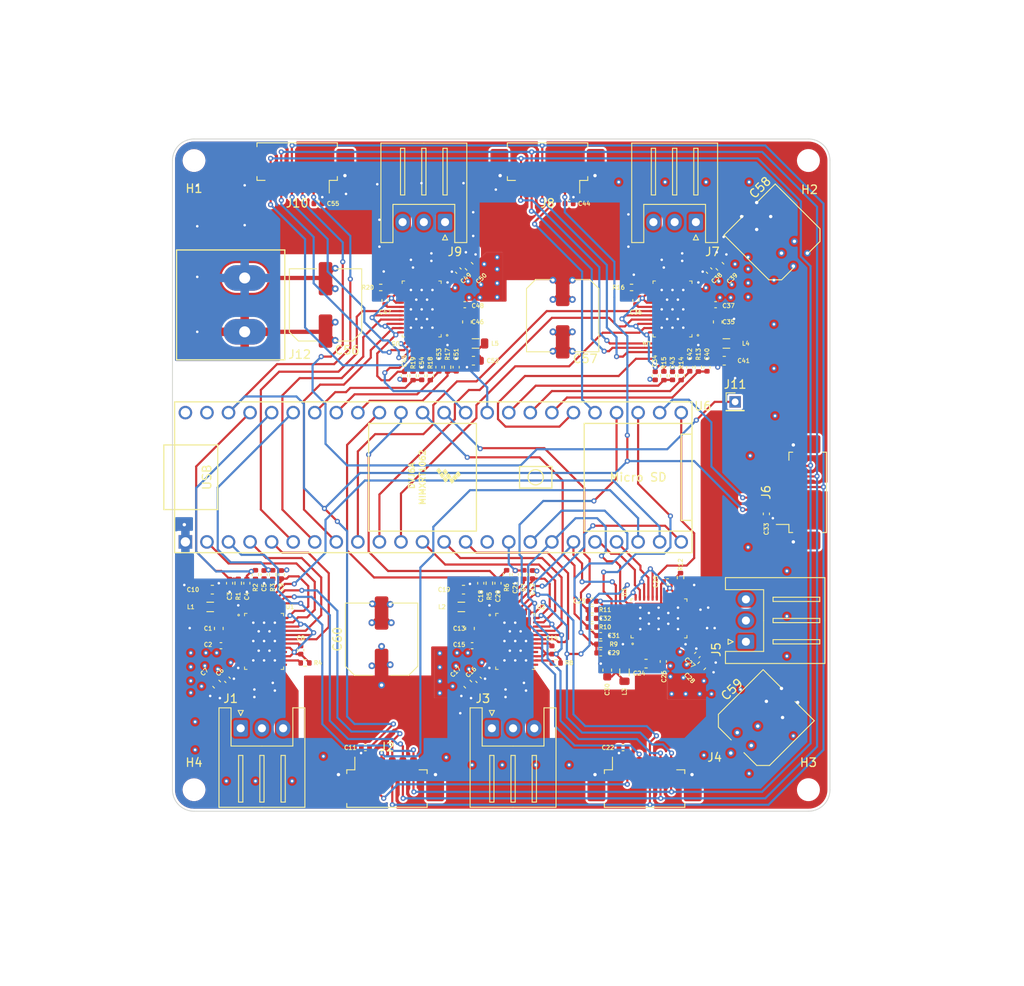
<source format=kicad_pcb>
(kicad_pcb (version 20221018) (generator pcbnew)
  (layers (0 "F.Cu" signal) (1 "In1.Cu" power) (2 "In2.Cu" power) (31 "B.Cu" signal) (34 "B.Paste" user) (35 "F.Paste" user) (36 "B.SilkS" user "B.Silkscreen") (37 "F.SilkS" user "F.Silkscreen") (38 "B.Mask" user) (39 "F.Mask" user) (44 "Edge.Cuts" user))
  (net 0 "")
  (net 1 "Net-(U1-CPL)")
  (net 2 "Net-(U1-CPH)")
  (net 3 "Net-(U1-CP)")
  (net 4 "+12V")
  (net 5 "GND")
  (net 6 "/SOA1")
  (net 7 "/SOB1")
  (net 8 "/SOC1")
  (net 9 "/Motor1/AVDD")
  (net 10 "Net-(U1-FB_BK)")
  (net 12 "/Motor2/AVDD")
  (net 13 "Net-(U2-CPL)")
  (net 14 "Net-(U2-CPH)")
  (net 15 "Net-(U2-CP)")
  (net 16 "/SOA2")
  (net 17 "Net-(U2-FB_BK)")
  (net 18 "/SOB2")
  (net 19 "/SOC2")
  (net 20 "/Motor3/AVDD")
  (net 21 "Net-(U3-CPL)")
  (net 22 "Net-(U3-CPH)")
  (net 23 "Net-(U3-CP)")
  (net 24 "/SOA3")
  (net 25 "Net-(U3-FB_BK)")
  (net 26 "/SOB3")
  (net 27 "/SOC3")
  (net 28 "/Motor4/AVDD")
  (net 29 "Net-(U4-CPL)")
  (net 30 "Net-(U4-CPH)")
  (net 31 "Net-(U4-CP)")
  (net 32 "/SOA4")
  (net 33 "Net-(U4-FB_BK)")
  (net 34 "/SOB4")
  (net 35 "/SOC4")
  (net 36 "/Motor5/AVDD")
  (net 37 "Net-(U5-CPL)")
  (net 38 "Net-(U5-CPH)")
  (net 39 "Net-(U5-CP)")
  (net 40 "/SOA5")
  (net 41 "Net-(U5-FB_BK)")
  (net 42 "/SOB5")
  (net 43 "/SOC5")
  (net 44 "/Motor1/OUTA")
  (net 45 "/Motor1/OUTB")
  (net 46 "/Motor1/OUTC")
  (net 47 "/MnCS1")
  (net 48 "/CLK")
  (net 49 "/MOSI")
  (net 50 "/MISO")
  (net 51 "/Motor2/OUTA")
  (net 52 "/Motor2/OUTB")
  (net 53 "/Motor2/OUTC")
  (net 54 "/MnCS2")
  (net 55 "/Motor3/OUTA")
  (net 56 "/Motor3/OUTB")
  (net 57 "/Motor3/OUTC")
  (net 58 "/MnCS3")
  (net 59 "/Motor4/OUTA")
  (net 60 "/Motor4/OUTB")
  (net 61 "/Motor4/OUTC")
  (net 62 "/MnCS4")
  (net 63 "/Motor5/OUTA")
  (net 64 "/Motor5/OUTB")
  (net 65 "/Motor5/OUTC")
  (net 66 "/MnCS5")
  (net 67 "+3V3")
  (net 68 "Net-(U1-SW_BK)")
  (net 69 "Net-(U2-SW_BK)")
  (net 70 "Net-(U3-SW_BK)")
  (net 71 "Net-(U4-SW_BK)")
  (net 72 "Net-(U5-SW_BK)")
  (net 73 "/Motor1/nFAULT")
  (net 74 "/Motor2/nFAULT")
  (net 75 "/Motor3/nFAULT")
  (net 76 "/Motor4/nFAULT")
  (net 77 "/Motor5/nFAULT")
  (net 79 "/INA1")
  (net 80 "/INB1")
  (net 81 "/INC1")
  (net 82 "/nCSC1")
  (net 84 "/INA2")
  (net 85 "/INB2")
  (net 86 "/INC2")
  (net 87 "/nCSC2")
  (net 89 "/INA3")
  (net 90 "/INB3")
  (net 91 "/INC3")
  (net 92 "/nCSC3")
  (net 94 "/INA4")
  (net 95 "/INB4")
  (net 96 "/INC4")
  (net 97 "/nCSC4")
  (net 99 "/INA5")
  (net 100 "/INB5")
  (net 101 "/INC5")
  (net 102 "/nCSC5")
  (net 108 "Net-(U1-SOA)")
  (net 109 "Net-(U1-SOB)")
  (net 110 "Net-(U1-SOC)")
  (net 111 "Net-(U2-SOA)")
  (net 112 "Net-(U2-SOB)")
  (net 113 "Net-(U2-SOC)")
  (net 114 "Net-(U3-SOA)")
  (net 115 "Net-(U3-SOB)")
  (net 116 "Net-(U3-SOC)")
  (net 117 "Net-(U4-SOA)")
  (net 118 "Net-(U4-SOB)")
  (net 119 "Net-(U4-SOC)")
  (net 120 "Net-(U5-SOA)")
  (net 121 "Net-(U5-SOB)")
  (net 122 "Net-(U5-SOC)")
  (footprint "Capacitor_SMD:C_0402_1005Metric" (layer "F.Cu") (at 115.824 105.454 90)
    (fp_text reference "C21")
    (fp_text value "30p")
  )
  (footprint "Capacitor_SMD:C_0402_1005Metric" (layer "F.Cu") (at 133.775 106.299001)
    (fp_text reference "C25")
    (fp_text value "1u")
  )
  (footprint "Connector_Molex:Molex_PicoBlade_53261-0671_1x06-1MP_P1.25mm_Horizontal" (layer "F.Cu") (at 131.064 130.175)
    (fp_text reference "J4")
    (fp_text value "Conn_01x06_MountingPin")
  )
  (footprint "MyLibrary:VQFN-40" (layer "F.Cu") (at 134.353 74.145 180)
    (fp_text reference "U4")
    (fp_text value "~")
  )
  (footprint "Connector_Molex:Molex_PicoBlade_53261-0671_1x06-1MP_P1.25mm_Horizontal" (layer "F.Cu") (at 100.711 130.175)
    (fp_text reference "J2")
    (fp_text value "Conn_01x06_MountingPin")
  )
  (footprint "Capacitor_SMD:C_0603_1608Metric" (layer "F.Cu") (at 137.795 116.205001 -135)
    (fp_text reference "C28")
    (fp_text value "10u")
  )
  (footprint "MyLibrary:Conn_Screw_P2-6.35" (layer "F.Cu") (at 83.945999 70.485 -90)
    (fp_text reference "J12")
    (fp_text value "Screw_Terminal_01x02")
  )
  (footprint "Capacitor_SMD:C_0603_1608Metric" (layer "F.Cu") (at 110.236 118.364 135)
    (fp_text reference "C17")
    (fp_text value "10u")
  )
  (footprint "MyLibrary:VQFN-40" (layer "F.Cu") (at 104.802 74.145 180)
    (fp_text reference "U5")
    (fp_text value "~")
  )
  (footprint "Capacitor_SMD:C_0402_1005Metric" (layer "F.Cu") (at 138.417 81.003 -90)
    (fp_text reference "C40")
    (fp_text value "30p")
  )
  (footprint "Capacitor_SMD:C_0603_1608Metric" (layer "F.Cu") (at 110.135999 75.669 90)
    (fp_text reference "C46")
    (fp_text value "47n")
  )
  (footprint "MountingHole:MountingHole_2.2mm_M2" (layer "F.Cu") (at 150.368 56.642)
    (fp_text reference "H2")
    (fp_text value "MountingHole")
  )
  (footprint "MountingHole:MountingHole_2.2mm_M2" (layer "F.Cu") (at 150.368 130.81)
    (fp_text reference "H3")
    (fp_text value "MountingHole")
  )
  (footprint "Capacitor_SMD:C_0402_1005Metric" (layer "F.Cu") (at 111.506 117.856 135)
    (fp_text reference "C16")
    (fp_text value "100n")
  )
  (footprint "Capacitor_SMD:C_0402_1005Metric" (layer "F.Cu") (at 86.233 105.454 90)
    (fp_text reference "C5")
    (fp_text value "30p")
  )
  (footprint "Capacitor_SMD:C_0402_1005Metric" (layer "F.Cu") (at 128.524 125.857)
    (fp_text reference "C22")
    (fp_text value "100n")
  )
  (footprint "Capacitor_SMD:C_0402_1005Metric" (layer "F.Cu") (at 120.142 114.344 -90)
    (fp_text reference "C14")
    (fp_text value "1u")
  )
  (footprint "Capacitor_SMD:C_0402_1005Metric" (layer "F.Cu") (at 125.901 114.681001 180)
    (fp_text reference "C29")
    (fp_text value "30p")
  )
  (footprint "Capacitor_SMD:C_0402_1005Metric" (layer "F.Cu") (at 82.169 106.47 90)
    (fp_text reference "C3")
    (fp_text value "30p")
  )
  (footprint "Capacitor_SMD:C_0402_1005Metric" (layer "F.Cu") (at 134.353 82.019 -90)
    (fp_text reference "C43")
    (fp_text value "30p")
  )
  (footprint "Resistor_SMD:R_0402_1005Metric" (layer "F.Cu") (at 120.65 115.868 180)
    (fp_text reference "R8")
    (fp_text value "10k")
  )
  (footprint "Capacitor_SMD:C_0402_1005Metric" (layer "F.Cu") (at 137.287 114.935001 -135)
    (fp_text reference "C27")
    (fp_text value "100n")
  )
  (footprint "Resistor_SMD:R_0402_1005Metric" (layer "F.Cu") (at 112.776 106.47 -90)
    (fp_text reference "R5")
    (fp_text value "1k")
  )
  (footprint "Capacitor_SMD:C_0603_1608Metric" (layer "F.Cu") (at 80.899 111.804 -90)
    (fp_text reference "C1")
    (fp_text value "47n")
  )
  (footprint "Resistor_SMD:R_0402_1005Metric" (layer "F.Cu") (at 107.85 81.003 90)
    (fp_text reference "R17")
    (fp_text value "1k")
  )
  (footprint "Connector_JST:JST_XH_S3B-XH-A_1x03_P2.50mm_Horizontal" (layer "F.Cu") (at 107.555999 63.902 180)
    (fp_text reference "J9")
    (fp_text value "Conn_01x03_Socket")
  )
  (footprint "Resistor_SMD:R_0402_1005Metric" (layer "F.Cu") (at 114.808 105.454 -90)
    (fp_text reference "R6")
    (fp_text value "1k")
  )
  (footprint "Capacitor_SMD:C_0402_1005Metric" (layer "F.Cu") (at 98.171 125.857)
    (fp_text reference "C11")
    (fp_text value "100n")
  )
  (footprint "Capacitor_SMD:C_0603_1608Metric" (layer "F.Cu") (at 139.687 75.668999 90)
    (fp_text reference "C35")
    (fp_text value "47n")
  )
  (footprint "Capacitor_SMD:C_0402_1005Metric" (layer "F.Cu") (at 106.834 81.003 -90)
    (fp_text reference "C53")
    (fp_text value "30p")
  )
  (footprint "Resistor_SMD:R_0402_1005Metric" (layer "F.Cu") (at 103.786 82.019 90)
    (fp_text reference "R19")
    (fp_text value "1k")
  )
  (footprint "Resistor_SMD:R_0402_1005Metric" (layer "F.Cu") (at 124.885 111.633001)
    (fp_text reference "R10")
    (fp_text value "1k")
  )
  (footprint "Capacitor_SMD:C_0603_1608Metric" (layer "F.Cu") (at 80.645 118.364 135)
    (fp_text reference "C7")
    (fp_text value "10u")
  )
  (footprint "MyLibrary:VQFN-40" (layer "F.Cu") (at 86.233 113.328)
    (fp_text reference "U1")
    (fp_text value "~")
  )
  (footprint "MyLibrary:VQFN-40" (layer "F.Cu") (at 115.824 113.328)
    (fp_text reference "U2")
    (fp_text value "~")
  )
  (footprint "Resistor_SMD:R_0402_1005Metric" (layer "F.Cu") (at 105.818 82.019 90)
    (fp_text reference "R18")
    (fp_text value "1k")
  )
  (footprint "Capacitor_SMD:C_Elec_8x6.2" (layer "F.Cu") (at 100.076 113.0695 90)
    (fp_text reference "C60")
    (fp_text value "100u")
  )
  (footprint "Capacitor_SMD:C_0402_1005Metric" (layer "F.Cu") (at 145.415 98.298 90)
    (fp_text reference "C33")
    (fp_text value "100n")
  )
  (footprint "Connector_Molex:Molex_PicoBlade_53261-0671_1x06-1MP_P1.25mm_Horizontal" (layer "F.Cu") (at 119.634 57.277 180)
    (fp_text reference "J8")
    (fp_text value "Conn_01x06_MountingPin")
  )
  (footprint "Capacitor_SMD:C_0402_1005Metric" (layer "F.Cu") (at 109.12 69.617 -45)
    (fp_text reference "C49")
    (fp_text value "100n")
  )
  (footprint "Resistor_SMD:R_0402_1005Metric" (layer "F.Cu") (at 85.217 105.454 -90)
    (fp_text reference "R2")
    (fp_text value "1k")
  )
  (footprint "MyLibrary:VQFN-40" (layer "F.Cu") (at 132.759 110.617001 90)
    (fp_text reference "U3")
    (fp_text value "~")
  )
  (footprint "Capacitor_SMD:C_0603_1608Metric" (layer "F.Cu") (at 139.941 69.109 -45)
    (fp_text reference "C39")
    (fp_text value "10u")
  )
  (footprint "Capacitor_SMD:C_0603_1608Metric" (layer "F.Cu") (at 80.137 107.232 180)
    (fp_text reference "C10")
    (fp_text value "22u")
  )
  (footprint "Capacitor_SMD:C_0402_1005Metric" (layer "F.Cu") (at 139.433 73.637)
    (fp_text reference "C37")
    (fp_text value "1u")
  )
  (footprint "Capacitor_SMD:C_0402_1005Metric" (layer "F.Cu") (at 100.484 73.129 90)
    (fp_text reference "C47")
    (fp_text value "1u")
  )
  (footprint "Capacitor_SMD:C_0402_1005Metric" (layer "F.Cu") (at 136.384999 81.003 -90)
    (fp_text reference "C42")
    (fp_text value "30p")
  )
  (footprint "Capacitor_SMD:C_0402_1005Metric" (layer "F.Cu") (at 88.265 105.454 -90)
    (fp_text reference "C9")
    (fp_text value "100n")
  )
  (footprint "Capacitor_SMD:C_0402_1005Metric" (layer "F.Cu") (at 124.885 110.617001 180)
    (fp_text reference "C32")
    (fp_text value "30p")
  )
  (footprint "Connector_JST:JST_XH_S3B-XH-A_1x03_P2.50mm_Horizontal" (layer "F.Cu") (at 83.479 123.571)
    (fp_text reference "J1")
    (fp_text value "Conn_01x03_Socket")
  )
  (footprint "Capacitor_SMD:C_0402_1005Metric" (layer "F.Cu") (at 138.671 69.617 -45)
    (fp_text reference "C38")
    (fp_text value "100n")
  )
  (footprint "Capacitor_SMD:C_0603_1608Metric" (layer "F.Cu") (at 140.449 80.241)
    (fp_text reference "C41")
    (fp_text value "22u")
  )
  (footprint "Capacitor_SMD:C_0402_1005Metric" (layer "F.Cu") (at 113.792 106.47 90)
    (fp_text reference "C20")
    (fp_text value "30p")
  )
  (footprint "Capacitor_SMD:C_0402_1005Metric" (layer "F.Cu") (at 124.885 108.585001)
    (fp_text reference "C23")
    (fp_text value "100n")
  )
  (footprint "Inductor_SMD:L_0805_2012Metric" (layer "F.Cu") (at 128.695 116.967001 -90)
    (fp_text reference "L3")
    (fp_text value "22u")
  )
  (footprint "MyLibrary:Teensy41" (layer "F.Cu") (at 106.172 93.98)
    (fp_text reference "U6")
    (fp_text value "Teensy4.1")
  )
  (footprint "Connector_Molex:Molex_PicoBlade_53261-0671_1x06-1MP_P1.25mm_Horizontal" (layer "F.Cu") (at 149.779 95.758 90)
    (fp_text reference "J6")
    (fp_text value "Conn_01x06_MountingPin")
  )
  (footprint "Capacitor_SMD:C_0402_1005Metric" (layer "F.Cu") (at 104.802 82.019 -90)
    (fp_text reference "C54")
    (fp_text value "30p")
  )
  (footprint "Capacitor_SMD:C_0402_1005Metric" (layer "F.Cu") (at 133.267 115.697001 -90)
    (fp_text reference "C26")
    (fp_text value "1u")
  )
  (footprint "Capacitor_SMD:C_0603_1608Metric" (layer "F.Cu") (at 110.49 111.804 -90)
    (fp_text reference "C13")
    (fp_text value "47n")
  )
  (footprint "Capacitor_SMD:C_0603_1608Metric" (layer "F.Cu") (at 110.39 69.109 -45)
    (fp_text reference "C50")
    (fp_text value "10u")
  )
  (footprint "MountingHole:MountingHole_2.2mm_M2" (layer "F.Cu") (at 77.978 130.81)
    (fp_text reference "H4")
    (fp_text value "MountingHole")
  )
  (footprint "Capacitor_SMD:C_0402_1005Metric" (layer "F.Cu") (at 81.915 117.856 135)
    (fp_text reference "C6")
    (fp_text value "100n")
  )
  (footprint "Resistor_SMD:R_0402_1005Metric" (layer "F.Cu") (at 135.368999 82.019 90)
    (fp_text reference "R14")
    (fp_text value "1k")
  )
  (footprint "Capacitor_SMD:C_0402_1005Metric" (layer "F.Cu") (at 84.201 106.47 90)
    (fp_text reference "C4")
    (fp_text value "30p")
  )
  (footprint "Capacitor_SMD:C_0402_1005Metric" (layer "F.Cu") (at 117.856 105.454 -90)
    (fp_text reference "C12")
    (fp_text value "100n")
  )
  (footprint "Inductor_SMD:L_0805_2012Metric" (layer "F.Cu") (at 79.883 109.264 180)
    (fp_text reference "L1")
    (fp_text value "22u")
  )
  (footprint "Capacitor_SMD:C_0603_1608Metric" (layer "F.Cu") (at 131.235001 115.951001)
    (fp_text reference "C24")
    (fp_text value "47n")
  )
  (footprint "Capacitor_SMD:C_0402_1005Metric" (layer "F.Cu") (at 90.551 114.344 -90)
    (fp_text reference "C8")
    (fp_text value "1u")
  )
  (footprint "Inductor_SMD:L_0805_2012Metric" (layer "F.Cu") (at 109.474 109.264 180)
    (fp_text reference "L2")
    (fp_text value "22u")
  )
  (footprint "Capacitor_SMD:C_0402_1005Metric" (layer "F.Cu") (at 130.035 73.129 90)
    (fp_text reference "C36")
    (fp_text value "1u")
  )
  (footprint "MountingHole:MountingHole_2.2mm_M2" (layer "F.Cu") (at 77.978 56.642)
    (fp_text reference "H1")
    (fp_text value "MountingHole")
  )
  (footprint "Resistor_SMD:R_0402_1005Metric" (layer "F.Cu") (at 137.401 81.003 90)
    (fp_text reference "R13")
    (fp_text value "1k")
  )
  (footprint "Resistor_SMD:R_0402_1005Metric" (layer "F.Cu") (at 91.059 115.868 180)
    (fp_text reference "R4")
    (fp_text value "10k")
  )
  (footprint "Inductor_SMD:L_0805_2012Metric" (layer "F.Cu") (at 140.703 78.209)
    (fp_text reference "L4")
    (fp_text value "22u")
  )
  (footprint "Inductor_SMD:L_0805_2012Metric" (layer "F.Cu") (at 111.152 78.209)
    (fp_text reference "L5")
    (fp_text value "22u")
  )
  (footprint "Capacitor_SMD:C_0402_1005Metric" (layer "F.Cu") (at 102.77 82.019 90)
    (fp_text reference "C45")
    (fp_text value "100n")
  )
  (footprint "Capacitor_SMD:C_Elec_8x6.2" (layer "F.Cu") (at 146.456587 65.430587 135)
    (fp_text reference "C58")
    (fp_text value "100u")
  )
  (footprint "Capacitor_SMD:C_0402_1005Metric" (layer "F.Cu") (at 132.321 82.019 90)
    (fp_text reference "C34")
    (fp_text value "100n")
  )
  (footprint "Capacitor_SMD:C_0402_1005Metric" (layer "F.Cu") (at 109.882 73.637)
    (fp_text reference "C48")
    (fp_text value "1u")
  )
  (footprint "Resistor_SMD:R_0402_1005Metric" (layer "F.Cu") (at 87.249 105.454 -90)
    (fp_text reference "R3")
    (fp_text value "1k")
  )
  (footprint "Capacitor_SMD:C_0402_1005Metric" (layer "F.Cu") (at 110.744 113.836 180)
    (fp_text reference "C15")
    (fp_text value "1u")
  )
  (footprint "Capacitor_SMD:C_0402_1005Metric" (layer "F.Cu") (at 125.901 112.649001 180)
    (fp_text reference "C31")
    (fp_text value "30p")
  )
  (footprint "Resistor_SMD:R_0402_1005Metric" (layer "F.Cu") (at 129.527 71.604999)
    (fp_text reference "R16")
    (fp_text value "10k")
  )
  (footprint "Capacitor_SMD:C_0603_1608Metric" (layer "F.Cu") (at 109.728 107.232 180)
    (fp_text reference "C19")
    (fp_text value "22u")
  )
  (footprint "Capacitor_SMD:C_Elec_8x6.2" (layer "F.Cu") (at 93.472 73.66 90)
    (fp_text reference "C56")
    (fp_text value "100u")
  )
  (footprint "Resistor_SMD:R_0402_1005Metric" (layer "F.Cu") (at 135.299001 105.791001 -90)
    (fp_text reference "R12")
    (fp_text value "10k")
  )
  (footprint "Capacitor_SMD:C_Elec_8x6.2" (layer "F.Cu") (at 145.034 122.682 45)
    (fp_text reference "C59")
    (fp_text value "100u")
  )
  (footprint "Capacitor_SMD:C_0402_1005Metric" (layer "F.Cu") (at 122.174 61.722 180)
    (fp_text reference "C44")
    (fp_text value "100n")
  )
  (footprint "Resistor_SMD:R_0402_1005Metric" (layer "F.Cu") (at 125.901 113.665001)
    (fp_text reference "R9")
    (fp_text value "1k")
  )
  (footprint "Resistor_SMD:R_0402_1005Metric" (layer "F.Cu") (at 124.885 109.601)
    (fp_text reference "R11")
    (fp_text value "1k")
  )
  (footprint "Connector_Molex:Molex_PicoBlade_53261-0671_1x06-1MP_P1.25mm_Horizontal" (layer "F.Cu") (at 90.13 57.269 180)
    (fp_text reference "J10")
    (fp_text value "Conn_01x06_MountingPin")
  )
  (footprint "Connector_PinHeader_2.00mm:PinHeader_1x01_P2.00mm_Vertical" (layer "F.Cu") (at 141.732 85.09)
    (fp_text reference "J11")
    (fp_text value "Conn_01x01_Pin")
  )
  (footprint "Capacitor_SMD:C_0402_1005Metric" (layer "F.Cu") (at 111.76 106.47 90)
    (fp_text reference "C18")
    (fp_text value "30p")
  )
  (footprint "Capacitor_SMD:C_0402_1005Metric" (layer "F.Cu") (at 92.583 61.722 180)
    (fp_text reference "C55")
    (fp_text value "100n")
  )
  (footprint "Capacitor_SMD:C_0402_1005Metric" (layer "F.Cu") (at 108.866 81.003 -90)
    (fp_text reference "C51")
    (fp_text value "30p")
  )
  (footprint "Resistor_SMD:R_0402_1005Metric" (layer "F.Cu") (at 99.976 71.605001)
    (fp_text reference "R20")
    (fp_text value "10k")
  )
  (footprint "Resistor_SMD:R_0402_1005Metric" (layer "F.Cu") (at 83.185 106.47 -90)
    (fp_text reference "R1")
    (fp_text value "1k")
  )
  (footprint "Connector_JST:JST_XH_S3B-XH-A_1x03_P2.50mm_Horizontal" (layer "F.Cu") (at 113.07 123.571)
    (fp_text reference "J3")
    (fp_text value "Conn_01x03_Socket")
  )
  (footprint "Capacitor_SMD:C_Elec_8x6.2" (layer "F.Cu") (at 121.412 74.93 -90)
    (fp_text reference "C57")
    (fp_text value "100u")
  )
  (footprint "Capacitor_SMD:C_0603_1608Metric" (layer "F.Cu") (at 126.663 116.713001 -90)
    (fp_text reference "C30")
    (fp_text value "22u")
  )
  (footprint "Capacitor_SMD:C_0603_1608Metric" (layer "F.Cu") (at 110.898 80.241)
    (fp_text reference "C52")
    (fp_text value "22u")
  )
  (footprint "Connector_JST:JST_XH_S3B-XH-A_1x03_P2.50mm_Horizontal" (layer "F.Cu") (at 137.107 63.901999 180)
    (fp_text reference "J7")
    (fp_text value "Conn_01x03_Socket")
  )
  (footprint "Resistor_SMD:R_0402_1005Metric" (layer "F.Cu") (at 133.336999 82.019 90)
    (fp_text reference "R15")
    (fp_text value "1k")
  )
  (footprint "Resistor_SMD:R_0402_1005Metric" (layer "F.Cu") (at 116.84 105.454 -90)
    (fp_text reference "R7")
    (fp_text value "1k")
  )
  (footprint "Connector_JST:JST_XH_S3B-XH-A_1x03_P2.50mm_Horizontal" (layer "F.Cu") (at 143.002001 113.371001 90)
    (fp_text reference "J5")
    (fp_text value "Conn_01x03_Socket")
  )
  (footprint "Capacitor_SMD:C_0402_1005Metric" (layer "F.Cu") (at 81.153 113.836 180)
    (fp_text reference "C2")
    (fp_text value "1u")
  )
  (gr_arc (start 77.978 133.35) (mid 76.181949 132.606051) (end 75.438 130.81) (stroke (width 0.1)) (layer "Edge.Cuts"))
  (gr_arc (start 152.908 130.81) (mid 152.164051 132.606051) (end 150.368 133.35) (stroke (width 0.1)) (layer "Edge.Cuts"))
  (gr_arc (start 75.437999 56.641999) (mid 76.181948 54.845948) (end 77.977999 54.101999) (stroke (width 0.1)) (layer "Edge.Cuts"))
  (gr_arc (start 150.368 54.102) (mid 152.164051 54.845949) (end 152.908 56.642) (stroke (width 0.1)) (layer "Edge.Cuts"))
  (gr_line (start 150.368 54.102) (end 77.977999 54.101999) (stroke (width 0.1)) (layer "Edge.Cuts"))
  (gr_line (start 77.978 133.35) (end 150.368 133.35) (stroke (width 0.1)) (layer "Edge.Cuts"))
  (gr_line (start 75.437999 56.641999) (end 75.438 130.81) (stroke (width 0.1)) (layer "Edge.Cuts"))
  (gr_line (start 152.908 56.642) (end 152.908 130.81) (stroke (width 0.1)) (layer "Edge.Cuts"))
  (segment (start 80.899 111.296) (end 82.681 113.078) (width 0.254) (layer "F.Cu") (net 1))
  (segment (start 80.899 111.029) (end 80.899 111.296) (width 0.254) (layer "F.Cu") (net 1))
  (segment (start 82.681 113.078) (end 83.833 113.078) (width 0.254) (layer "F.Cu") (net 1))
  (segment (start 81.42 112.579) (end 82.419 113.578) (width 0.254) (layer "F.Cu") (net 2))
  (segment (start 82.419 113.578) (end 83.833 113.578) (width 0.254) (layer "F.Cu") (net 2))
  (segment (start 80.899 112.579) (end 81.42 112.579) (width 0.254) (layer "F.Cu") (net 2))
  (segment (start 81.875 114.078) (end 83.833 114.078) (width 0.254) (layer "F.Cu") (net 3))
  (segment (start 81.633 113.836) (end 81.875 114.078) (width 0.254) (layer "F.Cu") (net 3))
  (segment (start 148.639779 67.613779) (end 148.639779 66.244221) (width 0.25) (layer "F.Cu") (net 4))
  (segment (start 110.264 113.836) (end 110.264 113.897) (width 0.254) (layer "F.Cu") (net 4))
  (segment (start 148.639779 66.244221) (end 148.717 66.167) (width 0.25) (layer "F.Cu") (net 4))
  (segment (start 139.913 73.576) (end 139.232 72.895) (width 0.254) (layer "F.Cu") (net 4))
  (segment (start 93.3845 76.835) (end 83.945999 76.835) (width 0.5) (layer "F.Cu") (net 4))
  (segment (start 121.412 71.8425) (end 121.3725 71.8425) (width 0.25) (layer "F.Cu") (net 4))
  (segment (start 148.639779 67.613779) (end 150.191221 67.613779) (width 0.25) (layer "F.Cu") (net 4))
  (segment (start 110.264 113.897) (end 110.945 114.578) (width 0.254) (layer "F.Cu") (net 4))
  (segment (start 100.076 116.157) (end 100.076 118.491) (width 0.25) (layer "F.Cu") (net 4))
  (segment (start 121.412 71.8425) (end 121.4515 71.8425) (width 0.25) (layer "F.Cu") (net 4))
  (segment (start 80.673 113.836) (end 80.673 113.897) (width 0.254) (layer "F.Cu") (net 4))
  (segment (start 142.850808 124.865192) (end 142.772192 124.865192) (width 0.25) (layer "F.Cu") (net 4))
  (segment (start 110.362 73.576) (end 109.681 72.895) (width 0.254) (layer "F.Cu") (net 4))
  (segment (start 93.472 76.7475) (end 93.5115 76.7475) (width 0.254) (layer "F.Cu") (net 4))
  (segment (start 93.472 76.7475) (end 93.5595 76.7475) (width 0.254) (layer "F.Cu") (net 4))
  (segment (start 142.899192 124.865192) (end 143.637 125.603) (width 0.25) (layer "F.Cu") (net 4))
  (segment (start 121.3725 71.8425) (end 120.268999 70.739) (width 0.25) (layer "F.Cu") (net 4))
  (segment (start 148.639779 67.613779) (end 148.639779 69.038221) (width 0.25) (layer "F.Cu") (net 4))
  (segment (start 101.013 116.157) (end 101.092 116.078) (width 0.25) (layer "F.Cu") (net 4))
  (segment (start 110.362 73.637001) (end 110.362 73.576) (width 0.254) (layer "F.Cu") (net 4))
  (segment (start 121.412 71.8425) (end 121.412 71.882001) (width 0.25) (layer "F.Cu") (net 4))
  (segment (start 142.850808 124.865192) (end 144.399 123.317) (width 0.25) (layer "F.Cu") (net 4))
  (segment (start 148.639779 67.613779) (end 147.242779 67.613779) (width 0.25) (layer "F.Cu") (net 4))
  (segment (start 98.981 116.157) (end 98.933 116.205) (width 0.25) (layer "F.Cu") (net 4))
  (segment (start 133.328 116.177001) (end 134.009 115.496001) (width 0.254) (layer "F.Cu") (net 4))
  (segment (start 133.267001 116.177001) (end 133.328 116.177001) (width 0.254) (layer "F.Cu") (net 4))
  (segment (start 139.913 73.636999) (end 139.913 73.576) (width 0.254) (layer "F.Cu") (net 4))
  (segment (start 134.009 115.496001) (end 134.009 113.017001) (width 0.254) (layer "F.Cu") (net 4))
  (segment (start 93.472 76.7475) (end 93.3845 76.835) (width 0.5) (layer "F.Cu") (net 4))
  (segment (start 150.191221 67.613779) (end 150.241 67.564) (width 0.25) (layer "F.Cu") (net 4))
  (segment (start 142.850808 124.865192) (end 141.224 126.492) (width 0.25) (layer "F.Cu") (net 4))
  (segment (start 100.076 116.157) (end 98.981 116.157) (width 0.25) (layer "F.Cu") (net 4))
  (segment (start 121.4515 71.8425) (end 122.555001 70.739) (width 0.25) (layer "F.Cu") (net 4))
  (segment (start 93.5115 76.7475) (end 94.615 77.851) (width 0.254) (layer "F.Cu") (net 4))
  (segment (start 147.242779 67.613779) (end 147.193 67.564) (width 0.25) (layer "F.Cu") (net 4))
  (segment (start 148.639779 69.038221) (end 148.59 69.088) (width 0.25) (layer "F.Cu") (net 4))
  (segment (start 110.945 114.578) (end 113.424 114.578) (width 0.254) (layer "F.Cu") (net 4))
  (segment (start 100.076 116.157) (end 101.013 116.157) (width 0.25) (layer "F.Cu") (net 4))
  (segment (start 142.772192 124.865192) (end 141.986 124.079) (width 0.25) (layer "F.Cu") (net 4))
  (segment (start 121.412 71.882001) (end 122.555 73.025001) (width 0.25) (layer "F.Cu") (net 4))
  (segment (start 100.076 116.157) (end 100.076 113.919) (width 0.25) (layer "F.Cu") (net 4))
  (segment (start 142.850808 124.865192) (end 142.899192 124.865192) (width 0.25) (layer "F.Cu") (net 4))
  (segment (start 139.232 72.895) (end 136.753 72.895) (width 0.254) (layer "F.Cu") (net 4))
  (segment (start 109.681 72.895) (end 107.202 72.895) (width 0.254) (layer "F.Cu") (net 4))
  (segment (start 121.412 71.882001) (end 120.269 73.025001) (width 0.25) (layer "F.Cu") (net 4))
  (segment (start 93.5595 76.7475) (end 94.615 75.692) (width 0.254) (layer "F.Cu") (net 4))
  (segment (start 80.673 113.897) (end 81.354 114.578) (width 0.254) (layer "F.Cu") (net 4))
  (segment (start 81.354 114.578) (end 83.833 114.578) (width 0.254) (layer "F.Cu") (net 4))
  (via (at 143.383 59.182) (size 0.6) (drill 0.3) (layers "F.Cu" "B.Cu") (net 4))
  (via (at 85.217 129.794) (size 0.6) (drill 0.3) (layers "F.Cu" "B.Cu") (net 4))
  (via (at 141.224 126.492) (size 0.8) (drill 0.4) (layers "F.Cu" "B.Cu") (net 4))
  (via (at 135.255 114.554001) (size 0.6) (drill 0.3) (layers "F.Cu" "B.Cu") (net 4))
  (via (at 143.263 69.425) (size 0.6) (drill 0.3) (layers "F.Cu" "B.Cu") (net 4))
  (via (at 113.696 71.101) (size 0.6) (drill 0.3) (layers "F.Cu" "B.Cu") (net 4))
  (via (at 148.717 66.167) (size 0.8) (drill 0.4) (layers "F.Cu" "B.Cu") (net 4))
  (via (at 142.367 118.999) (size 0.6) (drill 0.3) (layers "F.Cu" "B.Cu") (net 4))
  (via (at 80.772 116.586) (size 0.6) (drill 0.3) (layers "F.Cu" "B.Cu") (net 4))
  (via (at 147.828 115.062) (size 0.6) (drill 0.3) (layers "F.Cu" "B.Cu") (net 4))
  (via (at 98.933 116.205) (size 0.8) (drill 0.4) (layers "F.Cu" "B.Cu") (net 4))
  (via (at 141.719 68.855) (size 0.6) (drill 0.3) (layers "F.Cu" "B.Cu") (net 4))
  (via (at 134.112 117.475001) (size 0.6) (drill 0.3) (layers "F.Cu" "B.Cu") (net 4))
  (via (at 141.211 72.792) (size 0.6) (drill 0.3) (layers "F.Cu" "B.Cu") (net 4))
  (via (at 122.555 73.025001) (size 0.8) (drill 0.4) (layers "F.Cu" "B.Cu") (net 4))
  (via (at 111.66 72.792) (size 0.6) (drill 0.3) (layers "F.Cu" "B.Cu") (net 4))
  (via (at 101.092 116.078) (size 0.8) (drill 0.4) (layers "F.Cu" "B.Cu") (net 4))
  (via (at 128.016 59.182) (size 0.6) (drill 0.3) (layers "F.Cu" "B.Cu") (net 4))
  (via (at 108.739 71.649) (size 0.6) (drill 0.3) (layers "F.Cu" "B.Cu") (net 4))
  (via (at 111.887 115.824) (size 0.6) (drill 0.3) (layers "F.Cu" "B.Cu") (net 4))
  (via (at 80.645 114.681) (size 0.6) (drill 0.3) (layers "F.Cu" "B.Cu") (net 4))
  (via (at 118.237 127.889) (size 0.6) (drill 0.3) (layers "F.Cu" "B.Cu") (net 4))
  (via (at 81.788 129.794) (size 0.6) (drill 0.3) (layers "F.Cu" "B.Cu") (net 4))
  (via (at 143.383 128.905) (size 0.6) (drill 0.3) (layers "F.Cu" "B.Cu") (net 4))
  (via (at 120.269 73.025001) (size 0.8) (drill 0.4) (layers "F.Cu" "B.Cu") (net 4))
  (via (at 138.049 126.746) (size 0.6) (drill 0.3) (layers "F.Cu" "B.Cu") (net 4))
  (via (at 77.597 116.332) (size 0.6) (drill 0.3) (layers "F.Cu" "B.Cu") (net 4))
  (via (at 146.304 75.946) (size 0.6) (drill 0.3) (layers "F.Cu" "B.Cu") (net 4))
  (via (at 139.814 70.887) (size 0.6) (drill 0.3) (layers "F.Cu" "B.Cu") (net 4))
  (via (at 143.256 102.235) (size 0.6) (drill 0.3) (layers "F.Cu" "B.Cu") (net 4))
  (via (at 138.303 59.182) (size 0.6) (drill 0.3) (layers "F.Cu" "B.Cu") (net 4))
  (via (at 144.399 123.317) (size 0.8) (drill 0.4) (layers "F.Cu" "B.Cu") (net 4))
  (via (at 100.076 113.919) (size 0.8) (drill 0.4) (layers "F.Cu" "B.Cu") (net 4))
  (via (at 143.263 71.076) (size 0.6) (drill 0.3) (layers "F.Cu" "B.Cu") (net 4))
  (via (at 114.3 127.889) (size 0.6) (drill 0.3) (layers "F.Cu" "B.Cu") (net 4))
  (via (at 108.839 116.205) (size 0.6) (drill 0.3) (layers "F.Cu" "B.Cu") (net 4))
  (via (at 82.296 115.824) (size 0.6) (drill 0.3) (layers "F.Cu" "B.Cu") (net 4))
  (via (at 148.59 69.088) (size 0.8) (drill 0.4) (layers "F.Cu" "B.Cu") (net 4))
  (via (at 141.338 71.268) (size 0.6) (drill 0.3) (layers "F.Cu" "B.Cu") (net 4))
  (via (at 112.168 68.855) (size 0.6) (drill 0.3) (layers "F.Cu" "B.Cu") (net 4))
  (via (at 111.787 71.268) (size 0.6) (drill 0.3) (layers "F.Cu" "B.Cu") (net 4))
  (via (at 110.744 127.889) (size 0.6) (drill 0.3) (layers "F.Cu" "B.Cu") (net 4))
  (via (at 106.934 114.725) (size 0.6) (drill 0.3) (layers "F.Cu" "B.Cu") (net 4))
  (via (at 113.696 69.449999) (size 0.6) (drill 0.3) (layers "F.Cu" "B.Cu") (net 4))
  (via (at 120.268999 70.739) (size 0.8) (drill 0.4) (layers "F.Cu" "B.Cu") (net 4))
  (via (at 138.049 117.983001) (size 0.6) (drill 0.3) (layers "F.Cu" "B.Cu") (net 4))
  (via (at 79.248 116.205) (size 0.6) (drill 0.3) (layers "F.Cu" "B.Cu") (net 4))
  (via (at 148.59 124.46) (size 0.6) (drill 0.3) (layers "F.Cu" "B.Cu") (net 4))
  (via (at 139.941 72.792) (size 0.6) (drill 0.3) (layers "F.Cu" "B.Cu") (net 4))
  (via (at 134.254 119.519001) (size 0.6) (drill 0.3) (layers "F.Cu" "B.Cu") (net 4))
  (via (at 133.477 59.182) (size 0.6) (drill 0.3) (layers "F.Cu" "B.Cu") (net 4))
  (via (at 135.905 119.519001) (size 0.6) (drill 0.3) (layers "F.Cu" "B.Cu") (net 4))
  (via (at 143.51 91.44) (size 0.6) (drill 0.3) (layers "F.Cu" "B.Cu") (net 4))
  (via (at 89.535 129.794) (size 0.6) (drill 0.3) (layers "F.Cu" "B.Cu") (net 4))
  (via (at 78.105 122.809) (size 0.6) (drill 0.3) (layers "F.Cu" "B.Cu") (net 4))
  (via (at 135.636 117.602001) (size 0.6) (drill 0.3) (layers "F.Cu" "B.Cu") (net 4))
  (via (at 94.615 75.692) (size 0.8) (drill 0.4) (layers "F.Cu" "B.Cu") (net 4))
  (via (at 138.29 71.649) (size 0.6) (drill 0.3) (layers "F.Cu" "B.Cu") (net 4))
  (via (at 143.263 72.727) (size 0.6) (drill 0.3) (layers "F.Cu" "B.Cu") (net 4))
  (via (at 77.597 117.983) (size 0.6) (drill 0.3) (layers "F.Cu" "B.Cu") (net 4))
  (via (at 147.828 110.363) (size 0.6) (drill 0.3) (layers "F.Cu" "B.Cu") (net 4))
  (via (at 122.174 127.889) (size 0.6) (drill 0.3) (layers "F.Cu" "B.Cu") (net 4))
  (via (at 138.953 119.519001) (size 0.6) (drill 0.3) (layers "F.Cu" "B.Cu") (net 4))
  (via (at 122.555001 70.739) (size 0.8) (drill 0.4) (layers "F.Cu" "B.Cu") (net 4))
  (via (at 143.263 68.028) (size 0.6) (drill 0.3) (layers "F.Cu" "B.Cu") (net 4))
  (via (at 100.076 118.491) (size 0.8) (drill 0.4) (layers "F.Cu" "B.Cu") (net 4))
  (via (at 146.431 86.741) (size 0.6) (drill 0.3) (layers "F.Cu" "B.Cu") (net 4))
  (via (at 107.696 127) (size 0.6) (drill 0.3) (layers "F.Cu" "B.Cu") (net 4))
  (via (at 146.304 81.153) (size 0.6) (drill 0.3) (layers "F.Cu" "B.Cu") (net 4))
  (via (at 106.934 118.027) (size 0.6) (drill 0.3) (layers "F.Cu" "B.Cu") (net 4))
  (via (at 108.966 114.681) (size 0.6) (drill 0.3) (layers "F.Cu" "B.Cu") (net 4))
  (via (at 106.934 116.376) (size 0.6) (drill 0.3) (layers "F.Cu" "B.Cu") (net 4))
  (via (at 147.828 105.029) (size 0.6) (drill 0.3) (layers "F.Cu" "B.Cu") (net 4))
  (via (at 94.615 77.851) (size 0.8) (drill 0.4) (layers "F.Cu" "B.Cu") (net 4))
  (via (at 147.193 67.564) (size 0.8) (drill 0.4) (layers "F.Cu" "B.Cu") (net 4))
  (via (at 137.556001 119.519001) (size 0.6) (drill 0.3) (layers "F.Cu" "B.Cu") (net 4))
  (via (at 141.986 124.079) (size 0.8) (drill 0.4) (layers "F.Cu" "B.Cu") (net 4))
  (via (at 134.112 116.205001) (size 0.6) (drill 0.3) (layers "F.Cu" "B.Cu") (net 4))
  (via (at 110.236 114.681) (size 0.6) (drill 0.3) (layers "F.Cu" "B.Cu") (net 4))
  (via (at 143.637 125.603) (size 0.8) (drill 0.4) (layers "F.Cu" "B.Cu") (net 4))
  (via (at 136.017 116.078001) (size 0.6) (drill 0.3) (layers "F.Cu" "B.Cu") (net 4))
  (via (at 150.241 67.564) (size 0.8) (drill 0.4) (layers "F.Cu" "B.Cu") (net 4))
  (via (at 78.867 118.618) (size 0.6) (drill 0.3) (layers "F.Cu" "B.Cu") (net 4))
  (via (at 77.597 119.38) (size 0.6) (drill 0.3) (layers "F.Cu" "B.Cu") (net 4))
  (via (at 110.363 116.586) (size 0.6) (drill 0.3) (layers "F.Cu" "B.Cu") (net 4))
  (via (at 110.263 70.886999) (size 0.6) (drill 0.3) (layers "F.Cu" "B.Cu") (net 4))
  (via (at 110.39 72.792) (size 0.6) (drill 0.3) (layers "F.Cu" "B.Cu") (net 4))
  (via (at 78.105 126.111) (size 0.6) (drill 0.3) (layers "F.Cu" "B.Cu") (net 4))
  (via (at 79.375 114.681) (size 0.6) (drill 0.3) (layers "F.Cu" "B.Cu") (net 4))
  (via (at 113.696 68.053) (size 0.6) (drill 0.3) (layers "F.Cu" "B.Cu") (net 4))
  (via (at 108.458 118.618) (size 0.6) (drill 0.3) (layers "F.Cu" "B.Cu") (net 4))
  (via (at 113.696 72.752) (size 0.6) (drill 0.3) (layers "F.Cu" "B.Cu") (net 4))
  (via (at 77.597 114.681) (size 0.6) (drill 0.3) (layers "F.Cu" "B.Cu") (net 4))
  (via (at 106.934 119.424) (size 0.6) (drill 0.3) (layers "F.Cu" "B.Cu") (net 4))
  (via (at 93.218 126.873) (size 0.6) (drill 0.3) (layers "F.Cu" "B.Cu") (net 4))
  (via (at 146.304 70.739) (size 0.6) (drill 0.3) (layers "F.Cu" "B.Cu") (net 4))
  (segment (start 117.729 116.078) (end 118.224 116.078) (width 0.254) (layer "F.Cu") (net 5))
  (segment (start 100.77 73.895) (end 102.402 73.895) (width 0.254) (layer "F.Cu") (net 5))
  (segment (start 121.412 77.977999) (end 120.269 76.834999) (width 0.25) (layer "F.Cu") (net 5))
  (segment (start 139.674 80.99) (end 139.687 81.003) (width 0.254) (layer "F.Cu") (net 5))
  (segment (start 138.036999 111.367001) (end 136.159 111.367001) (width 0.254) (layer "F.Cu") (net 5))
  (segment (start 82.169 107.994) (end 82.423 108.248) (width 0.254) (layer "F.Cu") (net 5))
  (segment (start 126.381 112.649001) (end 126.917 112.649001) (width 0.254) (layer "F.Cu") (net 5))
  (segment (start 131.509 111.867001) (end 131.509 113.017002) (width 0.254) (layer "F.Cu") (net 5))
  (segment (start 87.503 113.284) (end 87.797 113.578) (width 0.254) (layer "F.Cu") (net 5))
  (segment (start 133.083 74.189) (end 132.788999 73.895) (width 0.254) (layer "F.Cu") (net 5))
  (segment (start 133.295 106.299001) (end 133.009 106.585001) (width 0.254) (layer "F.Cu") (net 5))
  (segment (start 132.321 82.499) (end 131.775 82.499) (width 0.254) (layer "F.Cu") (net 5))
  (segment (start 103.826 73.895) (end 103.532 74.189) (width 0.254) (layer "F.Cu") (net 5))
  (segment (start 97.586 126.569) (end 97.663 126.492) (width 0.254) (layer "F.Cu") (net 5))
  (segment (start 83.445145 111.078) (end 83.833 111.078) (width 0.254) (layer "F.Cu") (net 5))
  (segment (start 103.532 72.03) (end 103.532 71.903) (width 0.254) (layer "F.Cu") (net 5))
  (segment (start 144.273395 61.596395) (end 144.272 61.595) (width 0.25) (layer "F.Cu") (net 5))
  (segment (start 126.663 115.443001) (end 127.171 114.935001) (width 0.254) (layer "F.Cu") (net 5))
  (segment (start 142.495395 63.247395) (end 142.494 63.246) (width 0.25) (layer "F.Cu") (net 5))
  (segment (start 104.802 74.145) (end 104.802 74.189) (width 0.254) (layer "F.Cu") (net 5))
  (segment (start 86.487 114.427) (end 86.868 114.427) (width 0.254) (layer "F.Cu") (net 5))
  (segment (start 87.503 118.462648) (end 87.257388 118.217036) (width 0.254) (layer "F.Cu") (net 5))
  (segment (start 146.177 98.806) (end 146.205 98.778) (width 0.254) (layer "F.Cu") (net 5))
  (segment (start 84.328 111.078) (end 83.833 111.078) (width 0.254) (layer "F.Cu") (net 5))
  (segment (start 144.273395 63.247395) (end 144.273395 64.768605) (width 0.25) (layer "F.Cu") (net 5))
  (segment (start 86.233 113.328) (end 84.983 112.078) (width 0.254) (layer "F.Cu") (net 5))
  (segment (start 105.437001 75.125) (end 105.437001 75.332) (width 0.254) (layer "F.Cu") (net 5))
  (segment (start 104.802 81.539) (end 104.802 81.003) (width 0.254) (layer "F.Cu") (net 5))
  (segment (start 115.824 113.328) (end 114.574 112.078) (width 0.254) (layer "F.Cu") (net 5))
  (segment (start 126.917 114.681001) (end 127.171 114.935001) (width 0.254) (layer "F.Cu") (net 5))
  (segment (start 137.909 78.971) (end 137.401 78.463) (width 0.254) (layer "F.Cu") (net 5))
  (segment (start 118.309 104.974) (end 118.364 105.029) (width 0.254) (layer "F.Cu") (net 5))
  (segment (start 127.933 114.173001) (end 128.441 113.665001) (width 0.254) (layer "F.Cu") (net 5))
  (segment (start 82.677 108.502) (end 83.185 109.01) (width 0.254) (layer "F.Cu") (net 5))
  (segment (start 85.598 112.141) (end 85.391 112.141) (width 0.254) (layer "F.Cu") (net 5))
  (segment (start 139.179 80.241) (end 138.671 79.733) (width 0.254) (layer "F.Cu") (net 5))
  (segment (start 114.554 111.125) (end 113.966 111.125) (width 0.254) (layer "F.Cu") (net 5))
  (segment (start 134.353 74.145) (end 134.353 74.189) (width 0.254) (layer "F.Cu") (net 5))
  (segment (start 135.001 109.220001) (end 135.509 108.712001) (width 0.254) (layer "F.Cu") (net 5))
  (segment (start 135.509 108.712001) (end 135.509 108.217001) (width 0.254) (layer "F.Cu") (net 5))
  (segment (start 117.094 113.284) (end 117.388 113.578) (width 0.254) (layer "F.Cu") (net 5))
  (segment (start 105.945 67.585) (end 105.945 68.474) (width 0.254) (layer "F.Cu") (net 5))
  (segment (start 124.405 108.585001) (end 124.405 108.005) (width 0.254) (layer "F.Cu") (net 5))
  (segment (start 114.982 112.141) (end 114.554 111.713) (width 0.254) (layer "F.Cu") (net 5))
  (segment (start 135.496 68.474001) (end 135.103 68.867001) (width 0.254) (layer "F.Cu") (net 5))
  (segment (start 83.947 59.563) (end 83.947 57.277) (width 0.25) (layer "F.Cu") (net 5))
  (segment (start 119.856 113.578) (end 118.224 113.578) (width 0.254) (layer "F.Cu") (net 5))
  (segment (start 110.998 107.232) (end 111.506 107.74) (width 0.254) (layer "F.Cu") (net 5))
  (segment (start 126.381 114.681001) (end 126.917 114.681001) (width 0.254) (layer "F.Cu") (net 5))
  (segment (start 86.483 113.578) (end 87.209 113.578) (width 0.254) (layer "F.Cu") (net 5))
  (segment (start 147.217192 120.498808) (end 149.073808 120.498808) (width 0.25) (layer "F.Cu") (net 5))
  (segment (start 90.265 113.578) (end 88.633 113.578) (width 0.254) (layer "F.Cu") (net 5))
  (segment (start 86.233 112.983) (end 85.598 112.348) (width 0.254) (layer "F.Cu") (net 5))
  (segment (start 104.802 74.145) (end 104.802 73.3) (width 0.254) (layer "F.Cu") (net 5))
  (segment (start 139.674 80.241) (end 139.674 80.99) (width 0.254) (layer "F.Cu") (net 5))
  (segment (start 132.759 110.617001) (end 133.009 110.367001) (width 0.254) (layer "F.Cu") (net 5))
  (segment (start 122.654 60.932) (end 122.654 59.782) (width 0.254) (layer "F.Cu") (net 5))
  (segment (start 86.233 114.173) (end 86.487 114.427) (width 0.254) (layer "F.Cu") (net 5))
  (segment (start 138.417 80.523) (end 138.417 79.987) (width 0.254) (layer "F.Cu") (net 5))
  (segment (start 93.472 70.5725) (end 93.472 70.612) (width 0.254) (layer "F.Cu") (net 5))
  (segment (start 88.828 104.974) (end 88.9 104.902) (width 0.254) (layer "F.Cu") (net 5))
  (segment (start 116.574 117.942648) (end 116.574 116.728) (width 0.254) (layer "F.Cu") (net 5))
  (segment (start 134.239 109.982001) (end 134.874 109.347001) (width 0.254) (layer "F.Cu") (net 5))
  (segment (start 145.415 98.778) (end 146.149 98.778) (width 0.254) (layer "F.Cu") (net 5))
  (segment (start 100.076 109.982) (end 101.219 111.125) (width 0.25) (layer "F.Cu") (net 5))
  (segment (start 86.868 114.427) (end 86.868 114.808) (width 0.254) (layer "F.Cu") (net 5))
  (segment (start 122.654 59.782) (end 122.759 59.677) (width 0.254) (layer "F.Cu") (net 5))
  (segment (start 134.988 75.125) (end 134.988 75.332) (width 0.254) (layer "F.Cu") (net 5))
  (segment (start 81.915 107.74) (end 82.169 107.994) (width 0.254) (layer "F.Cu") (net 5))
  (segment (start 127.679 114.427001) (end 127.933 114.173001) (width 0.254) (layer "F.Cu") (net 5))
  (segment (start 145.517808 120.498808) (end 145.415 120.396) (width 0.25) (layer "F.Cu") (net 5))
  (segment (start 103.532 71.903) (end 103.405 71.902999) (width 0.254) (layer "F.Cu") (net 5))
  (segment (start 106.707 76.395) (end 107.202001 76.395) (width 0.254) (layer "F.Cu") (net 5))
  (segment (start 111.76 107.994) (end 112.014 108.248) (width 0.254) (layer "F.Cu") (net 5))
  (segment (start 125.365 110.617001) (end 125.901 110.617) (width 0.254) (layer "F.Cu") (net 5))
  (segment (start 133.718 72.665) (end 133.083 72.03) (width 0.254) (layer "F.Cu") (net 5))
  (segment (start 137.373648 109.867001) (end 136.159 109.867001) (width 0.254) (layer "F.Cu") (net 5))
  (segment (start 110.123 80.99) (end 110.136 81.003) (width 0.254) (layer "F.Cu") (net 5))
  (segment (start 138.417 79.479) (end 138.163 79.225) (width 0.254) (layer "F.Cu") (net 5))
  (segment (start 134.988 75.332) (end 135.195 75.332) (width 0.254) (layer "F.Cu") (net 5))
  (segment (start 139.674 80.241) (end 139.179 80.241) (width 0.254) (layer "F.Cu") (net 5))
  (segment (start 135.623 75.76) (end 135.623 76.348) (width 0.254) (layer "F.Cu") (net 5))
  (segment (start 132.788999 73.895) (end 131.953 73.895) (width 0.254) (layer "F.Cu") (net 5))
  (segment (start 103.532 68.347) (end 103.532 69.010352) (width 0.254) (layer "F.Cu") (net 5))
  (segment (start 106.072 75.76) (end 106.072 76.348) (width 0.254) (layer "F.Cu") (net 5))
  (segment (start 146.205 98.778) (end 147.274 98.778) (width 0.254) (layer "F.Cu") (net 5))
  (segment (start 97.586 125.962) (end 97.691 125.857) (width 0.254) (layer "F.Cu") (net 5))
  (segment (start 93.472 70.5725) (end 93.472 70.485) (width 0.254) (layer "F.Cu") (net 5))
  (segment (start 133.009 110.367001) (end 133.009 109.641001) (width 0.254) (layer "F.Cu") (net 5))
  (segment (start 132.414 110.617001) (end 131.779 111.252001) (width 0.254) (layer "F.Cu") (net 5))
  (segment (start 136.211 76.348) (end 136.258 76.395) (width 0.254) (layer "F.Cu") (net 5))
  (segment (start 135.623 76.348) (end 136.211 76.348) (width 0.254) (layer "F.Cu") (net 5))
  (segment (start 135.103 68.867001) (end 135.103 70.745) (width 0.254) (layer "F.Cu") (net 5))
  (segment (start 104.552001 73.895) (end 103.826 73.895) (width 0.254) (layer "F.Cu") (net 5))
  (segment (start 137.401 76.655145) (end 137.140855 76.394999) (width 0.254) (layer "F.Cu") (net 5))
  (segment (start 125.914 115.938001) (end 125.901 115.951001) (width 0.254) (layer "F.Cu") (net 5))
  (segment (start 83.947 57.277) (end 84.455 56.769) (width 0.25) (layer "F.Cu") (net 5))
  (segment (start 126.663 115.938001) (end 125.914 115.938001) (width 0.254) (layer "F.Cu") (net 5))
  (segment (start 116.459 114.427) (end 116.459 114.808) (width 0.254) (layer "F.Cu") (net 5))
  (segment (start 108.358 78.971) (end 107.85 78.463) (width 0.254) (layer "F.Cu") (net 5))
  (segment (start 131.775 82.499) (end 131.699 82.423) (width 0.254) (layer "F.Cu") (net 5))
  (segment (start 113.966 111.125) (end 113.919 111.078) (width 0.254) (layer "F.Cu") (net 5))
  (segment (start 133.009 109.641001) (end 132.715 109.347001) (width 0.254) (layer "F.Cu") (net 5))
  (segment (start 144.273395 63.247395) (end 142.495395 63.247395) (width 0.25) (layer "F.Cu") (net 5))
  (segment (start 144.273395 63.247395) (end 145.921605 63.247395) (width 0.25) (layer "F.Cu") (net 5))
  (segment (start 144.273395 64.768605) (end 144.272 64.77) (width 0.25) (layer "F.Cu") (net 5))
  (segment (start 114.681 119.888) (end 114.681 118.999) (width 0.254) (layer "F.Cu") (net 5))
  (segment (start 93.091 59.833) (end 93.091 60.96) (width 0.254) (layer "F.Cu") (net 5))
  (segment (start 90.551 113.864) (end 90.265 113.578) (width 0.254) (layer "F.Cu") (net 5))
  (segment (start 88.138 116.078) (end 88.633 116.078) (width 0.254) (layer "F.Cu") (net 5))
  (segment (start 115.824 113.284) (end 115.824 112.983) (width 0.254) (layer "F.Cu") (net 5))
  (segment (start 82.423 108.248) (end 82.677 108.502) (width 0.254) (layer "F.Cu") (net 5))
  (segment (start 102.77 82.499) (end 102.311 82.499) (width 0.254) (layer "F.Cu") (net 5))
  (segment (start 111.76 106.95) (end 111.76 107.486) (width 0.254) (layer "F.Cu") (net 5))
  (segment (start 106.052 75.395) (end 107.202 75.395) (width 0.254) (layer "F.Cu") (net 5))
  (segment (start 115.824 105.934) (end 115.824 106.47) (width 0.254) (layer "F.Cu") (net 5))
  (segment (start 114.574 112.078) (end 113.424 112.078) (width 0.254) (layer "F.Cu") (net 5))
  (segment (start 115.824 113.328) (end 116.074 113.578) (width 0.254) (layer "F.Cu") (net 5))
  (segment (start 104.052 69.530352) (end 104.052 70.745) (width 0.254) (layer "F.Cu") (net 5))
  (segment (start 132.715 110.617001) (end 132.414 110.617001) (width 0.254) (layer "F.Cu") (net 5))
  (segment (start 147.217192 120.498808) (end 145.517808 120.498808) (width 0.25) (layer "F.Cu") (net 5))
  (segment (start 117.094 119.126) (end 117.094 118.462648) (width 0.254) (layer "F.Cu") (net 5))
  (segment (start 133.083 72.03) (end 133.083 71.903) (width 0.254) (layer "F.Cu") (net 5))
  (segment (start 130.509001 113.404856) (end 130.509 113.017002) (width 0.254) (layer "F.Cu") (net 5))
  (segment (start 82.169 107.486) (end 81.915 107.74) (width 0.254) (layer "F.Cu") (net 5))
  (segment (start 106.072 76.348) (end 106.66 76.348) (width 0.254) (layer "F.Cu") (net 5))
  (segment (start 130.556 111.887001) (end 130.556 112.475001) (width 0.254) (layer "F.Cu") (net 5))
  (segment (start 116.078 114.427) (end 116.459 114.427) (width 0.254) (layer "F.Cu") (net 5))
  (segment (start 115.824 113.328) (end 115.824 114.173) (width 0.254) (layer "F.Cu") (net 5))
  (segment (start 111.76 107.486) (end 111.506 107.74) (width 0.254) (layer "F.Cu") (net 5))
  (segment (start 104.802 74.145) (end 104.552001 73.895) (width 0.254) (layer "F.Cu") (net 5))
  (segment (start 147.217192 120.498808) (end 147.217192 122.198192) (width 0.25) (layer "F.Cu") (net 5))
  (segment (start 144.273395 63.247395) (end 144.273395 61.596395) (width 0.25) (layer "F.Cu") (net 5))
  (segment (start 128.044 126.492) (end 127.939 126.597) (width 0.254) (layer "F.Cu") (net 5))
  (segment (start 130.321 73.895) (end 131.953 73.895) (width 0.254) (layer "F.Cu") (net 5))
  (segment (start 93.472 70.485) (end 94.615 69.342) (width 0.254) (layer "F.Cu") (net 5))
  (segment (start 102.897 71.395) (end 102.402 71.395) (width 0.254) (layer "F.Cu") (net 5))
  (segment (start 110.503 106.566) (end 110.503 107.232) (width 0.254) (layer "F.Cu") (net 5))
  (segment (start 85.483 118.606) (end 85.483 116.728) (width 0.254) (layer "F.Cu") (net 5))
  (segment (start 134.353 74.145) (end 135.603 75.395) (width 0.254) (layer "F.Cu") (net 5))
  (segment (start 137.648036 109.592613) (end 137.373648 109.867001) (width 0.254) (layer "F.Cu") (net 5))
  (segment (start 112.776 109.01) (end 112.776 110.817855) (width 0.254) (layer "F.Cu") (net 5))
  (segment (start 93.472 70.5725) (end 93.3845 70.485) (width 0.5) (layer "F.Cu") (net 5))
  (segment (start 138.557 109.347001) (end 137.893648 109.347001) (width 0.254) (layer "F.Cu") (net 5))
  (segment (start 131.572 111.459001) (end 131.144 111.887001) (width 0.254) (layer "F.Cu") (net 5))
  (segment (start 115.074 118.606) (end 115.074 116.728) (width 0.254) (layer "F.Cu") (net 5))
  (segment (start 132.759 110.617001) (end 131.509 111.867001) (width 0.254) (layer "F.Cu") (net 5))
  (segment (start 85.09 119.888) (end 85.09 118.999) (width 0.254) (layer "F.Cu") (net 5))
  (segment (start 110.503 107.232) (end 110.998 107.232) (width 0.254) (layer "F.Cu") (net 5))
  (segment (start 138.163 79.225) (end 137.909 78.971) (width 0.254) (layer "F.Cu") (net 5))
  (segment (start 136.385 80.523) (end 136.385 79.987) (width 0.254) (layer "F.Cu") (net 5))
  (segment (start 85.598 112.348) (end 85.598 112.141) (width 0.254) (layer "F.Cu") (net 5))
  (segment (start 105.945 68.474) (end 105.552 68.867) (width 0.254) (layer "F.Cu") (net 5))
  (segment (start 110.49 106.553) (end 110.503 106.566) (width 0.254) (layer "F.Cu") (net 5))
  (segment (start 106.834 80.523) (end 106.834 79.987) (width 0.254) (layer "F.Cu") (net 5))
  (segment (start 80.912 107.232) (end 81.407 107.232) (width 0.254) (layer "F.Cu") (net 5))
  (segment (start 104.802 74.189) (end 104.802 74.49) (width 0.254) (layer "F.Cu") (net 5))
  (segment (start 132.759 110.617001) (end 133.604 110.617001) (width 0.254) (layer "F.Cu") (net 5))
  (segment (start 105.644 75.332) (end 106.072 75.76) (width 0.254) (layer "F.Cu") (net 5))
  (segment (start 97.663 126.492) (end 97.586 126.415) (width 0.254) (layer "F.Cu") (net 5))
  (segment (start 133.083 71.903) (end 132.956 71.903) (width 0.254) (layer "F.Cu") (net 5))
  (segment (start 100.076 109.982) (end 98.933 111.125) (width 0.25) (layer "F.Cu") (net 5))
  (segment (start 104.167 72.665) (end 103.532 72.03) (width 0.254) (layer "F.Cu") (net 5))
  (segment (start 112.776 110.817855) (end 113.036145 111.078) (width 0.254) (layer "F.Cu") (net 5))
  (segment (start 100.076 109.982) (end 101.092 108.966) (width 0.25) (layer "F.Cu") (net 5))
  (segment (start 84.963 111.125) (end 84.375 111.125) (width 0.254) (layer "F.Cu") (net 5))
  (segment (start 115.189 112.141) (end 114.982 112.141) (width 0.254) (layer "F.Cu") (net 5))
  (segment (start 133.858 110.363001) (end 133.858 109.982001) (width 0.254) (layer "F.Cu") (net 5))
  (segment (start 86.233 113.328) (end 86.233 113.284) (width 0.254) (layer "F.Cu") (net 5))
  (segment (start 97.586 127.775) (end 97.586 126.569) (width 0.254) (layer "F.Cu") (net 5))
  (segment (start 136.258 76.395) (end 136.753 76.395) (width 0.254) (layer "F.Cu") (net 5))
  (segment (start 133.328612 69.255964) (end 133.603 69.530352) (width 0.254) (layer "F.Cu") (net 5))
  (segment (start 133.718 73.046) (end 133.718 72.665) (width 0.254) (layer "F.Cu") (net 5))
  (segment (start 121.412 77.977999) (end 122.555 76.834999) (width 0.25) (layer "F.Cu") (net 5))
  (segment (start 87.209 113.578) (end 87.503 113.284) (width 0.254) (layer "F.Cu") (net 5))
  (segment (start 113.036145 111.078) (end 113.424 111.078) (width 0.254) (layer "F.Cu") (net 5))
  (segment (start 122.654 61.722) (end 122.654 60.988) (width 0.254) (layer "F.Cu") (net 5))
  (segment (start 122.654 60.988) (end 122.682 60.96) (width 0.254) (layer "F.Cu") (net 5))
  (segment (start 112.268 108.502) (end 112.776 109.01) (width 0.254) (layer "F.Cu") (net 5))
  (segment (start 86.233 105.934) (end 86.233 106.47) (width 0.254) (layer "F.Cu") (net 5))
  (segment (start 115.824 114.173) (end 116.078 114.427) (width 0.254) (layer "F.Cu") (net 5))
  (segment (start 131.572 111.252001) (end 131.572 111.459001) (width 0.254) (layer "F.Cu") (net 5))
  (segment (start 116.848388 118.217036) (end 116.574 117.942648) (width 0.254) (layer "F.Cu") (net 5))
  (segment (start 103.777612 69.255964) (end 104.052 69.530352) (width 0.254) (layer "F.Cu") (net 5))
  (segment (start 80.912 106.483) (end 80.899 106.47) (width 0.254) (layer "F.Cu") (net 5))
  (segment (start 86.868 114.808) (end 87.503 115.443) (width 0.254) (layer "F.Cu") (net 5))
  (segment (start 104.802 73.3) (end 104.548 73.046) (width 0.254) (layer "F.Cu") (net 5))
  (segment (start 97.586 126.415) (end 97.586 125.962) (width 0.254) (layer "F.Cu") (net 5))
  (segment (start 134.103 73.895) (end 133.377 73.895) (width 0.254) (layer "F.Cu") (net 5))
  (segment (start 114.681 118.999) (end 115.074 118.606) (width 0.254) (layer "F.Cu") (net 5))
  (segment (start 104.802 74.49) (end 105.437001 75.125) (width 0.254) (layer "F.Cu") (net 5))
  (segment (start 134.874 109.347001) (end 135.001 109.347001) (width 0.254) (layer "F.Cu") (net 5))
  (segment (start 121.412 78.0175) (end 121.412 77.977999) (width 0.25) (layer "F.Cu") (net 5))
  (segment (start 135.001 109.347001) (end 135.001 109.220001) (width 0.254) (layer "F.Cu") (net 5))
  (segment (start 114.554 111.713) (end 114.554 111.125) (width 0.254) (layer "F.Cu") (net 5))
  (segment (start 104.802 74.145) (end 106.052 75.395) (width 0.254) (layer "F.Cu") (net 5))
  (segment (start 86.233 113.328) (end 86.483 113.578) (width 0.254) (layer "F.Cu") (net 5))
  (segment (start 146.149 98.778) (end 146.177 98.806) (width 0.254) (layer "F.Cu") (net 5))
  (segment (start 135.603 75.395) (end 136.753 75.395) (width 0.254) (layer "F.Cu") (net 5))
  (segment (start 138.671 79.733) (end 138.417 79.479) (width 0.254) (layer "F.Cu") (net 5))
  (segment (start 81.407 107.232) (end 81.915 107.74) (width 0.254) (layer "F.Cu") (net 5))
  (segment (start 115.824 112.983) (end 115.189 112.348) (width 0.254) (layer "F.Cu") (net 5))
  (segment (start 84.201 106.95) (end 84.201 107.486) (width 0.254) (layer "F.Cu") (net 5))
  (segment (start 87.503 119.126) (end 87.503 118.462648) (width 0.254) (layer "F.Cu") (net 5))
  (segment (start 133.009 109.053) (end 133.009 108.217001) (width 0.254) (layer "F.Cu") (net 5))
  (segment (start 135.195 75.332) (end 135.623 75.76) (width 0.254) (layer "F.Cu") (net 5))
  (segment (start 86.983 117.942648) (end 86.983 116.728) (width 0.254) (layer "F.Cu") (net 5))
  (segment (start 108.866 80.523) (end 108.866 79.987) (width 0.254) (layer "F.Cu") (net 5))
  (segment (start 100.076 109.982) (end 98.9965 108.9025) (width 0.25) (layer "F.Cu") (net 5))
  (segment (start 93.091 61.623) (end 93.19 61.722) (width 0.254) (layer "F.Cu") (net 5))
  (segment (start 86.233 113.284) (end 86.233 112.983) (width 0.254) (layer "F.Cu") (net 5))
  (segment (start 128.044 126.492) (end 128.044 125.857) (width 0.254) (layer "F.Cu") (net 5))
  (segment (start 127.425 114.681001) (end 127.679 114.427001) (width 0.254) (layer "F.Cu") (net 5))
  (segment (start 105.437001 75.332) (end 105.644 75.332) (width 0.254) (layer "F.Cu") (net 5))
  (segment (start 117.856 104.974) (end 118.309 104.974) (width 0.254) (layer "F.Cu") (net 5))
  (segment (start 133.604 110.617001) (end 133.858 110.363001) (width 0.254) (layer "F.Cu") (net 5))
  (segment (start 105.552 68.867) (end 105.552 70.745) (width 0.254) (layer "F.Cu") (net 5))
  (segment (start 147.217192 118.896192) (end 147.193 118.872) (width 0.25) (layer "F.Cu") (net 5))
  (segment (start 103.532 69.010352) (end 103.777612 69.255964) (width 0.254) (layer "F.Cu") (net 5))
  (segment (start 110.123 80.241) (end 109.628 80.241) (width 0.254) (layer "F.Cu") (net 5))
  (segment (start 85.09 118.999) (end 85.483 118.606) (width 0.254) (layer "F.Cu") (net 5))
  (segment (start 116.8 113.578) (end 117.094 113.284) (width 0.254) (layer "F.Cu") (net 5))
  (segment (start 116.459 114.808) (end 117.094 115.443) (width 0.254) (layer "F.Cu") (net 5))
  (segment (start 80.912 107.232) (end 80.912 106.483) (width 0.254) (layer "F.Cu") (net 5))
  (segment (start 137.140855 76.394999) (end 136.753 76.395) (width 0.254) (layer "F.Cu") (net 5))
  (segment (start 133.377 73.895) (end 133.083 74.189) (width 0.254) (layer "F.Cu") (net 5))
  (segment (start 113.919 111.078) (end 113.424 111.078) (width 0.254) (layer "F.Cu") (net 5))
  (segment (start 107.85 76.655145) (end 107.589854 76.395) (width 0.254) (layer "F.Cu") (net 5))
  (segment (start 137.401 78.463) (end 137.401 76.655145) (width 0.254) (layer "F.Cu") (net 5))
  (segment (start 107.589854 76.395) (end 107.202001 76.395) (width 0.254) (layer "F.Cu") (net 5))
  (segment (start 109.12 79.733) (end 108.866 79.479) (width 0.254) (layer "F.Cu") (net 5))
  (segment (start 134.353 74.189) (end 134.353 74.49) (width 0.254) (layer "F.Cu") (net 5))
  (segment (start 87.797 113.578) (end 88.633 113.578) (width 0.254) (layer "F.Cu") (net 5))
  (segment (start 122.682 60.96) (end 122.654 60.932) (width 0.254) (layer "F.Cu") (net 5))
  (segment (start 147.274 98.778) (end 147.379 98.883) (width 0.254) (layer "F.Cu") (net 5))
  (segment (start 100.484 73.609) (end 100.77 73.895) (width 0.254) (layer "F.Cu") (net 5))
  (segment (start 132.715 109.347001) (end 133.009 109.053) (width 0.254) (layer "F.Cu") (net 5))
  (segment (start 103.532 74.189) (end 103.238 73.895) (width 0.254) (layer "F.Cu") (net 5))
  (segment (start 127.171 114.935001) (end 127.425 114.681001) (width 0.254) (layer "F.Cu") (net 5))
  (segment (start 127.939 126.597) (end 127.939 127.775) (width 0.254) (layer "F.Cu") (net 5))
  (segment (start 134.353 73.3) (end 134.099 73.046) (width 0.254) (layer "F.Cu") (net 5))
  (segment (start 88.265 104.974) (end 88.828 104.974) (width 0.254) (layer "F.Cu") (net 5))
  (segment (start 82.169 106.95) (end 82.169 107.486) (width 0.254) (layer "F.Cu") (net 5))
  (segment (start 86.233 113.328) (end 86.233 114.173) (width 0.254) (layer "F.Cu") (net 5))
  (segment (start 83.185 109.01) (end 83.185 110.817855) (width 0.254) (layer "F.Cu") (net 5))
  (segment (start 132.956 71.903) (end 132.448 71.395) (width 0.254) (layer "F.Cu") (net 5))
  (segment (start 133.009 106.585001) (end 133.009 108.217001) (width 0.254) (layer "F.Cu") (net 5))
  (segment (start 103.238 73.895) (end 102.402 73.895) (width 0.254) (layer "F.Cu") (net 5))
  (segment (start 93.255 59.669) (end 93.091 59.833) (width 0.254) (layer "F.Cu") (net 5))
  (segment (start 108.866 79.479) (end 108.612 79.225) (width 0.254) (layer "F.Cu") (net 5))
  (segment (start 134.353 74.49) (end 134.988 75.125) (width 0.254) (layer "F.Cu") (net 5))
  (segment (start 134.099 73.046) (end 133.718 73.046) (width 0.254) (layer "F.Cu") (net 5))
  (segment (start 120.142 113.864) (end 119.856 113.578) (width 0.254) (layer "F.Cu") (net 5))
  (segment (start 130.248855 113.665001) (end 130.509001 113.404856) (width 0.254) (layer "F.Cu") (net 5))
  (segment (start 128.441 113.665001) (end 130.248855 113.665001) (width 0.254) (layer "F.Cu") (net 5))
  (segment (start 87.503 115.443) (end 87.503 115.57) (width 0.254) (layer "F.Cu") (net 5))
  (segment (start 139.319 111.760001) (end 138.429999 111.760001) (width 0.254) (layer "F.Cu") (net 5))
  (segment (start 107.85 78.463) (end 107.85 76.655145) (width 0.254) (layer "F.Cu") (net 5))
  (segment (start 104.548 73.046) (end 104.167 73.046) (width 0.254) (layer "F.Cu") (net 5))
  (segment (start 117.094 115.57) (end 117.221 115.57) (width 0.254) (layer "F.Cu") (net 5))
  (segment (start 110.123 80.241) (end 110.123 80.99) (width 0.254) (layer "F.Cu") (net 5))
  (segment (start 108.612 79.225) (end 108.358 78.971) (width 0.254) (layer "F.Cu") (net 5))
  (segment (start 106.66 76.348) (end 106.707 76.395) (width 0.254) (layer "F.Cu") (net 5))
  (segment (start 93.091 60.96) (end 93.091 61.623) (width 0.254) (layer "F.Cu") (net 5))
  (segment (start 133.083 69.010352) (end 133.328612 69.255964) (width 0.254) (layer "F.Cu") (net 5))
  (segment (start 131.779 111.252001) (end 131.572 111.252001) (width 0.254) (layer "F.Cu") (net 5))
  (segment (start 117.221 115.57) (end 117.729 116.078) (width 0.254) (layer "F.Cu") (net 5))
  (segment (start 109.628 80.241) (end 109.12 79.733) (width 0.254) (layer "F.Cu") (net 5))
  (segment (start 103.405 71.902999) (end 102.897 71.395) (width 0.254) (layer "F.Cu") (net 5))
  (segment (start 145.921605 63.247395) (end 145.923 63.246) (width 0.25) (layer "F.Cu") (net 5))
  (segment (start 87.63 115.57) (end 88.138 116.078) (width 0.254) (layer "F.Cu") (net 5))
  (segment (start 138.429999 111.760001) (end 138.036999 111.367001) (width 0.254) (layer "F.Cu") (net 5))
  (segment (start 93.3845 70.485) (end 83.945999 70.485) (width 0.5) (layer "F.Cu") (net 5))
  (segment (start 83.185 110.817855) (end 83.445145 111.078) (width 0.254) (layer "F.Cu") (net 5))
  (segment (start 134.353 74.145) (end 134.353 73.3) (width 0.254) (layer "F.Cu") (net 5))
  (segment (start 117.094 115.443) (end 117.094 115.57) (width 0.254) (layer "F.Cu") (net 5))
  (segment (start 131.144 111.887001) (end 130.556 111.887001) (width 0.254) (layer "F.Cu") (net 5))
  (segment (start 121.412 78.0175) (end 121.4515 78.0175) (width 0.25) (layer "F.Cu") (net 5))
  (segment (start 117.388 113.578) (end 118.224 113.578) (width 0.254) (layer "F.Cu") (net 5))
  (segment (start 113.792 106.95) (end 113.792 107.486) (width 0.254) (layer "F.Cu") (net 5))
  (segment (start 84.963 111.713) (end 84.963 111.125) (width 0.254) (layer "F.Cu") (net 5))
  (segment (start 138.417 79.987) (end 138.671 79.733) (width 0.254) (layer "F.Cu") (net 5))
  (segment (start 84.375 111.125) (end 84.328 111.078) (width 0.254) (layer "F.Cu") (net 5))
  (segment (start 104.167 73.046) (end 104.167 72.665) (width 0.254) (layer "F.Cu") (net 5))
  (segment (start 93.472 70.612) (end 94.615 71.755) (width 0.254) (layer "F.Cu") (net 5))
  (segment (start 132.448 71.395) (end 131.953 71.395) (width 0.254) (layer "F.Cu") (net 5))
  (segment (start 121.412 78.0175) (end 121.3725 78.0175) (width 0.25) (layer "F.Cu") (net 5))
  (segment (start 102.311 82.499) (end 102.235 82.423) (width 0.254) (layer "F.Cu") (net 5))
  (segment (start 87.503 115.57) (end 87.63 115.57) (width 0.254) (layer "F.Cu") (net 5))
  (segment (start 85.391 112.141) (end 84.963 111.713) (width 0.254) (layer "F.Cu") (net 5))
  (segment (start 126.663 115.938001) (end 126.663 115.443001) (width 0.254) (layer "F.Cu") (net 5))
  (segment (start 147.217192 122.198192) (end 147.32 122.301) (width 0.25) (layer "F.Cu") (net 5))
  (segment (start 147.217192 120.498808) (end 147.217192 118.896192) (width 0.25) (layer "F.Cu") (net 5))
  (segment (start 130.556 112.475001) (end 130.509 112.522001) (width 0.254) (layer "F.Cu") (net 5))
  (segment (start 112.014 108.248) (end 112.268 108.502) (width 0.254) (layer "F.Cu") (net 5))
  (segment (start 115.824 113.328) (end 115.824 113.284) (width 0.254) (layer "F.Cu") (net 5))
  (segment (start 133.858 109.982001) (end 134.239 109.982001) (width 0.254) (layer "F.Cu") (net 5))
  (segment (start 133.083 68.347) (end 133.083 69.010352) (width 0.254) (layer "F.Cu") (net 5))
  (segment (start 130.035 73.609) (end 130.321 73.895) (width 0.254) (layer "F.Cu") (net 5))
  (segment (start 87.257388 118.217036) (end 86.983 117.942648) (width 0.254) (layer "F.Cu") (net 5))
  (segment (start 121.3725 78.0175) (end 120.268999 79.121) (width 0.25) (layer "F.Cu") (net 5))
  (segment (start 149.073808 120.498808) (end 149.098 120.523) (width 0.25) (layer "F.Cu") (net 5))
  (segment (start 132.759 110.617001) (end 132.715 110.617001) (width 0.254) (layer "F.Cu") (net 5))
  (segment (start 116.074 113.578) (end 116.8 113.578) (width 0.254) (layer "F.Cu") (net 5))
  (segment (start 134.353 74.145) (end 134.103 73.895) (width 0.254) (layer "F.Cu") (net 5))
  (segment (start 134.353 81.539) (end 134.352999 81.003) (width 0.254) (layer "F.Cu") (net 5))
  (segment (start 137.893648 109.347001) (end 137.648036 109.592613) (width 0.254) (layer "F.Cu") (net 5))
  (segment (start 135.496 67.585) (end 135.496 68.474001) (width 0.254) (layer "F.Cu") (net 5))
  (segment (start 84.983 112.078) (end 83.833 112.078) (width 0.254) (layer "F.Cu") (net 5))
  (segment (start 108.866 79.987) (end 109.12 79.733) (width 0.254) (layer "F.Cu") (net 5))
  (segment (start 130.509 112.522001) (end 130.509 113.017002) (width 0.254) (layer "F.Cu") (net 5))
  (segment (start 121.4515 78.0175) (end 122.555001 79.121) (width 0.25) (layer "F.Cu") (net 5))
  (segment (start 124.405 108.005) (end 124.46 107.95) (width 0.254) (layer "F.Cu") (net 5))
  (segment (start 115.189 112.348) (end 115.189 112.141) (width 0.254) (layer "F.Cu") (net 5))
  (segment (start 133.603 69.530352) (end 133.603 70.745) (width 0.254) (layer "F.Cu") (net 5))
  (segment (start 111.506 107.74) (end 111.76 107.994) (width 0.254) (layer "F.Cu") (net 5))
  (segment (start 117.094 118.462648) (end 116.848388 118.217036) (width 0.254) (layer "F.Cu") (net 5))
  (via (at 137.648036 109.592613) (size 0.6) (drill 0.3) (layers "F.Cu" "B.Cu") (net 5))
  (via (at 111.152 67.712) (size 0.6) (drill 0.3) (layers "F.Cu" "B.Cu") (net 5))
  (via (at 76.835 106.68) (size 0.6) (drill 0.3) (layers "F.Cu" "B.Cu") (net 5))
  (via (at 100.33 69.723) (size 0.6) (drill 0.3) (layers "F.Cu" "B.Cu") (net 5))
  (via (at 134.353 71.903) (size 0.6) (drill 0.3) (layers "F.Cu" "B.Cu") (net 5))
  (via (at 78.359 59.563) (size 0.6) (drill 0.3) (layers "F.Cu" "B.Cu") (net 5))
  (via (at 138.417 79.987) (size 0.6) (drill 0.3) (layers "F.Cu" "B.Cu") (net 5))
  (via (at 83.19211 109.080151) (size 0.6) (drill 0.3) (layers "F.Cu" "B.Cu") (net 5))
  (via (at 133.718 73.046) (size 0.6) (drill 0.3) (layers "F.Cu" "B.Cu") (net 5))
  (via (at 101.092 108.966) (size 0.8) (drill 0.4) (layers "F.Cu" "B.Cu") (net 5))
  (via (at 132.715 111.887001) (size 0.6) (drill 0.3) (layers "F.Cu" "B.Cu") (net 5))
  (via (at 108.866 79.987) (size 0.6) (drill 0.3) (layers "F.Cu" "B.Cu") (net 5))
  (via (at 85.09 119.888) (size 0.6) (drill 0.3) (layers "F.Cu" "B.Cu") (net 5))
  (via (at 115.189 114.427) (size 0.6) (drill 0.3) (layers "F.Cu" "B.Cu") (net 5))
  (via (at 114.681 118.999) (size 0.6) (drill 0.3) (layers "F.Cu" "B.Cu") (net 5))
  (via (at 130.556 110.617) (size 0.6) (drill 0.3) (layers "F.Cu" "B.Cu") (net 5))
  (via (at 80.899 106.47) (size 0.6) (drill 0.3) (layers "F.Cu" "B.Cu") (net 5))
  (via (at 133.083 74.189) (size 0.6) (drill 0.3) (layers "F.Cu" "B.Cu") (net 5))
  (via (at 135.001 110.617001) (size 0.6) (drill 0.3) (layers "F.Cu" "B.Cu") (net 5))
  (via (at 88.9 104.902) (size 0.6) (drill 0.3) (layers "F.Cu" "B.Cu") (net 5))
  (via (at 106.071999 74.189) (size 0.6) (drill 0.3) (layers "F.Cu" "B.Cu") (net 5))
  (via (at 137.16 114.173001) (size 0.6) (drill 0.3) (layers "F.Cu" "B.Cu") (net 5))
  (via (at 83.185 116.459) (size 0.6) (drill 0.3) (layers "F.Cu" "B.Cu") (net 5))
  (via (at 98.9965 108.9025) (size 0.8) (drill 0.4) (layers "F.Cu" "B.Cu") (net 5))
  (via (at 87.503 115.57) (size 0.6) (drill 0.3) (layers "F.Cu" "B.Cu") (net 5))
  (via (at 114.554 111.125) (size 0.6) (drill 0.3) (layers "F.Cu" "B.Cu") (net 5))
  (via (at 103.532 74.189) (size 0.6) (drill 0.3) (layers "F.Cu" "B.Cu") (net 5))
  (via (at 85.598 114.427) (size 0.6) (drill 0.3) (layers "F.Cu" "B.Cu") (net 5))
  (via (at 86.233 113.284) (size 0.6) (drill 0.3) (layers "F.Cu" "B.Cu") (net 5))
  (via (at 99.568 59.436) (size 0.6) (drill 0.3) (layers "F.Cu" "B.Cu") (net 5))
  (via (at 103.532 76.348) (size 0.6) (drill 0.3) (layers "F.Cu" "B.Cu") (net 5))
  (via (at 111.76 107.486) (size 0.6) (drill 0.3) (layers "F.Cu" "B.Cu") (net 5))
  (via (at 130.556 109.347001) (size 0.6) (drill 0.3) (layers "F.Cu" "B.Cu") (net 5))
  (via (at 104.802 74.189) (size 0.6) (drill 0.3) (layers "F.Cu" "B.Cu") (net 5))
  (via (at 134.352999 76.348) (size 0.6) (drill 0.3) (layers "F.Cu" "B.Cu") (net 5))
  (via (at 135.001 111.887001) (size 0.6) (drill 0.3) (layers "F.Cu" "B.Cu") (net 5))
  (via (at 110.871 62.738) (size 0.6) (drill 0.3) (layers "F.Cu" "B.Cu") (net 5))
  (via (at 108.358 69.744) (size 0.6) (drill 0.3) (layers "F.Cu" "B.Cu") (net 5))
  (via (at 116.848388 118.217036) (size 0.6) (drill 0.3) (layers "F.Cu" "B.Cu") (net 5))
  (via (at 115.189 112.141) (size 0.6) (drill 0.3) (layers "F.Cu" "B.Cu") (net 5))
  (via (at 126.917 114.681001) (size 0.6) (drill 0.3) (layers "F.Cu" "B.Cu") (net 5))
  (via (at 133.858 111.252001) (size 0.6) (drill 0.3) (layers "F.Cu" "B.Cu") (net 5))
  (via (at 136.385 79.987) (size 0.6) (drill 0.3) (layers "F.Cu" "B.Cu") (net 5))
  (via (at 131.699 82.423) (size 0.6) (drill 0.3) (layers "F.Cu" "B.Cu") (net 5))
  (via (at 110.136 81.003) (size 0.6) (drill 0.3) (layers "F.Cu" "B.Cu") (net 5))
  (via (at 109.347 121.793) (size 0.6) (drill 0.3) (layers "F.Cu" "B.Cu") (net 5))
  (via (at 106.072 76.348) (size 0.6) (drill 0.3) (layers "F.Cu" "B.Cu") (net 5))
  (via (at 148.59 90.17) (size 0.8) (drill 0.4) (layers "F.Cu" "B.Cu") (net 5))
  (via (at 137.39389 78.392849) (size 0.6) (drill 0.3) (layers "F.Cu" "B.Cu") (net 5))
  (via (at 145.923 63.246) (size 0.8) (drill 0.4) (layers "F.Cu" "B.Cu") (net 5))
  (via (at 122.555001 79.121) (size 0.8) (drill 0.4) (layers "F.Cu" "B.Cu") (net 5))
  (via (at 82.169 107.486) (size 0.6) (drill 0.3) (layers "F.Cu" "B.Cu") (net 5))
  (via (at 131.572 109.982001) (size 0.6) (drill 0.3) (layers "F.Cu" "B.Cu") (net 5))
  (via (at 134.988 75.332) (size 0.6) (drill 0.3) (layers "F.Cu" "B.Cu") (net 5))
  (via (at 79.883 119.761) (size 0.6) (drill 0.3) (layers "F.Cu" "B.Cu") (net 5))
  (via (at 122.555 76.834999) (size 0.8) (drill 0.4) (layers "F.Cu" "B.Cu") (net 5))
  (via (at 105.945 67.585) (size 0.6) (drill 0.3) (layers "F.Cu" "B.Cu") (net 5))
  (via (at 115.824 106.47) (size 0.6) (drill 0.3) (layers "F.Cu" "B.Cu") (net 5))
  (via (at 104.802 76.348) (size 0.6) (drill 0.3) (layers "F.Cu" "B.Cu") (net 5))
  (via (at 135.89 113.665001) (size 0.6) (drill 0.3) (layers "F.Cu" "B.Cu") (net 5))
  (via (at 148.59 101.6) (size 0.8) (drill 0.4) (layers "F.Cu" "B.Cu") (net 5))
  (via (at 78.359 64.389) (size 0.6) (drill 0.3) (layers "F.Cu" "B.Cu") (net 5))
  (via (at 99.822 66.802) (size 0.6) (drill 0.3) (layers "F.Cu" "B.Cu") (net 5))
  (via (at 112.78311 109.080151) (size 0.6) (drill 0.3) (layers "F.Cu" "B.Cu") (net 5))
  (via (at 135.623 71.903) (size 0.6) (drill 0.3) (layers "F.Cu" "B.Cu") (net 5))
  (via (at 110.49 106.553) (size 0.6) (drill 0.3) (layers "F.Cu" "B.Cu") (net 5))
  (via (at 133.083 71.903) (size 0.6) (drill 0.3) (layers "F.Cu" "B.Cu") (net 5))
  (via (at 135.623 74.189) (size 0.6) (drill 0.3) (layers "F.Cu" "B.Cu") (net 5))
  (via (at 145.415 120.396) (size 0.8) (drill 0.4) (layers "F.Cu" "B.Cu") (net 5))
  (via (at 144.272 64.77) (size 0.8) (drill 0.4) (layers "F.Cu" "B.Cu") (net 5))
  (via (at 141.605 75.311) (size 0.6) (drill 0.3) (layers "F.Cu" "B.Cu") (net 5))
  (via (at 104.167 75.332) (size 0.6) (drill 0.3) (layers "F.Cu" "B.Cu") (net 5))
  (via (at 83.947 64.262) (size 0.6) (drill 0.3) (layers "F.Cu" "B.Cu") (net 5))
  (via (at 105.437001 75.332) (size 0.6) (drill 0.3) (layers "F.Cu" "B.Cu") (net 5))
  (via (at 106.426 129.032) (size 0.8) (drill 0.4) (layers "F.Cu" "B.Cu") (net 5))
  (via (at 138.557 109.347001) (size 0.6) (drill 0.3) (layers "F.Cu" "B.Cu") (net 5))
  (via (at 78.359 76.835) (size 0.6) (drill 0.3) (layers "F.Cu" "B.Cu") (net 5))
  (via (at 133.083 68.347) (size 0.6) (drill 0.3) (layers "F.Cu" "B.Cu") (net 5))
  (via (at 122.682 60.96) (size 0.6) (drill 0.3) (layers "F.Cu" "B.Cu") (net 5))
  (via (at 132.715 109.347001) (size 0.6) (drill 0.3) (layers "F.Cu" "B.Cu") (net 5))
  (via (at 117.094 115.57) (size 0.6) (drill 0.3) (layers "F.Cu" "B.Cu") (net 5))
  (via (at 77.47 111.76) (size 0.6) (drill 0.3) (layers "F.Cu" "B.Cu") (net 5))
  (via (at 84.201 107.486) (size 0.6) (drill 0.3) (layers "F.Cu" "B.Cu") (net 5))
  (via (at 94.615 71.755) (size 0.8) (drill 0.4) (layers "F.Cu" "B.Cu") (net 5))
  (via (at 126.917 112.649001) (size 0.6) (drill 0.3) (layers "F.Cu" "B.Cu") (net 5))
  (via (at 82.677 117.729) (size 0.6) (drill 0.3) (layers "F.Cu" "B.Cu") (net 5))
  (via (at 135.001 109.347001) (size 0.6) (drill 0.3) (layers "F.Cu" "B.Cu") (net 5))
  (via (at 94.996 129.032) (size 0.8) (drill 0.4) (layers "F.Cu" "B.Cu") (net 5))
  (via (at 125.901 110.617) (size 0.6) (drill 0.3) (layers "F.Cu" "B.Cu") (net 5))
  (via (at 132.715 110.617001) (size 0.6) (drill 0.3) (layers "F.Cu" "B.Cu") (net 5))
  (via (at 147.193 118.872) (size 0.8) (drill 0.4) (layers "F.Cu" "B.Cu") (net 5))
  (via (at 110.617 120.015) (size 0.6) (drill 0.3) (layers "F.Cu" "B.Cu") (net 5))
  (via (at 118.364 105.029) (size 0.6) (drill 0.3) (layers "F.Cu" "B.Cu") (net 5))
  (via (at 135.623 76.348) (size 0.6) (drill 0.3) (layers "F.Cu" "B.Cu") (net 5))
  (via (at 106.072 71.902999) (size 0.6) (drill 0.3) (layers "F.Cu" "B.Cu") (net 5))
  (via (at 129.159 62.992) (size 0.6) (drill 0.3) (layers "F.Cu" "B.Cu") (net 5))
  (via (at 116.459 112.141) (size 0.6) (drill 0.3) (layers "F.Cu" "B.Cu") (net 5))
  (via (at 133.858 109.982001) (size 0.6) (drill 0.3) (layers "F.Cu" "B.Cu") (net 5))
  (via (at 85.598 112.141) (size 0.6) (drill 0.3) (layers "F.Cu" "B.Cu") (net 5))
  (via (at 140.378152 65.647377) (size 0.6) (drill 0.3) (layers "F.Cu" "B.Cu") (net 5))
  (via (at 86.868 112.141) (size 0.6) (drill 0.3) (layers "F.Cu" "B.Cu") (net 5))
  (via (at 128.044 126.492) (size 0.6) (drill 0.3) (layers "F.Cu" "B.Cu") (net 5))
  (via (at 117.094 113.284) (size 0.6) (drill 0.3) (layers "F.Cu" "B.Cu") (net 5))
  (via (at 137.909 69.744) (size 0.6) (drill 0.3) (layers "F.Cu" "B.Cu") (net 5))
  (via (at 86.868 114.427) (size 0.6) (drill 0.3) (layers "F.Cu" "B.Cu") (net 5))
  (via (at 137.401 71.014) (size 0.6) (drill 0.3) (layers "F.Cu" "B.Cu") (net 5))
  (via (at 114.046 58.42) (size 0.8) (drill 0.4) (layers "F.Cu" "B.Cu") (net 5))
  (via (at 139.192 116.967001) (size 0.6) (drill 0.3) (layers "F.Cu" "B.Cu") (net 5))
  (via (at 104.802 71.903) (size 0.6) (drill 0.3) (layers "F.Cu" "B.Cu") (net 5))
  (via (at 134.988 73.046) (size 0.6) (drill 0.3) (layers "F.Cu" "B.Cu") (net 5))
  (via (at 87.257388 118.217036) (size 0.6) (drill 0.3) (layers "F.Cu" "B.Cu") (net 5))
  (via (at 103.532 71.903) (size 0.6) (drill 0.3) (layers "F.Cu" "B.Cu") (net 5))
  (via (at 142.494 63.246) (size 0.8) (drill 0.4) (layers "F.Cu" "B.Cu") (net 5))
  (via (at 86.233 115.57) (size 0.6) (drill 0.3) (layers "F.Cu" "B.Cu") (net 5))
  (via (at 124.46 107.95) (size 0.6) (drill 0.3) (layers "F.Cu" "B.Cu") (net 5))
  (via (at 133.328612 69.255964) (size 0.6) (drill 0.3) (layers "F.Cu" "B.Cu") (net 5))
  (via (at 147.32 122.301) (size 0.8) (drill 0.4) (layers "F.Cu" "B.Cu") (net 5))
  (via (at 135.496 68.474001) (size 0.6) (drill 0.3) (layers "F.Cu" "B.Cu") (net 5))
  (via (at 134.353 74.189) (size 0.6) (drill 0.3) (layers "F.Cu" "B.Cu") (net 5))
  (via (at 139.56 67.458) (size 0.6) (drill 0.3) (layers "F.Cu" "B.Cu") (net 5))
  (via (at 139.687 81.003) (size 0.6) (drill 0.3) (layers "F.Cu" "B.Cu") (net 5))
  (via (at 105.945 68.474) (size 0.6) (drill 0.3) (layers "F.Cu" "B.Cu") (net 5))
  (via (at 87.503 113.284) (size 0.6) (drill 0.3) (layers "F.Cu" "B.Cu") (net 5))
  (via (at 120.268999 79.121) (size 0.8) (drill 0.4) (layers "F.Cu" "B.Cu") (net 5))
  (via (at 115.824 111.125) (size 0.6) (drill 0.3) (layers "F.Cu" "B.Cu") (net 5))
  (via (at 146.177 98.806) (size 0.6) (drill 0.3) (layers "F.Cu" "B.Cu") (net 5))
  (via (at 86.233 111.125) (size 0.6) (drill 0.3) (layers "F.Cu" "B.Cu") (net 5))
  (via (at 125.222 58.42) (size 0.8) (drill 0.4) (layers "F.Cu" "B.Cu") (net 5))
  (via (at 112.268 117.729) (size 0.6) (drill 0.3) (layers "F.Cu" "B.Cu") (net 5))
  (via (at 130.556 111.887001) (size 0.6) (drill 0.3) (layers "F.Cu" "B.Cu") (net 5))
  (via (at 104.167 73.046) (size 0.6) (drill 0.3) (layers "F.Cu" "B.Cu") (net 5))
  (via (at 95.885 60.579) (size 0.6) (drill 0.3) (layers "F.Cu" "B.Cu") (net 5))
  (via (at 84.963 115.57) (size 0.6) (drill 0.3) (layers "F.Cu" "B.Cu") (net 5))
  (via (at 99.822 63.627) (size 0.6) (drill 0.3) (layers "F.Cu" "B.Cu") (net 5))
  (via (at 134.352999 81.003) (size 0.6) (drill 0.3) (layers "F.Cu" "B.Cu") (net 5))
  (via (at 120.269 76.834999) (size 0.8) (drill 0.4) (layers "F.Cu" "B.Cu") (net 5))
  (via (at 109.474 119.761) (size 0.6) (drill 0.3) (layers "F.Cu" "B.Cu") (net 5))
  (via (at 135.496 67.585) (size 0.6) (drill 0.3) (layers "F.Cu" "B.Cu") (net 5))
  (via (at 140.703 67.712) (size 0.6) (drill 0.3) (layers "F.Cu" "B.Cu") (net 5))
  (via (at 112.776 116.459) (size 0.6) (drill 0.3) (layers "F.Cu" "B.Cu") (net 5))
  (via (at 115.824 115.57) (size 0.6) (drill 0.3) (layers "F.Cu" "B.Cu") (net 5))
  (via (at 136.652 129.032) (size 0.8) (drill 0.4) (layers "F.Cu" "B.Cu") (net 5))
  (via (at 94.615 69.342) (size 0.8) (drill 0.4) (layers "F.Cu" "B.Cu") (net 5))
  (via (at 144.272 61.595) (size 0.8) (drill 0.4) (layers "F.Cu" "B.Cu") (net 5))
  (via (at 116.459 114.427) (size 0.6) (drill 0.3) (layers "F.Cu" "B.Cu") (net 5))
  (via (at 84.963 111.125) (size 0.6) (drill 0.3) (layers "F.Cu" "B.Cu") (net 5))
  (via (at 133.718 75.332) (size 0.6) (drill 0.3) (layers "F.Cu" "B.Cu") (net 5))
  (via (at 133.083 76.348) (size 0.6) (drill 0.3) (layers "F.Cu" "B.Cu") (net 5))
  (via (at 105.437001 73.046) (size 0.6) (drill 0.3) (layers "F.Cu" "B.Cu") (net 5))
  (via (at 113.792 107.486) (size 0.6) (drill 0.3) (layers "F.Cu" "B.Cu") (net 5))
  (via (at 87.503 111.125) (size 0.6) (drill 0.3) (layers "F.Cu" "B.Cu") (net 5))
  (via (at 103.532 68.347) (size 0.6) (drill 0.3) (layers "F.Cu" "B.Cu") (net 5))
  (via (at 83.947 59.563) (size 0.6) (drill 0.3) (layers "F.Cu" "B.Cu") (net 5))
  (via (at 103.777612 69.255964) (size 0.6) (drill 0.3) (layers "F.Cu" "B.Cu") (net 5))
  (via (at 84.963 113.284) (size 0.6) (drill 0.3) (layers "F.Cu" "B.Cu") (net 5))
  (via (at 78.359 70.358) (size 0.6) (drill 0.3) (layers "F.Cu" "B.Cu") (net 5))
  (via (at 110.871 65.532) (size 0.6) (drill 0.3) (layers "F.Cu" "B.Cu") (net 5))
  (via (at 129.794 70.104) (size 0.6) (drill 0.3) (layers "F.Cu" "B.Cu") (net 5))
  (via (at 109.728 59.309) (size 0.6) (drill 0.3) (layers "F.Cu" "B.Cu") (net 5))
  (via (at 76.835 99.568) (size 0.8) (drill 0.4) (layers "F.Cu" "B.Cu") (net 5))
  (via (at 141.732 82.296) (size 0.6) (drill 0.3) (layers "F.Cu" "B.Cu") (net 5))
  (via (at 104.775 59.309) (size 0.6) (drill 0.3) (layers "F.Cu" "B.Cu") (net 5))
  (via (at 113.538 60.071) (size 0.6) (drill 0.3) (layers "F.Cu" "B.Cu") (net 5))
  (via (at 149.098 120.523) (size 0.8) (drill 0.4) (layers "F.Cu" "B.Cu") (net 5))
  (via (at 117.094 119.126) (size 0.6) (drill 0.3) (layers "F.Cu" "B.Cu") (net 5))
  (via (at 102.235 82.423) (size 0.6) (drill 0.3) (layers "F.Cu" "B.Cu") (net 5))
  (via (at 125.222 129.032) (size 0.8) (drill 0.4) (layers "F.Cu" "B.Cu") (net 5))
  (via (at 104.802 81.003) (size 0.6) (drill 0.3) (layers "F.Cu" "B.Cu") (net 5))
  (via (at 98.933 111.125) (size 0.8) (drill 0.4) (layers "F.Cu" "B.Cu") (net 5))
  (via (at 114.554 113.284) (size 0.6) (drill 0.3) (layers "F.Cu" "B.Cu") (net 5))
  (via (at 115.824 113.284) (size 0.6) (drill 0.3) (layers "F.Cu" "B.Cu") (net 5))
  (via (at 87.503 119.126) (size 0.6) (drill 0.3) (layers "F.Cu" "B.Cu") (net 5))
  (via (at 129.159 66.802) (size 0.6) (drill 0.3) (layers "F.Cu" "B.Cu") (net 5))
  (via (at 125.901 115.951001) (size 0.6) (drill 0.3) (layers "F.Cu" "B.Cu") (net 5))
  (via (at 85.09 118.999) (size 0.6) (drill 0.3) (layers "F.Cu" "B.Cu") (net 5))
  (via (at 86.233 106.47) (size 0.6) (drill 0.3) (layers "F.Cu" "B.Cu") (net 5))
  (via (at 128.511151 113.657891) (size 0.6) (drill 0.3) (layers "F.Cu" "B.Cu") (net 5))
  (via (at 139.446 115.824001) (size 0.6) (drill 0.3) (layers "F.Cu" "B.Cu") (net 5))
  (via (at 114.681 119.888) (size 0.6) (drill 0.3) (layers "F.Cu" "B.Cu") (net 5))
  (via (at 107.85 71.014) (size 0.6) (drill 0.3) (layers "F.Cu" "B.Cu") (net 5))
  (via (at 101.219 111.125) (size 0.8) (drill 0.4) (layers "F.Cu" "B.Cu") (net 5))
  (via (at 138.429999 111.760001) (size 0.6) (drill 0.3) (layers "F.Cu" "B.Cu") (net 5))
  (via (at 107.84289 78.392849) (size 0.6) (drill 0.3) (layers "F.Cu" "B.Cu") (net 5))
  (via (at 131.572 111.252001) (size 0.6) (drill 0.3) (layers "F.Cu" "B.Cu") (net 5))
  (via (at 106.834 79.987) (size 0.6) (drill 0.3) (layers "F.Cu" "B.Cu") (net 5))
  (via (at 97.663 126.492) (size 0.6) (drill 0.3) (layers "F.Cu" "B.Cu") (net 5))
  (via (at 95.758 58.42) (size 0.8) (drill 0.4) (layers "F.Cu" "B.Cu") (net 5))
  (via (at 114.554 115.57) (size 0.6) (drill 0.3) (layers "F.Cu" "B.Cu") (net 5))
  (via (at 110.009 67.458) (size 0.6) (drill 0.3) (layers "F.Cu" "B.Cu") (net 5))
  (via (at 139.319 111.760001) (size 0.6) (drill 0.3) (layers "F.Cu" "B.Cu") (net 5))
  (via (at 136.906 106.68) (size 0.6) (drill 0.3) (layers "F.Cu" "B.Cu") (net 5))
  (via (at 93.091 60.96) (size 0.6) (drill 0.3) (layers "F.Cu" "B.Cu") (net 5))
  (via (at 81.026 120.015) (size 0.6) (drill 0.3) (layers "F.Cu" "B.Cu") (net 5))
  (segment (start 112.522 86.36) (end 112.522 83.389) (width 0.254) (layer "B.Cu") (net 5))
  (segment (start 112.522 83.389) (end 110.136 81.003) (width 0.254) (layer "B.Cu") (net 5))
  (segment (start 82.635 105.96) (end 82.199 105.96) (width 0.254) (layer "F.Cu") (net 6))
  (segment (start 82.199 105.96) (end 82.169 105.99) (width 0.254) (layer "F.Cu") (net 6))
  (segment (start 83.185 105.96) (end 82.719 105.96) (width 0.254) (layer "F.Cu") (net 6))
  (segment (start 82.719 105.96) (end 82.677 105.918) (width 0.254) (layer "F.Cu") (net 6))
  (segment (start 80.518 105.029) (end 78.232 102.743) (width 0.254) (layer "F.Cu") (net 6))
  (segment (start 81.208 105.029) (end 80.518 105.029) (width 0.254) (layer "F.Cu") (net 6))
  (segment (start 78.232 102.743) (end 78.232 92.71) (width 0.254) (layer "F.Cu") (net 6))
  (segment (start 78.232 92.71) (end 84.582 86.36) (width 0.254) (layer "F.Cu") (net 6))
  (segment (start 82.169 105.99) (end 81.208 105.029) (width 0.254) (layer "F.Cu") (net 6))
  (segment (start 82.677 105.918) (end 82.635 105.96) (width 0.254) (layer "F.Cu") (net 6))
  (segment (start 84.864659 104.944) (end 85.217 104.944) (width 0.254) (layer "F.Cu") (net 7))
  (segment (start 84.201 105.607659) (end 84.864659 104.944) (width 0.254) (layer "F.Cu") (net 7))
  (segment (start 84.201 105.99) (end 84.201 105.607659) (width 0.254) (layer "F.Cu") (net 7))
  (via (at 84.729631 105.079029) (size 0.6) (drill 0.3) (layers "F.Cu" "B.Cu") (net 7))
  (segment (start 84.729631 105.079029) (end 80.568029 105.079029) (width 0.254) (layer "B.Cu") (net 7))
  (segment (start 78.232 95.25) (end 87.122 86.36) (width 0.254) (layer "B.Cu") (net 7))
  (segment (start 80.568029 105.079029) (end 78.232 102.743) (width 0.254) (layer "B.Cu") (net 7))
  (segment (start 78.232 102.743) (end 78.232 95.25) (width 0.254) (layer "B.Cu") (net 7))
  (segment (start 86.813 104.974) (end 87.219 104.974) (width 0.254) (layer "F.Cu") (net 8))
  (segment (start 86.233 104.974) (end 86.669 104.974) (width 0.254) (layer "F.Cu") (net 8))
  (segment (start 86.741 104.902) (end 86.813 104.974) (width 0.254) (layer "F.Cu") (net 8))
  (segment (start 86.669 104.974) (end 86.741 104.902) (width 0.254) (layer "F.Cu") (net 8))
  (segment (start 87.219 104.974) (end 87.249 104.944) (width 0.254) (layer "F.Cu") (net 8))
  (via (at 86.741 104.902) (size 0.6) (drill 0.3) (layers "F.Cu" "B.Cu") (net 8))
  (segment (start 82.296 104.013) (end 80.772 102.489) (width 0.254) (layer "B.Cu") (net 8))
  (segment (start 85.852 104.013) (end 82.296 104.013) (width 0.254) (layer "B.Cu") (net 8))
  (segment (start 86.741 104.902) (end 85.852 104.013) (width 0.254) (layer "B.Cu") (net 8))
  (segment (start 80.772 102.489) (end 80.772 95.1865) (width 0.254) (layer "B.Cu") (net 8))
  (segment (start 80.772 95.1865) (end 89.5985 86.36) (width 0.254) (layer "B.Cu") (net 8))
  (segment (start 89.5985 86.36) (end 89.662 86.36) (width 0.254) (layer "B.Cu") (net 8))
  (segment (start 85.983 108.498) (end 88.265 106.216) (width 0.254) (layer "F.Cu") (net 9))
  (segment (start 88.265 106.216) (end 88.265 105.934) (width 0.254) (layer "F.Cu") (net 9))
  (segment (start 89.789 114.598) (end 89.309 115.078) (width 0.254) (layer "F.Cu") (net 9))
  (segment (start 85.983 109.928) (end 85.983 108.498) (width 0.254) (layer "F.Cu") (net 9))
  (segment (start 90.297 105.664) (end 89.154 105.664) (width 0.254) (layer "F.Cu") (net 9))
  (segment (start 91.44 106.807) (end 90.297 105.664) (width 0.254) (layer "F.Cu") (net 9))
  (segment (start 90.269 111.578) (end 90.551 111.296) (width 0.254) (layer "F.Cu") (net 9))
  (segment (start 89.281 110.28) (end 89.833 109.728) (width 0.254) (layer "F.Cu") (net 9))
  (segment (start 88.633 111.578) (end 90.269 111.578) (width 0.254) (layer "F.Cu") (net 9))
  (segment (start 89.789 114.598) (end 90.015 114.824) (width 0.254) (layer "F.Cu") (net 9))
  (segment (start 91.569 115.842) (end 90.551 114.824) (width 0.254) (layer "F.Cu") (net 9))
  (segment (start 91.809 112.578) (end 88.633 112.578) (width 0.254) (layer "F.Cu") (net 9))
  (segment (start 89.269 114.078) (end 88.633 114.078) (width 0.254) (layer "F.Cu") (net 9))
  (segment (start 91.44 109.22) (end 91.44 106.807) (width 0.254) (layer "F.Cu") (net 9))
  (segment (start 88.633 110.578) (end 88.983 110.578) (width 0.254) (layer "F.Cu") (net 9))
  (segment (start 88.983 110.578) (end 89.281 110.28) (width 0.254) (layer "F.Cu") (net 9))
  (segment (start 90.015 114.824) (end 90.551 114.824) (width 0.254) (layer "F.Cu") (net 9))
  (segment (start 90.932 109.728) (end 91.44 109.22) (width 0.254) (layer "F.Cu") (net 9))
  (segment (start 89.789 114.598) (end 89.269 114.078) (width 0.254) (layer "F.Cu") (net 9))
  (segment (start 89.833 109.728) (end 90.932 109.728) (width 0.254) (layer "F.Cu") (net 9))
  (segment (start 88.884 105.934) (end 88.265 105.934) (width 0.254) (layer "F.Cu") (net 9))
  (segment (start 92.075 112.312) (end 91.809 112.578) (width 0.254) (layer "F.Cu") (net 9))
  (segment (start 91.569 115.868) (end 91.569 115.842) (width 0.254) (layer "F.Cu") (net 9))
  (segment (start 89.154 105.664) (end 88.884 105.934) (width 0.254) (layer "F.Cu") (net 9))
  (segment (start 89.309 115.078) (end 88.633 115.078) (width 0.254) (layer "F.Cu") (net 9))
  (via (at 89.281 110.28) (size 0.6) (drill 0.3) (layers "F.Cu" "B.Cu") (net 9))
  (via (at 90.551 111.296) (size 0.6) (drill 0.3) (layers "F.Cu" "B.Cu") (net 9))
  (via (at 92.075 112.312) (size 0.6) (drill 0.3) (layers "F.Cu" "B.Cu") (net 9))
  (via (at 89.789 114.598) (size 0.6) (drill 0.3) (layers "F.Cu" "B.Cu") (net 9))
  (segment (start 91.059 111.296) (end 92.075 112.312) (width 0.254) (layer "B.Cu") (net 9))
  (segment (start 92.075 112.312) (end 89.789 114.598) (width 0.254) (layer "B.Cu") (net 9))
  (segment (start 89.281 110.28) (end 89.535 110.28) (width 0.254) (layer "B.Cu") (net 9))
  (segment (start 89.535 110.28) (end 90.551 111.296) (width 0.254) (layer "B.Cu") (net 9))
  (segment (start 90.551 111.296) (end 91.059 111.296) (width 0.254) (layer "B.Cu") (net 9))
  (segment (start 82.959 111.578) (end 83.833 111.578) (width 0.254) (layer "F.Cu") (net 10))
  (segment (start 80.3445 108.248) (end 81.407 108.248) (width 0.254) (layer "F.Cu") (net 10))
  (segment (start 78.867 109.264) (end 79.883 108.248) (width 0.254) (layer "F.Cu") (net 10))
  (segment (start 79.871375 108.248) (end 80.3445 108.248) (width 0.254) (layer "F.Cu") (net 10))
  (segment (start 81.407 108.248) (end 82.487877 109.328877) (width 0.254) (layer "F.Cu") (net 10))
  (segment (start 79.362 107.232) (end 79.362 107.738625) (width 0.254) (layer "F.Cu") (net 10))
  (segment (start 82.487877 111.106877) (end 82.959 111.578) (width 0.254) (layer "F.Cu") (net 10))
  (segment (start 82.487877 109.328877) (end 82.487877 111.106877) (width 0.254) (layer "F.Cu") (net 10))
  (segment (start 79.362 107.738625) (end 79.871375 108.248) (width 0.254) (layer "F.Cu") (net 10))
  (segment (start 78.8205 109.264) (end 78.867 109.264) (width 0.254) (layer "F.Cu") (net 10))
  (segment (start 79.883 108.248) (end 80.3445 108.248) (width 0.254) (layer "F.Cu") (net 10))
  (segment (start 119.888 106.553) (end 119.888 109.264) (width 0.254) (layer "F.Cu") (net 12))
  (segment (start 115.574 108.498) (end 117.856 106.216) (width 0.254) (layer "F.Cu") (net 12))
  (segment (start 117.856 105.934) (end 119.269 105.934) (width 0.254) (layer "F.Cu") (net 12))
  (segment (start 119.507 114.808) (end 118.777 114.078) (width 0.254) (layer "F.Cu") (net 12))
  (segment (start 119.86 111.578) (end 120.142 111.296) (width 0.254) (layer "F.Cu") (net 12))
  (segment (start 120.634 114.824) (end 119.364 114.824) (width 0.254) (layer "F.Cu") (net 12))
  (segment (start 115.574 109.928) (end 115.574 108.498) (width 0.254) (layer "F.Cu") (net 12))
  (segment (start 118.574 110.578) (end 118.872 110.28) (width 0.254) (layer "F.Cu") (net 12))
  (segment (start 120.65 114.808) (end 120.158 114.808) (width 0.254) (layer "F.Cu") (net 12))
  (segment (start 119.269 105.934) (end 119.888 106.553) (width 0.254) (layer "F.Cu") (net 12))
  (segment (start 118.224 111.578) (end 119.86 111.578) (width 0.254) (layer "F.Cu") (net 12))
  (segment (start 121.285 112.578) (end 118.224 112.578) (width 0.254) (layer "F.Cu") (net 12))
  (segment (start 121.16 115.868) (end 121.16 115.445) (width 0.254) (layer "F.Cu") (net 12))
  (segment (start 118.224 110.578) (end 118.574 110.578) (width 0.254) (layer "F.Cu") (net 12))
  (segment (start 120.65 114.808) (end 119.507 114.808) (width 0.254) (layer "F.Cu") (net 12))
  (segment (start 120.539 114.824) (end 120.142 114.824) (width 0.254) (layer "F.Cu") (net 12))
  (segment (start 119.888 109.264) (end 118.872 110.28) (width 0.254) (layer "F.Cu") (net 12))
  (segment (start 121.16 115.445) (end 120.539 114.824) (width 0.254) (layer "F.Cu") (net 12))
  (segment (start 119.11 115.078) (end 118.224 115.078) (width 0.254) (layer "F.Cu") (net 12))
  (segment (start 119.364 114.824) (end 119.11 115.078) (width 0.254) (layer "F.Cu") (net 12))
  (segment (start 117.856 106.216) (end 117.856 105.934) (width 0.254) (layer "F.Cu") (net 12))
  (segment (start 120.158 114.808) (end 120.142 114.824) (width 0.254) (layer "F.Cu") (net 12))
  (segment (start 118.777 114.078) (end 118.224 114.078) (width 0.254) (layer "F.Cu") (net 12))
  (segment (start 120.65 114.808) (end 120.634 114.824) (width 0.254) (layer "F.Cu") (net 12))
  (via (at 120.65 114.808) (size 0.6) (drill 0.3) (layers "F.Cu" "B.Cu") (net 12))
  (via (at 121.285 112.578) (size 0.6) (drill 0.3) (layers "F.Cu" "B.Cu") (net 12))
  (via (at 120.142 111.296) (size 0.6) (drill 0.3) (layers "F.Cu" "B.Cu") (net 12))
  (via (at 118.872 110.28) (size 0.6) (drill 0.3) (layers "F.Cu" "B.Cu") (net 12))
  (segment (start 119.126 110.28) (end 120.142 111.296) (width 0.254) (layer "B.Cu") (net 12))
  (segment (start 120.65 114.808) (end 121.285 114.173) (width 0.254) (layer "B.Cu") (net 12))
  (segment (start 120.142 111.296) (end 120.142 111.435) (width 0.254) (layer "B.Cu") (net 12))
  (segment (start 120.142 111.435) (end 121.285 112.578) (width 0.254) (layer "B.Cu") (net 12))
  (segment (start 121.285 114.173) (end 121.285 112.578) (width 0.254) (layer "B.Cu") (net 12))
  (segment (start 118.872 110.28) (end 119.126 110.28) (width 0.254) (layer "B.Cu") (net 12))
  (segment (start 112.272 113.078) (end 113.424 113.078) (width 0.254) (layer "F.Cu") (net 13))
  (segment (start 110.49 111.296) (end 112.272 113.078) (width 0.254) (layer "F.Cu") (net 13))
  (segment (start 110.49 111.029) (end 110.49 111.296) (width 0.254) (layer "F.Cu") (net 13))
  (segment (start 112.01 113.578) (end 113.424 113.578) (width 0.254) (layer "F.Cu") (net 14))
  (segment (start 110.49 112.579) (end 111.011 112.579) (width 0.254) (layer "F.Cu") (net 14))
  (segment (start 111.011 112.579) (end 112.01 113.578) (width 0.254) (layer "F.Cu") (net 14))
  (segment (start 111.466 114.078) (end 113.424 114.078) (width 0.254) (layer "F.Cu") (net 15))
  (segment (start 111.224 113.836) (end 111.466 114.078) (width 0.254) (layer "F.Cu") (net 15))
  (segment (start 111.79 105.96) (end 111.76 105.99) (width 0.254) (layer "F.Cu") (net 16))
  (segment (start 111.561 105.791) (end 99.187 105.791) (width 0.254) (layer "F.Cu") (net 16))
  (segment (start 112.776 105.96) (end 111.79 105.96) (width 0.254) (layer "F.Cu") (net 16))
  (segment (start 99.187 105.791) (end 96.012 102.616) (width 0.254) (layer "F.Cu") (net 16))
  (segment (start 96.012 102.616) (end 96.012 90.17) (width 0.254) (layer "F.Cu") (net 16))
  (segment (start 96.012 90.17) (end 99.822 86.36) (width 0.254) (layer "F.Cu") (net 16))
  (segment (start 111.76 105.99) (end 111.561 105.791) (width 0.254) (layer "F.Cu") (net 16))
  (segment (start 112.55 111.578) (end 113.424 111.578) (width 0.254) (layer "F.Cu") (net 17))
  (segment (start 108.953 107.232) (end 108.953 107.738625) (width 0.254) (layer "F.Cu") (net 17))
  (segment (start 110.998 108.248) (end 112.078877 109.328877) (width 0.254) (layer "F.Cu") (net 17))
  (segment (start 109.9355 108.248) (end 110.998 108.248) (width 0.254) (layer "F.Cu") (net 17))
  (segment (start 112.078877 109.328877) (end 112.078877 111.106877) (width 0.254) (layer "F.Cu") (net 17))
  (segment (start 109.462375 108.248) (end 109.9355 108.248) (width 0.254) (layer "F.Cu") (net 17))
  (segment (start 109.474 108.248) (end 109.9355 108.248) (width 0.254) (layer "F.Cu") (net 17))
  (segment (start 108.458 109.264) (end 109.474 108.248) (width 0.254) (layer "F.Cu") (net 17))
  (segment (start 112.078877 111.106877) (end 112.55 111.578) (width 0.254) (layer "F.Cu") (net 17))
  (segment (start 108.4115 109.264) (end 108.458 109.264) (width 0.254) (layer "F.Cu") (net 17))
  (segment (start 108.953 107.738625) (end 109.462375 108.248) (width 0.254) (layer "F.Cu") (net 17))
  (segment (start 113.792 105.99) (end 113.792 105.96) (width 0.254) (layer "F.Cu") (net 18))
  (segment (start 98.552 91.313) (end 98.552 102.743) (width 0.254) (layer "F.Cu") (net 18))
  (segment (start 113.792 105.96) (end 114.808 104.944) (width 0.254) (layer "F.Cu") (net 18))
  (segment (start 98.552 102.743) (end 100.838 105.029) (width 0.254) (layer "F.Cu") (net 18))
  (segment (start 112.831 105.029) (end 113.792 105.99) (width 0.254) (layer "F.Cu") (net 18))
  (segment (start 100.838 105.029) (end 112.831 105.029) (width 0.254) (layer "F.Cu") (net 18))
  (via (at 98.552 91.313) (size 0.6) (drill 0.3) (layers "F.Cu" "B.Cu") (net 18))
  (segment (start 98.552 91.313) (end 102.362 87.503) (width 0.254) (layer "B.Cu") (net 18))
  (segment (start 102.362 87.503) (end 102.362 86.36) (width 0.254) (layer "B.Cu") (net 18))
  (segment (start 116.81 104.974) (end 116.84 104.944) (width 0.254) (layer "F.Cu") (net 19))
  (segment (start 115.824 104.974) (end 116.81 104.974) (width 0.254) (layer "F.Cu") (net 19))
  (via (at 115.824 104.974) (size 0.6) (drill 0.3) (layers "F.Cu" "B.Cu") (net 19))
  (segment (start 115.824 104.974) (end 115.062 104.212) (width 0.254) (layer "B.Cu") (net 19))
  (segment (start 115.062 104.212) (end 115.062 101.6) (width 0.254) (layer "B.Cu") (net 19))
  (segment (start 135.273 105.281001) (end 134.255 106.299001) (width 0.254) (layer "F.Cu") (net 20))
  (segment (start 125.365001 108.585) (end 125.365 108.585001) (width 0.254) (layer "F.Cu") (net 20))
  (segment (start 130.009 108.217001) (end 130.009 107.867001) (width 0.254) (layer "F.Cu") (net 20))
  (segment (start 127.929001 110.867001) (end 125.647 108.585) (width 0.254) (layer "F.Cu") (net 20))
  (segment (start 132.009 105.041001) (end 132.009 108.217001) (width 0.254) (layer "F.Cu") (net 20))
  (segment (start 131.009 106.581001) (end 130.727 106.299001) (width 0.254) (layer "F.Cu") (net 20))
  (segment (start 125.647 108.585) (end 125.365 108.585001) (width 0.254) (layer "F.Cu") (net 20))
  (segment (start 131.742999 104.775001) (end 132.009 105.041001) (width 0.254) (layer "F.Cu") (net 20))
  (segment (start 130.009 107.867001) (end 129.711 107.569001) (width 0.254) (layer "F.Cu") (net 20))
  (segment (start 131.009 108.217002) (end 131.009 106.581001) (width 0.254) (layer "F.Cu") (net 20))
  (segment (start 134.509 107.541001) (end 134.509 108.217001) (width 0.254) (layer "F.Cu") (net 20))
  (segment (start 135.299 105.281001) (end 135.273 105.281001) (width 0.254) (layer "F.Cu") (net 20))
  (segment (start 129.359 110.867001) (end 127.929001 110.867001) (width 0.254) (layer "F.Cu") (net 20))
  (segment (start 134.255001 106.835001) (end 134.255 106.299001) (width 0.254) (layer "F.Cu") (net 20))
  (segment (start 134.029 107.061001) (end 134.509 107.541001) (width 0.254) (layer "F.Cu") (net 20))
  (segment (start 133.509 107.581001) (end 133.509 108.217002) (width 0.254) (layer "F.Cu") (net 20))
  (segment (start 134.029 107.061001) (end 133.509 107.581001) (width 0.254) (layer "F.Cu") (net 20))
  (segment (start 125.857 108.585) (end 125.365001 108.585) (width 0.254) (layer "F.Cu") (net 20))
  (segment (start 134.029 107.061001) (end 134.255001 106.835001) (width 0.254) (layer "F.Cu") (net 20))
  (via (at 129.711 107.569001) (size 0.6) (drill 0.3) (layers "F.Cu" "B.Cu") (net 20))
  (via (at 131.742999 104.775001) (size 0.6) (drill 0.3) (layers "F.Cu" "B.Cu") (net 20))
  (via (at 134.029 107.061001) (size 0.6) (drill 0.3) (layers "F.Cu" "B.Cu") (net 20))
  (via (at 130.727 106.299001) (size 0.6) (drill 0.3) (layers "F.Cu" "B.Cu") (net 20))
  (via (at 125.857 108.585) (size 0.6) (drill 0.3) (layers "F.Cu" "B.Cu") (net 20))
  (segment (start 130.727 106.299001) (end 130.727 105.791) (width 0.254) (layer "B.Cu") (net 20))
  (segment (start 131.742999 104.775001) (end 134.028999 107.061001) (width 0.254) (layer "B.Cu") (net 20))
  (segment (start 130.727 105.791) (end 131.742999 104.775001) (width 0.254) (layer "B.Cu") (net 20))
  (segment (start 128.695001 108.585) (end 129.711 107.569001) (width 0.254) (layer "B.Cu") (net 20))
  (segment (start 134.028999 107.061001) (end 134.029 107.061001) (width 0.254) (layer "B.Cu") (net 20))
  (segment (start 129.711 107.569001) (end 129.711 107.315001) (width 0.254) (layer "B.Cu") (net 20))
  (segment (start 129.711 107.315001) (end 130.727 106.299001) (width 0.254) (layer "B.Cu") (net 20))
  (segment (start 125.857 108.585) (end 128.695001 108.585) (width 0.254) (layer "B.Cu") (net 20))
  (segment (start 132.509 114.169001) (end 132.509 113.017001) (width 0.254) (layer "F.Cu") (net 21))
  (segment (start 130.726999 115.951001) (end 132.509 114.169001) (width 0.254) (layer "F.Cu") (net 21))
  (segment (start 130.46 115.951001) (end 130.726999 115.951001) (width 0.254) (layer "F.Cu") (net 21))
  (segment (start 133.009 114.431002) (end 133.009 113.017002) (width 0.254) (layer "F.Cu") (net 22))
  (segment (start 132.01 115.430001) (end 133.009 114.431002) (width 0.254) (layer "F.Cu") (net 22))
  (segment (start 132.009999 115.951001) (end 132.01 115.430001) (width 0.254) (layer "F.Cu") (net 22))
  (segment (start 133.509 114.975001) (end 133.509 113.017001) (width 0.254) (layer "F.Cu") (net 23))
  (segment (start 133.267 115.217001) (end 133.509 114.975001) (width 0.254) (layer "F.Cu") (net 23))
  (segment (start 125.391 114.651002) (end 125.421 114.681001) (width 0.254) (layer "F.Cu") (net 24))
  (segment (start 123.571 112.268) (end 124.968001 113.665001) (width 0.254) (layer "F.Cu") (net 24))
  (segment (start 124.968001 113.665001) (end 125.391 113.665001) (width 0.254) (layer "F.Cu") (net 24))
  (segment (start 125.391 113.665001) (end 125.391 114.651002) (width 0.254) (layer "F.Cu") (net 24))
  (via (at 123.571 112.268) (size 0.6) (drill 0.3) (layers "F.Cu" "B.Cu") (net 24))
  (segment (start 123.571 108.712) (end 122.809 107.95) (width 0.254) (layer "B.Cu") (net 24))
  (segment (start 127.254 104.14) (end 129.032 102.362) (width 0.254) (layer "B.Cu") (net 24))
  (segment (start 122.809 107.95) (end 122.809 105.918) (width 0.254) (layer "B.Cu") (net 24))
  (segment (start 123.571 112.268) (end 123.571 108.712) (width 0.254) (layer "B.Cu") (net 24))
  (segment (start 121.285 97.917) (end 117.602 101.6) (width 0.254) (layer "B.Cu") (net 24))
  (segment (start 124.587 104.14) (end 127.254 104.14) (width 0.254) (layer "B.Cu") (net 24))
  (segment (start 129.032 102.362) (end 129.032 100.584) (width 0.254) (layer "B.Cu") (net 24))
  (segment (start 129.032 100.584) (end 126.365 97.917) (width 0.254) (layer "B.Cu") (net 24))
  (segment (start 126.365 97.917) (end 121.285 97.917) (width 0.254) (layer "B.Cu") (net 24))
  (segment (start 122.809 105.918) (end 124.587 104.14) (width 0.254) (layer "B.Cu") (net 24))
  (segment (start 127.678999 116.967001) (end 127.679 116.505502) (width 0.254) (layer "F.Cu") (net 25))
  (segment (start 127.679 115.443001) (end 128.759877 114.362124) (width 0.254) (layer "F.Cu") (net 25))
  (segment (start 128.759877 114.362124) (end 130.537877 114.362124) (width 0.254) (layer "F.Cu") (net 25))
  (segment (start 127.169624 117.488001) (end 127.678999 116.978626) (width 0.254) (layer "F.Cu") (net 25))
  (segment (start 127.678999 116.978626) (end 127.679 116.505502) (width 0.254) (layer "F.Cu") (net 25))
  (segment (start 128.695 118.029501) (end 128.694999 117.983001) (width 0.254) (layer "F.Cu") (net 25))
  (segment (start 127.679 116.505502) (end 127.679 115.443001) (width 0.254) (layer "F.Cu") (net 25))
  (segment (start 131.009 113.891) (end 131.009 113.017001) (width 0.254) (layer "F.Cu") (net 25))
  (segment (start 130.537877 114.362124) (end 131.009 113.891) (width 0.254) (layer "F.Cu") (net 25))
  (segment (start 126.662999 117.488001) (end 127.169624 117.488001) (width 0.254) (layer "F.Cu") (net 25))
  (segment (start 128.694999 117.983001) (end 127.678999 116.967001) (width 0.254) (layer "F.Cu") (net 25))
  (segment (start 125.391 112.649001) (end 124.375 111.633001) (width 0.254) (layer "F.Cu") (net 26))
  (segment (start 121.412 102.997) (end 122.809 104.394) (width 0.254) (layer "F.Cu") (net 26))
  (segment (start 122.809 110.067001) (end 124.375 111.633001) (width 0.254) (layer "F.Cu") (net 26))
  (segment (start 110.1725 91.6305) (end 118.6815 91.6305) (width 0.254) (layer "F.Cu") (net 26))
  (segment (start 122.809 104.394) (end 122.809 110.067001) (width 0.254) (layer "F.Cu") (net 26))
  (segment (start 121.412 94.361) (end 121.412 102.997) (width 0.254) (layer "F.Cu") (net 26))
  (segment (start 118.6815 91.6305) (end 121.412 94.361) (width 0.254) (layer "F.Cu") (net 26))
  (segment (start 125.421 112.649001) (end 125.391 112.649001) (width 0.254) (layer "F.Cu") (net 26))
  (via (at 110.1725 91.6305) (size 0.6) (drill 0.3) (layers "F.Cu" "B.Cu") (net 26))
  (segment (start 110.1725 91.6305) (end 104.902 86.36) (width 0.254) (layer "B.Cu") (net 26))
  (segment (start 111.6965 90.6145) (end 111.76 90.551) (width 0.254) (layer "F.Cu") (net 27))
  (segment (start 124.587 106.553) (end 123.571 107.569) (width 0.254) (layer "F.Cu") (net 27))
  (segment (start 124.405 109.631001) (end 124.375 109.601001) (width 0.254) (layer "F.Cu") (net 27))
  (segment (start 123.571 108.839) (end 124.333 109.601) (width 0.254) (layer "F.Cu") (net 27))
  (segment (start 119.253 90.551) (end 123.952 95.25) (width 0.254) (layer "F.Cu") (net 27))
  (segment (start 124.587 103.632) (end 124.587 106.553) (width 0.254) (layer "F.Cu") (net 27))
  (segment (start 124.405 110.617001) (end 124.405 109.631001) (width 0.254) (layer "F.Cu") (net 27))
  (segment (start 111.76 90.551) (end 119.253 90.551) (width 0.254) (layer "F.Cu") (net 27))
  (segment (start 123.952 95.25) (end 123.952 102.997) (width 0.254) (layer "F.Cu") (net 27))
  (segment (start 124.333 109.601) (end 124.375 109.601) (width 0.254) (layer "F.Cu") (net 27))
  (segment (start 123.571 107.569) (end 123.571 108.839) (width 0.254) (layer "F.Cu") (net 27))
  (segment (start 123.952 102.997) (end 124.587 103.632) (width 0.254) (layer "F.Cu") (net 27))
  (via (at 111.6965 90.6145) (size 0.6) (drill 0.3) (layers "F.Cu" "B.Cu") (net 27))
  (segment (start 111.6965 90.6145) (end 107.442 86.36) (width 0.254) (layer "B.Cu") (net 27))
  (segment (start 130.797 72.875) (end 131.317 73.395) (width 0.254) (layer "F.Cu") (net 28))
  (segment (start 131.317 73.395) (end 131.953001 73.395) (width 0.254) (layer "F.Cu") (net 28))
  (segment (start 129.017 71.605) (end 129.017 71.631) (width 0.254) (layer "F.Cu") (net 28))
  (segment (start 129.017 71.631) (end 130.035 72.649) (width 0.254) (layer "F.Cu") (net 28))
  (segment (start 132.334 81.526) (end 132.321 81.539) (width 0.254) (layer "F.Cu") (net 28))
  (segment (start 128.397 75.311) (end 128.813 74.895) (width 0.254) (layer "F.Cu") (net 28))
  (segment (start 131.953001 75.895) (end 130.317 75.895) (width 0.254) (layer "F.Cu") (net 28))
  (segment (start 131.603 76.895) (end 131.305 77.193) (width 0.254) (layer "F.Cu") (net 28))
  (segment (start 130.797 72.875) (end 130.571 72.648999) (width 0.254) (layer "F.Cu") (net 28))
  (segment (start 130.317 75.895) (end 130.035 76.177) (width 0.254) (layer "F.Cu") (net 28))
  (segment (start 134.603 78.974999) (end 132.320999 81.257) (width 0.254) (layer "F.Cu") (net 28))
  (segment (start 130.797 72.875) (end 131.277 72.395) (width 0.254) (layer "F.Cu") (net 28))
  (segment (start 131.953 76.895) (end 131.603 76.895) (width 0.254) (layer "F.Cu") (net 28))
  (segment (start 132.320999 81.257) (end 132.321 81.539) (width 0.254) (layer "F.Cu") (net 28))
  (segment (start 130.571 72.648999) (end 130.035 72.649) (width 0.254) (layer "F.Cu") (net 28))
  (segment (start 134.603 77.545) (end 134.603 78.974999) (width 0.254) (layer "F.Cu") (net 28))
  (segment (start 132.334 81.026) (end 132.334 81.526) (width 0.254) (layer "F.Cu") (net 28))
  (segment (start 128.813 74.895) (end 131.953 74.895) (width 0.254) (layer "F.Cu") (net 28))
  (segment (start 131.277 72.395) (end 131.953 72.395) (width 0.254) (layer "F.Cu") (net 28))
  (via (at 130.035 76.177) (size 0.6) (drill 0.3) (layers "F.Cu" "B.Cu") (net 28))
  (via (at 131.305 77.193) (size 0.6) (drill 0.3) (layers "F.Cu" "B.Cu") (net 28))
  (via (at 132.334 81.026) (size 0.6) (drill 0.3) (layers "F.Cu" "B.Cu") (net 28))
  (via (at 130.797 72.875) (size 0.6) (drill 0.3) (layers "F.Cu" "B.Cu") (net 28))
  (via (at 128.397 75.311) (size 0.6) (drill 0.3) (layers "F.Cu" "B.Cu") (net 28))
  (segment (start 132.334 81.026) (end 131.572 80.264) (width 0.254) (layer "B.Cu") (net 28))
  (segment (start 131.572 80.264) (end 131.572 77.46) (width 0.254) (layer "B.Cu") (net 28))
  (segment (start 130.035 76.177) (end 129.263 76.177) (width 0.254) (layer "B.Cu") (net 28))
  (segment (start 130.797 72.911) (end 128.397 75.311) (width 0.254) (layer "B.Cu") (net 28))
  (segment (start 129.263 76.177) (end 128.397 75.311) (width 0.254) (layer "B.Cu") (net 28))
  (segment (start 131.305 77.193) (end 131.051 77.193) (width 0.254) (layer "B.Cu") (net 28))
  (segment (start 131.572 77.46) (end 131.305 77.193) (width 0.254) (layer "B.Cu") (net 28))
  (segment (start 131.051 77.193) (end 130.035 76.177) (width 0.254) (layer "B.Cu") (net 28))
  (segment (start 130.797 72.875) (end 130.797 72.911) (width 0.254) (layer "B.Cu") (net 28))
  (segment (start 139.687 76.177001) (end 137.905 74.395) (width 0.254) (layer "F.Cu") (net 29))
  (segment (start 139.687 76.444) (end 139.687 76.177001) (width 0.254) (layer "F.Cu") (net 29))
  (segment (start 137.905 74.395) (end 136.753 74.395) (width 0.254) (layer "F.Cu") (net 29))
  (segment (start 139.166 74.894) (end 138.167001 73.895) (width 0.254) (layer "F.Cu") (net 30))
  (segment (start 139.687 74.894001) (end 139.166 74.894) (width 0.254) (layer "F.Cu") (net 30))
  (segment (start 138.167001 73.895) (end 136.753 73.895) (width 0.254) (layer "F.Cu") (net 30))
  (segment (start 138.711 73.395) (end 136.753 73.395) (width 0.254) (layer "F.Cu") (net 31))
  (segment (start 138.953 73.637) (end 138.711 73.395) (width 0.254) (layer "F.Cu") (net 31))
  (segment (start 138.387001 81.513) (end 138.417 81.483) (width 0.254) (layer "F.Cu") (net 32))
  (segment (start 137.401 81.513) (end 138.387001 81.513) (width 0.254) (layer "F.Cu") (net 32))
  (segment (start 121.92 84.582) (end 120.142 86.36) (width 0.254) (layer "F.Cu") (net 32))
  (segment (start 137.401 81.513) (end 134.332 84.582) (width 0.254) (layer "F.Cu") (net 32))
  (segment (start 134.332 84.582) (end 121.92 84.582) (width 0.254) (layer "F.Cu") (net 32))
  (segment (start 141.7655 78.209) (end 141.719 78.209001) (width 0.254) (layer "F.Cu") (net 33))
  (segment (start 140.2415 79.225) (end 139.179 79.225) (width 0.254) (layer "F.Cu") (net 33))
  (segment (start 141.719 78.209001) (end 140.703 79.225001) (width 0.254) (layer "F.Cu") (net 33))
  (segment (start 141.224 79.734376) (end 140.714625 79.225001) (width 0.254) (layer "F.Cu") (net 33))
  (segment (start 137.627 75.895001) (end 136.753 75.895) (width 0.254) (layer "F.Cu") (net 33))
  (segment (start 139.179 79.225) (end 138.098123 78.144123) (width 0.254) (layer "F.Cu") (net 33))
  (segment (start 141.224 80.241001) (end 141.224 79.734376) (width 0.254) (layer "F.Cu") (net 33))
  (segment (start 138.098123 76.366123) (end 137.627 75.895001) (width 0.254) (layer "F.Cu") (net 33))
  (segment (start 138.098123 78.144123) (end 138.098123 76.366123) (width 0.254) (layer "F.Cu") (net 33))
  (segment (start 140.714625 79.225001) (end 140.2415 79.225) (width 0.254) (layer "F.Cu") (net 33))
  (segment (start 140.703 79.225001) (end 140.2415 79.225) (width 0.254) (layer "F.Cu") (net 33))
  (segment (start 135.368999 82.529) (end 134.077999 83.82) (width 0.254) (layer "F.Cu") (net 34))
  (segment (start 134.077999 83.82) (end 120.142 83.82) (width 0.254) (layer "F.Cu") (net 34))
  (segment (start 136.385 81.483) (end 136.385 81.513) (width 0.254) (layer "F.Cu") (net 34))
  (segment (start 120.142 83.82) (end 117.602 86.36) (width 0.254) (layer "F.Cu") (net 34))
  (segment (start 136.385 81.513) (end 135.369 82.529) (width 0.254) (layer "F.Cu") (net 34))
  (segment (start 132.680999 83.185) (end 118.237 83.185) (width 0.254) (layer "F.Cu") (net 35))
  (segment (start 133.367 82.499) (end 133.337 82.529) (width 0.254) (layer "F.Cu") (net 35))
  (segment (start 134.353 82.499) (end 133.367 82.499) (width 0.254) (layer "F.Cu") (net 35))
  (segment (start 118.237 83.185) (end 115.062 86.36) (width 0.254) (layer "F.Cu") (net 35))
  (segment (start 133.336999 82.529) (end 132.680999 83.185) (width 0.254) (layer "F.Cu") (net 35))
  (segment (start 102.402 75.895001) (end 100.766 75.895) (width 0.254) (layer "F.Cu") (net 36))
  (segment (start 101.246 72.875) (end 101.766 73.395) (width 0.254) (layer "F.Cu") (net 36))
  (segment (start 102.402 76.894999) (end 102.052 76.895) (width 0.254) (layer "F.Cu") (net 36))
  (segment (start 101.726 72.395) (end 102.402 72.395) (width 0.254) (layer "F.Cu") (net 36))
  (segment (start 100.965 82.55) (end 101.976 81.539) (width 0.254) (layer "F.Cu") (net 36))
  (segment (start 100.076 82.55) (end 100.965 82.55) (width 0.254) (layer "F.Cu") (net 36))
  (segment (start 99.568 82.042) (end 100.076 82.55) (width 0.254) (layer "F.Cu") (net 36))
  (segment (start 105.051999 78.975) (end 102.77 81.257) (width 0.254) (layer "F.Cu") (net 36))
  (segment (start 99.466 71.631) (end 100.484 72.649) (width 0.254) (layer "F.Cu") (net 36))
  (segment (start 101.754 77.193) (end 101.752288 77.193) (width 0.254) (layer "F.Cu") (net 36))
  (segment (start 102.052 76.895) (end 101.754 77.193) (width 0.254) (layer "F.Cu") (net 36))
  (segment (start 101.246 72.875) (end 101.726 72.395) (width 0.254) (layer "F.Cu") (net 36))
  (segment (start 99.226 74.895) (end 102.402 74.895) (width 0.254) (layer "F.Cu") (net 36))
  (segment (start 101.019999 72.649) (end 100.484 72.649) (width 0.254) (layer "F.Cu") (net 36))
  (segment (start 102.77 81.257) (end 102.77 81.539) (width 0.254) (layer "F.Cu") (net 36))
  (segment (start 105.052 77.545) (end 105.051999 78.975) (width 0.254) (layer "F.Cu") (net 36))
  (segment (start 101.752288 77.193) (end 99.568 79.377288) (width 0.254) (layer "F.Cu") (net 36))
  (segment (start 98.96 75.161) (end 99.226 74.895) (width 0.254) (layer "F.Cu") (net 36))
  (segment (start 101.246 72.875) (end 101.019999 72.649) (width 0.254) (layer "F.Cu") (net 36))
  (segment (start 100.766 75.895) (end 100.484 76.177) (width 0.254) (layer "F.Cu") (net 36))
  (segment (start 99.466 71.605) (end 99.466 71.631) (width 0.254) (layer "F.Cu") (net 36))
  (segment (start 101.766 73.395) (end 102.402 73.395) (width 0.254) (layer "F.Cu") (net 36))
  (segment (start 99.568 79.377288) (end 99.568 82.042) (width 0.254) (layer "F.Cu") (net 36))
  (segment (start 101.976 81.539) (end 102.77 81.539) (width 0.254) (layer "F.Cu") (net 36))
  (via (at 101.246 72.875) (size 0.6) (drill 0.3) (layers "F.Cu" "B.Cu") (net 36))
  (via (at 100.484 76.177) (size 0.6) (drill 0.3) (layers "F.Cu" "B.Cu") (net 36))
  (via (at 98.96 75.161) (size 0.6) (drill 0.3) (layers "F.Cu" "B.Cu") (net 36))
  (via (at 101.754 77.193) (size 0.6) (drill 0.3) (layers "F.Cu" "B.Cu") (net 36))
  (segment (start 98.96 75.161) (end 99.976 76.177) (width 0.254) (layer "B.Cu") (net 36))
  (segment (start 99.976 76.177) (end 100.484 76.177) (width 0.254) (layer "B.Cu") (net 36))
  (segment (start 100.738 76.177) (end 101.754 77.193) (width 0.254) (layer "B.Cu") (net 36))
  (segment (start 101.246 72.875) (end 98.96 75.161) (width 0.254) (layer "B.Cu") (net 36))
  (segment (start 100.484 76.177) (end 100.738 76.177) (width 0.254) (layer "B.Cu") (net 36))
  (segment (start 110.136 76.444) (end 110.136 76.177) (width 0.254) (layer "F.Cu") (net 37))
  (segment (start 108.354 74.395) (end 107.202 74.395) (width 0.254) (layer "F.Cu") (net 37))
  (segment (start 110.136 76.177) (end 108.354 74.395) (width 0.254) (layer "F.Cu") (net 37))
  (segment (start 108.616 73.895001) (end 107.202001 73.895) (width 0.254) (layer "F.Cu") (net 38))
  (segment (start 110.136 74.894) (end 109.615 74.894) (width 0.254) (layer "F.Cu") (net 38))
  (segment (start 109.615 74.894) (end 108.616 73.895001) (width 0.254) (layer "F.Cu") (net 38))
  (segment (start 109.16 73.395) (end 107.202 73.395) (width 0.254) (layer "F.Cu") (net 39))
  (segment (start 109.402 73.637) (end 109.16 73.395) (width 0.254) (layer "F.Cu") (net 39))
  (segment (start 104.902 84.963) (end 98.679 84.963) (width 0.254) (layer "F.Cu") (net 40))
  (segment (start 107.85 81.513) (end 108.836001 81.513) (width 0.254) (layer "F.Cu") (net 40))
  (segment (start 107.85 82.015) (end 104.902 84.963) (width 0.254) (layer "F.Cu") (net 40))
  (segment (start 108.836001 81.513) (end 108.866 81.483) (width 0.254) (layer "F.Cu") (net 40))
  (segment (start 107.85 81.513) (end 107.85 82.015) (width 0.254) (layer "F.Cu") (net 40))
  (segment (start 98.679 84.963) (end 97.282 86.36) (width 0.254) (layer "F.Cu") (net 40))
  (segment (start 108.547123 76.366123) (end 108.076 75.895001) (width 0.254) (layer "F.Cu") (net 41))
  (segment (start 112.168 78.209) (end 111.152 79.225) (width 0.254) (layer "F.Cu") (net 41))
  (segment (start 109.628 79.225) (end 108.547123 78.144123) (width 0.254) (layer "F.Cu") (net 41))
  (segment (start 111.152 79.225) (end 110.6905 79.225) (width 0.254) (layer "F.Cu") (net 41))
  (segment (start 112.2145 78.209) (end 112.168 78.209) (width 0.254) (layer "F.Cu") (net 41))
  (segment (start 110.6905 79.225) (end 109.628 79.225) (width 0.254) (layer "F.Cu") (net 41))
  (segment (start 108.547123 78.144123) (end 108.547123 76.366123) (width 0.254) (layer "F.Cu") (net 41))
  (segment (start 111.673 79.734375) (end 111.163625 79.225) (width 0.254) (layer "F.Cu") (net 41))
  (segment (start 108.076 75.895001) (end 107.202 75.895) (width 0.254) (layer "F.Cu") (net 41))
  (segment (start 111.163625 79.225) (end 110.6905 79.225) (width 0.254) (layer "F.Cu") (net 41))
  (segment (start 111.673 80.241) (end 111.673 79.734375) (width 0.254) (layer "F.Cu") (net 41))
  (segment (start 106.834 81.483) (end 106.834 81.513) (width 0.254) (layer "F.Cu") (net 42))
  (segment (start 104.267 84.201) (end 96.901 84.201) (width 0.254) (layer "F.Cu") (net 42))
  (segment (start 96.901 84.201) (end 94.742 86.36) (width 0.254) (layer "F.Cu") (net 42))
  (segment (start 106.834 81.513) (end 105.818 82.529) (width 0.254) (layer "F.Cu") (net 42))
  (segment (start 105.818 82.529) (end 105.818 82.65) (width 0.254) (layer "F.Cu") (net 42))
  (segment (start 105.818 82.65) (end 104.267 84.201) (width 0.254) (layer "F.Cu") (net 42))
  (segment (start 96.393 83.439) (end 95.885 83.947) (width 0.254) (layer "F.Cu") (net 43))
  (segment (start 103.511 82.804) (end 103.505 82.804) (width 0.254) (layer "F.Cu") (net 43))
  (segment (start 104.802 82.499) (end 103.816 82.499) (width 0.254) (layer "F.Cu") (net 43))
  (segment (start 94.615 83.947) (end 92.202 86.36) (width 0.254) (layer "F.Cu") (net 43))
  (segment (start 103.505 82.804) (end 102.87 83.439) (width 0.254) (layer "F.Cu") (net 43))
  (segment (start 95.885 83.947) (end 94.615 83.947) (width 0.254) (layer "F.Cu") (net 43))
  (segment (start 103.786 82.529) (end 103.511 82.804) (width 0.254) (layer "F.Cu") (net 43))
  (segment (start 103.816 82.499) (end 103.786 82.529) (width 0.254) (layer "F.Cu") (net 43))
  (segment (start 102.87 83.439) (end 96.393 83.439) (width 0.254) (layer "F.Cu") (net 43))
  (segment (start 100.076 126.492) (end 100.076 127.765) (width 0.254) (layer "F.Cu") (net 47))
  (segment (start 100.076 127.765) (end 100.086 127.775) (width 0.254) (layer "F.Cu") (net 47))
  (via (at 100.076 126.492) (size 0.6) (drill 0.3) (layers "F.Cu" "B.Cu") (net 47))
  (segment (start 127 95.504) (end 130.302 98.806) (width 0.254) (layer "B.Cu") (net 47))
  (segment (start 104.648 126.4285) (end 104.648 104.619409) (width 0.254) (layer "B.Cu") (net 47))
  (segment (start 100.076 126.492) (end 100.457 126.873) (width 0.254) (layer "B.Cu") (net 47))
  (segment (start 104.648 104.619409) (end 106.172 103.095409) (width 0.254) (layer "B.Cu") (net 47))
  (segment (start 106.172 103.095409) (end 106.172 99.822) (width 0.254) (layer "B.Cu") (net 47))
  (segment (start 130.302 98.806) (end 130.302 101.6) (width 0.254) (layer "B.Cu") (net 47))
  (segment (start 104.2035 126.873) (end 104.648 126.4285) (width 0.254) (layer "B.Cu") (net 47))
  (segment (start 100.457 126.873) (end 104.2035 126.873) (width 0.254) (layer "B.Cu") (net 47))
  (segment (start 110.49 95.504) (end 127 95.504) (width 0.254) (layer "B.Cu") (net 47))
  (segment (start 106.172 99.822) (end 110.49 95.504) (width 0.254) (layer "B.Cu") (net 47))
  (segment (start 116.574 109.232) (end 116.574 109.928) (width 0.254) (layer "F.Cu") (net 48))
  (segment (start 128.453 109.867001) (end 129.359 109.867001) (width 0.254) (layer "F.Cu") (net 48))
  (segment (start 129.055 79.225) (end 132.829001 79.225) (width 0.254) (layer "F.Cu") (net 48))
  (segment (start 127.679 106.724) (end 127.679 109.093002) (width 0.254) (layer "F.Cu") (net 48))
  (segment (start 119.009 61.331) (end 118.999 61.341) (width 0.254) (layer "F.Cu") (net 48))
  (segment (start 89.505 60.93) (end 89.535 60.96) (width 0.254) (layer "F.Cu") (net 48))
  (segment (start 117.983 107.823) (end 116.574 109.232) (width 0.254) (layer "F.Cu") (net 48))
  (segment (start 89.505 59.669) (end 89.505 60.93) (width 0.254) (layer "F.Cu") (net 48))
  (segment (start 119.009 59.677) (end 119.009 54.874) (width 0.254) (layer "F.Cu") (net 48))
  (segment (start 90.678 107.315) (end 88.69 107.315) (width 0.254) (layer "F.Cu") (net 48))
  (segment (start 123.698 104.14) (end 123.698 106.299) (width 0.254) (layer "F.Cu") (net 48))
  (segment (start 127.679 109.093002) (end 128.453 109.867001) (width 0.254) (layer "F.Cu") (net 48))
  (segment (start 104.052 78.439948) (end 104.052 77.545) (width 0.254) (layer "F.Cu") (net 48))
  (segment (start 133.603 78.451) (end 133.603 77.545) (width 0.254) (layer "F.Cu") (net 48))
  (segment (start 89.505 59.669) (end 89.505 54.894) (width 0.254) (layer "F.Cu") (net 48))
  (segment (start 122.682 103.124) (end 123.698 104.14) (width 0.254) (layer "F.Cu") (net 48))
  (segment (start 122.682 101.6) (end 122.682 103.124) (width 0.254) (layer "F.Cu") (net 48))
  (segment (start 152.136 95.133) (end 152.146 95.123) (width 0.254) (layer "F.Cu") (net 48))
  (segment (start 147.379 95.133) (end 152.136 95.133) (width 0.254) (layer "F.Cu") (net 48))
  (segment (start 127.762 79.756) (end 128.524 79.756) (width 0.254) (layer "F.Cu") (net 48))
  (segment (start 119.009 54.874) (end 118.999 54.864) (width 0.254) (layer "F.Cu") (net 48))
  (segment (start 131.689 125.232) (end 131.689 127.775) (width 0.254) (layer "F.Cu") (net 48))
  (segment (start 132.461 124.46) (end 131.689 125.232) (width 0.254) (layer "F.Cu") (net 48))
  (segment (start 132.829001 79.225) (end 133.603 78.451) (width 0.254) (layer "F.Cu") (net 48))
  (segment (start 102.108 79.883) (end 102.608948 79.883) (width 0.254) (layer "F.Cu") (net 48))
  (segment (start 101.336 132.578) (end 101.336 127.775) (width 0.254) (layer "F.Cu") (net 48))
  (segment (start 102.235 124.206) (end 101.336 125.105) (width 0.254) (layer "F.Cu") (net 48))
  (segment (start 131.689 132.578) (end 131.699 132.588) (width 0.254) (layer "F.Cu") (net 48))
  (segment (start 101.336 125.105) (end 101.336 127.775) (width 0.254) (layer "F.Cu") (net 48))
  (segment (start 119.009 59.677) (end 119.009 61.331) (width 0.254) (layer "F.Cu") (net 48))
  (segment (start 118.491 107.823) (end 117.983 107.823) (width 0.254) (layer "F.Cu") (net 48))
  (segment (start 101.346 132.588) (end 101.336 132.578) (width 0.254) (layer "F.Cu") (net 48))
  (segment (start 131.689 127.775) (end 131.689 132.578) (width 0.254) (layer "F.Cu") (net 48))
  (segment (start 86.983 109.022) (end 86.983 109.928) (width 0.254) (layer "F.Cu") (net 48))
  (segment (start 102.608948 79.883) (end 104.052 78.439948) (width 0.254) (layer "F.Cu") (net 48))
  (segment (start 89.505 54.894) (end 89.535 54.864) (width 0.254) (layer "F.Cu") (net 48))
  (segment (start 88.69 107.315) (end 86.983 109.022) (width 0.254) (layer "F.Cu") (net 48))
  (segment (start 128.524 79.756) (end 129.055 79.225) (width 0.254) (layer "F.Cu") (net 48))
  (segment (start 127.254 106.299) (end 127.679 106.724) (width 0.254) (layer "F.Cu") (net 48))
  (via (at 132.461 124.46) (size 0.6) (drill 0.3) (layers "F.Cu" "B.Cu") (net 48))
  (via (at 118.999 54.864) (size 0.6) (drill 0.3) (layers "F.Cu" "B.Cu") (net 48))
  (via (at 131.699 132.588) (size 0.6) (drill 0.3) (layers "F.Cu" "B.Cu") (net 48))
  (via (at 127.762 79.756) (size 0.6) (drill 0.3) (layers "F.Cu" "B.Cu") (net 48))
  (via (at 118.999 61.341) (size 0.6) (drill 0.3) (layers "F.Cu" "B.Cu") (net 48))
  (via (at 90.678 107.315) (size 0.6) (drill 0.3) (layers "F.Cu" "B.Cu") (net 48))
  (via (at 127.254 106.299) (size 0.6) (drill 0.3) (layers "F.Cu" "B.Cu") (net 48))
  (via (at 123.698 106.299) (size 0.6) (drill 0.3) (layers "F.Cu" "B.Cu") (net 48))
  (via (at 118.491 107.823) (size 0.6) (drill 0.3) (layers "F.Cu" "B.Cu") (net 48))
  (via (at 101.346 132.588) (size 0.6) (drill 0.3) (layers "F.Cu" "B.Cu") (net 48))
  (via (at 102.108 79.883) (size 0.6) (drill 0.3) (layers "F.Cu" "B.Cu") (net 48))
  (via (at 89.535 54.864) (size 0.6) (drill 0.3) (layers "F.Cu" "B.Cu") (net 48))
  (via (at 152.146 95.123) (size 0.6) (drill 0.3) (layers "F.Cu" "B.Cu") (net 48))
  (via (at 89.535 60.96) (size 0.6) (drill 0.3) (layers "F.Cu" "B.Cu") (net 48))
  (via (at 102.235 124.206) (size 0.6) (drill 0.3) (layers "F.Cu" "B.Cu") (net 48))
  (segment (start 119.634 107.823) (end 118.491 107.823) (width 0.254) (layer "B.Cu") (net 48))
  (segment (start 118.11 107.442) (end 118.11 106.426) (width 0.254) (layer "B.Cu") (net 48))
  (segment (start 152.146 126.111) (end 145.669 132.588) (width 0.254) (layer "B.Cu") (net 48))
  (segment (start 122.682 121.92) (end 122.682 110.871) (width 0.254) (layer "B.Cu") (net 48))
  (segment (start 152.146 61.722) (end 145.288 54.864) (width 0.254) (layer "B.Cu") (net 48))
  (segment (start 93.726 69.723) (end 93.726 65.913) (width 0.254) (layer "B.Cu") (net 48))
  (segment (start 122.682 101.854) (end 122.682 101.6) (width 0.254) (layer "B.Cu") (net 48))
  (segment (start 94.869 109.728) (end 94.869 122.301) (width 0.254) (layer "B.Cu") (net 48))
  (segment (start 127.254 106.299) (end 123.698 106.299) (width 0.254) (layer "B.Cu") (net 48))
  (segment (start 127.762 79.756) (end 127.762 77.47) (width 0.254) (layer "B.Cu") (net 48))
  (segment (start 94.869 122.301) (end 96.52 123.952) (width 0.254) (layer "B.Cu") (net 48))
  (segment (start 89.535 61.722) (end 89.535 60.96) (width 0.254) (layer "B.Cu") (net 48))
  (segment (start 126.619 76.327) (end 126.619 68.961) (width 0.254) (layer "B.Cu") (net 48))
  (segment (start 122.682 110.871) (end 119.634 107.823) (width 0.254) (layer "B.Cu") (net 48))
  (segment (start 90.678 107.315) (end 92.456 107.315) (width 0.254) (layer "B.Cu") (net 48))
  (segment (start 145.669 132.588) (end 131.699 132.588) (width 0.254) (layer "B.Cu") (net 48))
  (segment (start 98.044 75.692) (end 98.044 74.041) (width 0.254) (layer "B.Cu") (net 48))
  (segment (start 118.491 107.823) (end 118.11 107.442) (width 0.254) (layer "B.Cu") (net 48))
  (segment (start 93.726 65.913) (end 89.535 61.722) (width 0.254) (layer "B.Cu") (net 48))
  (segment (start 152.146 95.123) (end 152.146 126.111) (width 0.254) (layer "B.Cu") (net 48))
  (segment (start 92.456 107.315) (end 94.869 109.728) (width 0.254) (layer "B.Cu") (net 48))
  (segment (start 102.108 79.121) (end 100.838 77.851) (width 0.254) (layer "B.Cu") (net 48))
  (segment (start 102.108 79.883) (end 102.108 79.121) (width 0.254) (layer "B.Cu") (net 48))
  (segment (start 131.318 123.317) (end 124.079 123.317) (width 0.254) (layer "B.Cu") (net 48))
  (segment (start 126.619 68.961) (end 118.999 61.341) (width 0.254) (layer "B.Cu") (net 48))
  (segment (start 101.346 132.588) (end 131.699 132.588) (width 0.254) (layer "B.Cu") (net 48))
  (segment (start 100.203 77.851) (end 98.044 75.692) (width 0.254) (layer "B.Cu") (net 48))
  (segment (start 132.461 124.46) (end 131.318 123.317) (width 0.254) (layer "B.Cu") (net 48))
  (segment (start 127.762 77.47) (end 126.619 76.327) (width 0.254) (layer "B.Cu") (net 48))
  (segment (start 96.52 123.952) (end 101.981 123.952) (width 0.254) (layer "B.Cu") (net 48))
  (segment (start 124.079 123.317) (end 122.682 121.92) (width 0.254) (layer "B.Cu") (net 48))
  (segment (start 152.146 95.123) (end 152.146 61.722) (width 0.254) (layer "B.Cu") (net 48))
  (segment (start 100.838 77.851) (end 100.203 77.851) (width 0.254) (layer "B.Cu") (net 48))
  (segment (start 145.288 54.864) (end 118.999 54.864) (width 0.254) (layer "B.Cu") (net 48))
  (segment (start 89.535 54.864) (end 118.999 54.864) (width 0.254) (layer "B.Cu") (net 48))
  (segment (start 118.11 106.426) (end 122.682 101.854) (width 0.254) (layer "B.Cu") (net 48))
  (segment (start 101.981 123.952) (end 102.235 124.206) (width 0.254) (layer "B.Cu") (net 48))
  (segment (start 98.044 74.041) (end 93.726 69.723) (width 0.254) (layer "B.Cu") (net 48))
  (segment (start 100.965 79.248) (end 101.219 78.994) (width 0.254) (layer "F.Cu") (net 49))
  (segment (start 102.586 125.7) (end 102.586 127.775) (width 0.254) (layer "F.Cu") (net 49))
  (segment (start 125.984 103.251) (end 126.619 103.886) (width 0.254) (layer "F.Cu") (net 49))
  (segment (start 101.219 78.994) (end 102.728896 78.994) (width 0.254) (layer "F.Cu") (net 49))
  (segment (start 128.187001 108.839001) (end 128.715 109.367) (width 0.254) (layer "F.Cu") (net 49))
  (segment (start 151.354 93.883) (end 151.384 93.853) (width 0.254) (layer "F.Cu") (net 49))
  (segment (start 88.255 61.331) (end 88.255 59.669) (width 0.254) (layer "F.Cu") (net 49))
  (segment (start 126.873 79.121) (end 127.277001 78.716999) (width 0.254) (layer "F.Cu") (net 49))
  (segment (start 88.255 55.626) (end 88.255 59.669) (width 0.254) (layer "F.Cu") (net 49))
  (segment (start 127.635 103.886) (end 128.187001 104.438001) (width 0.254) (layer "F.Cu") (net 49))
  (segment (start 128.715 109.367) (end 129.359 109.367001) (width 0.254) (layer "F.Cu") (net 49))
  (segment (start 132.939 131.796) (end 132.969 131.826) (width 0.254) (layer "F.Cu") (net 49))
  (segment (start 87.483 109.321974) (end 87.483 109.928) (width 0.254) (layer "F.Cu") (net 49))
  (segment (start 102.2985 125.4125) (end 102.586 125.7) (width 0.254) (layer "F.Cu") (net 49))
  (segment (start 132.575 78.716999) (end 133.102999 78.189) (width 0.254) (layer "F.Cu") (net 49))
  (segment (start 117.759 55.626) (end 117.759 59.677) (width 0.254) (layer "F.Cu") (net 49))
  (segment (start 117.759 62.581) (end 117.759 59.677) (width 0.254) (layer "F.Cu") (net 49))
  (segment (start 102.586 131.796) (end 102.586 127.775) (width 0.254) (layer "F.Cu") (net 49))
  (segment (start 89.789 108.077) (end 88.727974 108.077) (width 0.254) (layer "F.Cu") (net 49))
  (segment (start 133.102999 78.189) (end 133.103 77.545) (width 0.254) (layer "F.Cu") (net 49))
  (segment (start 102.728896 78.994) (end 103.552 78.170896) (width 0.254) (layer "F.Cu") (net 49))
  (segment (start 103.552 78.170896) (end 103.552 77.545) (width 0.254) (layer "F.Cu") (net 49))
  (segment (start 147.379 93.883) (end 151.354 93.883) (width 0.254) (layer "F.Cu") (net 49))
  (segment (start 117.074 109.928) (end 117.074 109.569841) (width 0.254) (layer "F.Cu") (net 49))
  (segment (start 117.804841 108.839) (end 118.11 108.839) (width 0.254) (layer "F.Cu") (net 49))
  (segment (start 88.727974 108.077) (end 87.483 109.321974) (width 0.254) (layer "F.Cu") (net 49))
  (segment (start 132.939 127.775) (end 132.939 131.796) (width 0.254) (layer "F.Cu") (net 49))
  (segment (start 126.619 103.886) (end 127.635 103.886) (width 0.254) (layer "F.Cu") (net 49))
  (segment (start 117.074 109.569841) (end 117.804841 108.839) (width 0.254) (layer "F.Cu") (net 49))
  (segment (start 117.729 62.611) (end 117.759 62.581) (width 0.254) (layer "F.Cu") (net 49))
  (segment (start 102.616 131.826) (end 102.586 131.796) (width 0.254) (layer "F.Cu") (net 49))
  (segment (start 127.277001 78.716999) (end 132.575 78.716999) (width 0.254) (layer "F.Cu") (net 49))
  (segment (start 128.187001 104.438001) (end 128.187001 108.839001) (width 0.254) (layer "F.Cu") (net 49))
  (segment (start 126.3015 79.121) (end 126.873 79.121) (width 0.254) (layer "F.Cu") (net 49))
  (segment (start 132.939 126.492) (end 132.939 127.775) (width 0.254) (layer "F.Cu") (net 49))
  (segment (start 88.265 61.341) (end 88.255 61.331) (width 0.254) (layer "F.Cu") (net 49))
  (via (at 89.789 108.077) (size 0.6) (drill 0.3) (layers "F.Cu" "B.Cu") (net 49))
  (via (at 100.965 79.248) (size 0.6) (drill 0.3) (layers "F.Cu" "B.Cu") (net 49))
  (via (at 132.939 126.492) (size 0.6) (drill 0.3) (layers "F.Cu" "B.Cu") (net 49))
  (via (at 117.759 55.626) (size 0.6) (drill 0.3) (layers "F.Cu" "B.Cu") (net 49))
  (via (at 125.984 103.251) (size 0.6) (drill 0.3) (layers "F.Cu" "B.Cu") (net 49))
  (via (at 126.3015 79.121) (size 0.6) (drill 0.3) (layers "F.Cu" "B.Cu") (net 49))
  (via (at 118.11 108.839) (size 0.6) (drill 0.3) (layers "F.Cu" "B.Cu") (net 49))
  (via (at 151.384 93.853) (size 0.6) (drill 0.3) (layers "F.Cu" "B.Cu") (net 49))
  (via (at 102.2985 125.4125) (size 0.6) (drill 0.3) (layers "F.Cu" "B.Cu") (net 49))
  (via (at 132.969 131.826) (size 0.6) (drill 0.3) (layers "F.Cu" "B.Cu") (net 49))
  (via (at 88.255 55.626) (size 0.6) (drill 0.3) (layers "F.Cu" "B.Cu") (net 49))
  (via (at 88.265 61.341) (size 0.6) (drill 0.3) (layers "F.Cu" "B.Cu") (net 49))
  (via (at 117.729 62.611) (size 0.6) (drill 0.3) (layers "F.Cu" "B.Cu") (net 49))
  (via (at 102.616 131.826) (size 0.6) (drill 0.3) (layers "F.Cu" "B.Cu") (net 49))
  (segment (start 124.841 69.469) (end 117.983 62.611) (width 0.254) (layer "B.Cu") (net 49))
  (segment (start 117.759 55.626) (end 144.907 55.626) (width 0.254) (layer "B.Cu") (net 49))
  (segment (start 130.16 124.841) (end 123.317 124.841) (width 0.254) (layer "B.Cu") (net 49))
  (segment (start 126.492 102.743) (end 126.492 99.822) (width 0.254) (layer "B.Cu") (net 49))
  (segment (start 144.907 55.626) (end 151.384 62.103) (width 0.254) (layer "B.Cu") (net 49))
  (segment (start 118.11 110.998) (end 118.11 108.839) (width 0.254) (layer "B.Cu") (net 49))
  (segment (start 102.2985 125.4125) (end 101.9175 125.4125) (width 0.254) (layer "B.Cu") (net 49))
  (segment (start 122.936 98.806) (end 120.142 101.6) (width 0.254) (layer "B.Cu") (net 49))
  (segment (start 124.841 77.6605) (end 124.841 69.469) (width 0.254) (layer "B.Cu") (net 49))
  (segment (start 119.634 112.522) (end 118.11 110.998) (width 0.254) (layer "B.Cu") (net 49))
  (segment (start 117.983 62.611) (end 117.729 62.611) (width 0.254) (layer "B.Cu") (net 49))
  (segment (start 121.158 122.682) (end 121.158 116.84) (width 0.254) (layer "B.Cu") (net 49))
  (segment (start 151.384 125.73) (end 151.384 93.853) (width 0.254) (layer "B.Cu") (net 49))
  (segment (start 119.634 115.316) (end 119.634 112.522) (width 0.254) (layer "B.Cu") (net 49))
  (segment (start 93.98 122.682) (end 93.98 110.236) (width 0.254) (layer "B.Cu") (net 49))
  (segment (start 100.203 79.248) (end 100.965 79.248) (width 0.254) (layer "B.Cu") (net 49))
  (segment (start 96.139 124.841) (end 93.98 122.682) (width 0.254) (layer "B.Cu") (net 49))
  (segment (start 126.3015 79.121) (end 124.841 77.6605) (width 0.254) (layer "B.Cu") (net 49))
  (segment (start 88.265 61.341) (end 88.265 61.849) (width 0.254) (layer "B.Cu") (net 49))
  (segment (start 92.075 65.659) (end 92.075 71.12) (width 0.254) (layer "B.Cu") (net 49))
  (segment (start 91.821 108.077) (end 89.789 108.077) (width 0.254) (layer "B.Cu") (net 49))
  (segment (start 125.984 103.251) (end 126.492 102.743) (width 0.254) (layer "B.Cu") (net 49))
  (segment (start 131.811 126.492) (end 130.16 124.841) (width 0.254) (layer "B.Cu") (net 49))
  (segment (start 101.9175 125.4125) (end 101.346 124.841) (width 0.254) (layer "B.Cu") (net 49))
  (segment (start 117.348 108.077) (end 117.348 104.394) (width 0.254) (layer "B.Cu") (net 49))
  (segment (start 132.969 131.826) (end 145.288 131.826) (width 0.254) (layer "B.Cu") (net 49))
  (segment (start 102.616 131.826) (end 132.969 131.826) (width 0.254) (layer "B.Cu") (net 49))
  (segment (start 151.384 62.103) (end 151.384 93.853) (width 0.254) (layer "B.Cu") (net 49))
  (segment (start 132.939 126.492) (end 131.811 126.492) (width 0.254) (layer "B.Cu") (net 49))
  (segment (start 125.476 98.806) (end 122.936 98.806) (width 0.254) (layer "B.Cu") (net 49))
  (segment (start 92.075 71.12) (end 100.203 79.248) (width 0.254) (layer "B.Cu") (net 49))
  (segment (start 121.158 116.84) (end 119.634 115.316) (width 0.254) (layer "B.Cu") (net 49))
  (segment (start 88.255 55.626) (end 117.759 55.626) (width 0.254) (layer "B.Cu") (net 49))
  (segment (start 88.265 61.849) (end 92.075 65.659) (width 0.254) (layer "B.Cu") (net 49))
  (segment (start 126.492 99.822) (end 125.476 98.806) (width 0.254) (layer "B.Cu") (net 49))
  (segment (start 145.288 131.826) (end 151.384 125.73) (width 0.254) (layer "B.Cu") (net 49))
  (segment (start 117.348 104.394) (end 120.142 101.6) (width 0.254) (layer "B.Cu") (net 49))
  (segment (start 101.346 124.841) (end 96.139 124.841) (width 0.254) (layer "B.Cu") (net 49))
  (segment (start 93.98 110.236) (end 91.821 108.077) (width 0.254) (layer "B.Cu") (net 49))
  (segment (start 118.11 108.839) (end 117.348 108.077) (width 0.254) (layer "B.Cu") (net 49))
  (segment (start 123.317 124.841) (end 121.158 122.682) (width 0.254) (layer "B.Cu") (net 49))
  (segment (start 129.060001 108.867001) (end 129.359 108.867001) (width 0.254) (layer "F.Cu") (net 50))
  (segment (start 150.572 92.633) (end 150.622 92.583) (width 0.254) (layer "F.Cu") (net 50))
  (segment (start 119.126 108.966) (end 118.164 109.928) (width 0.254) (layer "F.Cu") (net 50))
  (segment (start 126.619 77.851) (end 126.977 78.209) (width 0.254) (layer "F.Cu") (net 50))
  (segment (start 132.321 78.209) (end 132.603 77.927) (width 0.254) (layer "F.Cu") (net 50))
  (segment (start 103.836 126.111) (end 103.836 127.775) (width 0.254) (layer "F.Cu") (net 50))
  (segment (start 119.126 108.712) (end 119.126 108.966) (width 0.254) (layer "F.Cu") (net 50))
  (segment (start 134.189 131.014) (end 134.239 131.064) (width 0.254) (layer "F.Cu") (net 50))
  (segment (start 126.977 78.209) (end 132.321 78.209) (width 0.254) (layer "F.Cu") (net 50))
  (segment (start 147.379 92.633) (end 150.572 92.633) (width 0.254) (layer "F.Cu") (net 50))
  (segment (start 129.032 106.68) (end 128.778 106.934) (width 0.254) (layer "F.Cu") (net 50))
  (segment (start 128.778 108.585) (end 129.060001 108.867001) (width 0.254) (layer "F.Cu") (net 50))
  (segment (start 87.005 61.839) (end 86.995 61.849) (width 0.254) (layer "F.Cu") (net 50))
  (segment (start 87.005 59.669) (end 87.005 61.839) (width 0.254) (layer "F.Cu") (net 50))
  (segment (start 87.983 109.546) (end 87.983 109.928) (width 0.254) (layer "F.Cu") (net 50))
  (segment (start 102.747 78.232) (end 103.052 77.927) (width 0.254) (layer "F.Cu") (net 50))
  (segment (start 134.189 127.775) (end 134.189 126.542) (width 0.254) (layer "F.Cu") (net 50))
  (segment (start 134.189 126.542) (end 134.239 126.492) (width 0.254) (layer "F.Cu") (net 50))
  (segment (start 116.509 61.291) (end 116.509 59.677) (width 0.254) (layer "F.Cu") (net 50))
  (segment (start 103.052 77.927) (end 103.052 77.545) (width 0.254) (layer "F.Cu") (net 50))
  (segment (start 102.362 78.232) (end 102.747 78.232) (width 0.254) (layer "F.Cu") (net 50))
  (segment (start 103.836 131.014) (end 103.836 127.775) (width 0.254) (layer "F.Cu") (net 50))
  (segment (start 134.189 127.775) (end 134.189 131.014) (width 0.254) (layer "F.Cu") (net 50))
  (segment (start 128.778 106.934) (end 128.778 108.585) (width 0.254) (layer "F.Cu") (net 50))
  (segment (start 121.92 114.808) (end 123.571 114.808) (width 0.254) (layer "F.Cu") (net 50))
  (segment (start 116.459 61.341) (end 116.509 61.291) (width 0.254) (layer "F.Cu") (net 50))
  (segment (start 86.995 56.388) (end 87.005 56.398) (width 0.254) (layer "F.Cu") (net 50))
  (segment (start 88.69 108.839) (end 87.983 109.546) (width 0.254) (layer "F.Cu") (net 50))
  (segment (start 116.509 56.388) (end 116.509 59.677) (width 0.254) (layer "F.Cu") (net 50))
  (segment (start 87.005 56.398) (end 87.005 59.669) (width 0.254) (layer "F.Cu") (net 50))
  (segment (start 132.603 77.927) (end 132.603 77.545) (width 0.254) (layer "F.Cu") (net 50))
  (segment (start 90.551 108.839) (end 88.69 108.839) (width 0.254) (layer "F.Cu") (net 50))
  (segment (start 103.886 131.064) (end 103.836 131.014) (width 0.254) (layer "F.Cu") (net 50))
  (segment (start 118.164 109.928) (end 117.574 109.928) (width 0.254) (layer "F.Cu") (net 50))
  (via (at 129.032 106.68) (size 0.6) (drill 0.3) (layers "F.Cu" "B.Cu") (net 50))
  (via (at 119.126 108.712) (size 0.6) (drill 0.3) (layers "F.Cu" "B.Cu") (net 50))
  (via (at 86.995 61.849) (size 0.6) (drill 0.3) (layers "F.Cu" "B.Cu") (net 50))
  (via (at 116.509 56.388) (size 0.6) (drill 0.3) (layers "F.Cu" "B.Cu") (net 50))
  (via (at 116.459 61.341) (size 0.6) (drill 0.3) (layers "F.Cu" "B.Cu") (net 50))
  (via (at 121.92 114.808) (size 0.6) (drill 0.3) (layers "F.Cu" "B.Cu") (net 50))
  (via (at 86.995 56.388) (size 0.6) (drill 0.3) (layers "F.Cu" "B.Cu") (net 50))
  (via (at 103.886 131.064) (size 0.6) (drill 0.3) (layers "F.Cu" "B.Cu") (net 50))
  (via (at 103.836 126.111) (size 0.6) (drill 0.3) (layers "F.Cu" "B.Cu") (net 50))
  (via (at 90.551 108.839) (size 0.6) (drill 0.3) (layers "F.Cu" "B.Cu") (net 50))
  (via (at 134.239 126.492) (size 0.6) (drill 0.3) (layers "F.Cu" "B.Cu") (net 50))
  (via (at 126.619 77.851) (size 0.6) (drill 0.3) (layers "F.Cu" "B.Cu") (net 50))
  (via (at 123.571 114.808) (size 0.6) (drill 0.3) (layers "F.Cu" "B.Cu") (net 50))
  (via (at 134.239 131.064) (size 0.6) (drill 0.3) (layers "F.Cu" "B.Cu") (net 50))
  (via (at 150.622 92.583) (size 0.6) (drill 0.3) (layers "F.Cu" "B.Cu") (net 50))
  (via (at 102.362 78.232) (size 0.6) (drill 0.3) (layers "F.Cu" "B.Cu") (net 50))
  (segment (start 124.587 113.792) (end 123.571 114.808) (width 0.254) (layer "B.Cu") (net 50))
  (segment (start 87.884 107.315) (end 87.884 104.775) (width 0.254) (layer "B.Cu") (net 50))
  (segment (start 87.884 104.775) (end 86.233 103.124) (width 0.254) (layer "B.Cu") (net 50))
  (segment (start 102.489 80.772) (end 95.504 80.772) (width 0.254) (layer "B.Cu") (net 50))
  (segment (start 128.008 107.704) (end 125.722 107.704) (width 0.254) (layer "B.Cu") (net 50))
  (segment (start 125.73 69.215) (end 125.73 76.962) (width 0.254) (layer "B.Cu") (net 50))
  (segment (start 130.556 124.079) (end 131.953 125.476) (width 0.254) (layer "B.Cu") (net 50))
  (segment (start 123.698 124.079) (end 130.556 124.079) (width 0.254) (layer "B.Cu") (net 50))
  (segment (start 121.912 111.498) (end 121.912 114.8) (width 0.254) (layer "B.Cu") (net 50))
  (segment (start 131.953 125.476) (end 133.223 125.476) (width 0.254) (layer "B.Cu") (net 50))
  (segment (start 133.223 125.476) (end 134.239 126.492) (width 0.254) (layer "B.Cu") (net 50))
  (segment (start 116.459 61.341) (end 117.856 61.341) (width 0.254) (layer "B.Cu") (net 50))
  (segment (start 129.032 106.68) (end 128.008 107.704) (width 0.254) (layer "B.Cu") (net 50))
  (segment (start 83.566 103.124) (end 82.042 101.6) (width 0.254) (layer "B.Cu") (net 50))
  (segment (start 102.362 78.232) (end 103.124 78.994) (width 0.254) (layer "B.Cu") (net 50))
  (segment (start 119.126 108.712) (end 121.912 111.498) (width 0.254) (layer "B.Cu") (net 50))
  (segment (start 149.479 61.468) (end 144.399 56.388) (width 0.254) (layer "B.Cu") (net 50))
  (segment (start 150.622 69.100134) (end 149.479 67.957134) (width 0.254) (layer "B.Cu") (net 50))
  (segment (start 93.091 123.063) (end 93.091 111.379) (width 0.254) (layer "B.Cu") (net 50))
  (segment (start 124.587 108.839) (end 124.587 113.792) (width 0.254) (layer "B.Cu") (net 50))
  (segment (start 103.836 126.111) (end 103.709 126.238) (width 0.254) (layer "B.Cu") (net 50))
  (segment (start 91.059 65.913) (end 86.995 61.849) (width 0.254) (layer "B.Cu") (net 50))
  (segment (start 100.838 125.603) (end 95.631 125.603) (width 0.254) (layer "B.Cu") (net 50))
  (segment (start 121.912 114.816) (end 121.912 122.293) (width 0.254) (layer "B.Cu") (net 50))
  (segment (start 103.124 78.994) (end 103.124 80.137) (width 0.254) (layer "B.Cu") (net 50))
  (segment (start 101.473 126.238) (end 100.838 125.603) (width 0.254) (layer "B.Cu") (net 50))
  (segment (start 144.399 56.388) (end 116.509 56.388) (width 0.254) (layer "B.Cu") (net 50))
  (segment (start 121.912 114.8) (end 121.92 114.808) (width 0.254) (layer "B.Cu") (net 50))
  (segment (start 121.92 114.808) (end 121.912 114.816) (width 0.254) (layer "B.Cu") (net 50))
  (segment (start 117.856 61.341) (end 125.73 69.215) (width 0.254) (layer "B.Cu") (net 50))
  (segment (start 103.709 126.238) (end 101.473 126.238) (width 0.254) (layer "B.Cu") (net 50))
  (segment (start 103.886 131.064) (end 134.239 131.064) (width 0.254) (layer "B.Cu") (net 50))
  (segment (start 103.124 80.137) (end 102.489 80.772) (width 0.254) (layer "B.Cu") (net 50))
  (segment (start 144.907 131.064) (end 134.239 131.064) (width 0.254) (layer "B.Cu") (net 50))
  (segment (start 93.091 111.379) (end 90.551 108.839) (width 0.254) (layer "B.Cu") (net 50))
  (segment (start 90.551 108.839) (end 89.408 108.839) (width 0.254) (layer "B.Cu") (net 50))
  (segment (start 86.233 103.124) (end 83.566 103.124) (width 0.254) (layer "B.Cu") (net 50))
  (segment (start 89.408 108.839) (end 87.884 107.315) (width 0.254) (layer "B.Cu") (net 50))
  (segment (start 150.622 92.583) (end 150.622 125.349) (width 0.254) (layer "B.Cu") (net 50))
  (segment (start 121.912 122.293) (end 123.698 124.079) (width 0.254) (layer "B.Cu") (net 50))
  (segment (start 91.059 76.327) (end 91.059 65.913) (width 0.254) (layer "B.Cu") (net 50))
  (segment (start 86.995 56.388) (end 116.509 56.388) (width 0.254) (layer "B.Cu") (net 50))
  (segment (start 95.631 125.603) (end 93.091 123.063) (width 0.254) (layer "B.Cu") (net 50))
  (segment (start 125.722 107.704) (end 124.587 108.839) (width 0.254) (layer "B.Cu") (net 50))
  (segment (start 95.504 80.772) (end 91.059 76.327) (width 0.254) (layer "B.Cu") (net 50))
  (segment (start 125.73 76.962) (end 126.619 77.851) (width 0.254) (layer "B.Cu") (net 50))
  (segment (start 149.479 67.957134) (end 149.479 61.468) (width 0.254) (layer "B.Cu") (net 50))
  (segment (start 150.622 125.349) (end 144.907 131.064) (width 0.254) (layer "B.Cu") (net 50))
  (segment (start 150.622 92.583) (end 150.622 69.100134) (width 0.254) (layer "B.Cu") (net 50))
  (segment (start 130.439 127.775) (end 130.439 126.629) (width 0.254) (layer "F.Cu") (net 54))
  (segment (start 125.095 96.774) (end 127.762 94.107) (width 0.254) (layer "F.Cu") (net 54))
  (segment (start 130.439 126.629) (end 130.429 126.619) (width 0.254) (layer "F.Cu") (net 54))
  (segment (start 127.762 94.107) (end 127.762 86.36) (width 0.254) (layer "F.Cu") (net 54))
  (via (at 125.095 96.774) (size 0.6) (drill 0.3) (layers "F.Cu" "B.Cu") (net 54))
  (via (at 130.429 126.619) (size 0.6) (drill 0.3) (layers "F.Cu" "B.Cu") (net 54))
  (segment (start 116.586 103.378) (end 116.586 108.712) (width 0.254) (layer "B.Cu") (net 54))
  (segment (start 122.809 125.603) (end 129.413 125.603) (width 0.254) (layer "B.Cu") (net 54))
  (segment (start 117.475 109.601) (end 117.475 111.379) (width 0.254) (layer "B.Cu") (net 54))
  (segment (start 117.475 111.379) (end 118.999 112.903) (width 0.254) (layer "B.Cu") (net 54))
  (segment (start 116.332 103.124) (end 116.586 103.378) (width 0.254) (layer "B.Cu") (net 54))
  (segment (start 125.095 96.774) (end 119.126 96.774) (width 0.254) (layer "B.Cu") (net 54))
  (segment (start 129.413 125.603) (end 130.429 126.619) (width 0.254) (layer "B.Cu") (net 54))
  (segment (start 119.126 96.774) (end 116.332 99.568) (width 0.254) (layer "B.Cu") (net 54))
  (segment (start 118.999 112.903) (end 118.999 115.697) (width 0.254) (layer "B.Cu") (net 54))
  (segment (start 116.586 108.712) (end 117.475 109.601) (width 0.254) (layer "B.Cu") (net 54))
  (segment (start 120.523 123.317) (end 122.809 125.603) (width 0.254) (layer "B.Cu") (net 54))
  (segment (start 120.523 117.221) (end 120.523 123.317) (width 0.254) (layer "B.Cu") (net 54))
  (segment (start 118.999 115.697) (end 120.523 117.221) (width 0.254) (layer "B.Cu") (net 54))
  (segment (start 116.332 99.568) (end 116.332 103.124) (width 0.254) (layer "B.Cu") (net 54))
  (segment (start 142.621 96.393) (end 142.631 96.383) (width 0.254) (layer "F.Cu") (net 58))
  (segment (start 142.631 96.383) (end 147.379 96.383) (width 0.254) (layer "F.Cu") (net 58))
  (via (at 142.621 96.393) (size 0.6) (drill 0.3) (layers "F.Cu" "B.Cu") (net 58))
  (segment (start 138.938 92.71) (end 138.938 87.503) (width 0.254) (layer "B.Cu") (net 58))
  (segment (start 134.366 84.836) (end 132.842 86.36) (width 0.254) (layer "B.Cu") (net 58))
  (segment (start 142.621 96.393) (end 138.938 92.71) (width 0.254) (layer "B.Cu") (net 58))
  (segment (start 138.938 87.503) (end 136.271 84.836) (width 0.254) (layer "B.Cu") (net 58))
  (segment (start 136.271 84.836) (end 134.366 84.836) (width 0.254) (layer "B.Cu") (net 58))
  (segment (start 118.11 64.135) (end 118.11 63.881) (width 0.254) (layer "F.Cu") (net 62))
  (segment (start 120.259 61.732) (end 120.259 59.677) (width 0.254) (layer "F.Cu") (net 62))
  (segment (start 118.11 63.881) (end 120.259 61.732) (width 0.254) (layer "F.Cu") (net 62))
  (via (at 118.11 64.135) (size 0.6) (drill 0.3) (layers "F.Cu" "B.Cu") (net 62))
  (segment (start 123.698 84.836) (end 125.222 86.36) (width 0.254) (layer "B.Cu") (net 62))
  (segment (start 123.698 69.723) (end 123.698 84.836) (width 0.254) (layer "B.Cu") (net 62))
  (segment (start 118.11 64.135) (end 123.698 69.723) (width 0.254) (layer "B.Cu") (net 62))
  (segment (start 137.16 87.249) (end 139.319 85.09) (width 0.254) (layer "F.Cu") (net 66))
  (segment (start 94.107 79.756) (end 92.964 79.756) (width 0.254) (layer "F.Cu") (net 66))
  (segment (start 90.755 59.669) (end 90.755 60.91) (width 0.254) (layer "F.Cu") (net 66))
  (segment (start 90.755 60.91) (end 90.805 60.96) (width 0.254) (layer "F.Cu") (net 66))
  (segment (start 139.319 85.09) (end 141.732 85.09) (width 0.254) (layer "F.Cu") (net 66))
  (segment (start 95.504 68.58) (end 95.504 78.359) (width 0.254) (layer "F.Cu") (net 66))
  (segment (start 95.504 78.359) (end 94.107 79.756) (width 0.254) (layer "F.Cu") (net 66))
  (via (at 95.504 68.58) (size 0.6) (drill 0.3) (layers "F.Cu" "B.Cu") (net 66))
  (via (at 137.16 87.249) (size 0.6) (drill 0.3) (layers "F.Cu" "B.Cu") (net 66))
  (via (at 92.964 79.756) (size 0.6) (drill 0.3) (layers "F.Cu" "B.Cu") (net 66))
  (via (at 90.805 60.96) (size 0.6) (drill 0.3) (layers "F.Cu" "B.Cu") (net 66))
  (segment (start 96.012 92.583) (end 93.472 90.043) (width 0.254) (layer "B.Cu") (net 66))
  (segment (start 95.504 66.294) (end 90.805 61.595) (width 0.254) (layer "B.Cu") (net 66))
  (segment (start 93.472 90.043) (end 93.472 85.344) (width 0.254) (layer "B.Cu") (net 66))
  (segment (start 90.805 61.595) (end 90.805 60.96) (width 0.254) (layer "B.Cu") (net 66))
  (segment (start 118.364 90.678) (end 116.459 92.583) (width 0.254) (layer "B.Cu") (net 66))
  (segment (start 116.459 92.583) (end 96.012 92.583) (width 0.254) (layer "B.Cu") (net 66))
  (segment (start 91.948 83.82) (end 91.948 80.772) (width 0.254) (layer "B.Cu") (net 66))
  (segment (start 93.472 85.344) (end 91.948 83.82) (width 0.254) (layer "B.Cu") (net 66))
  (segment (start 133.731 90.678) (end 118.364 90.678) (width 0.254) (layer "B.Cu") (net 66))
  (segment (start 95.504 68.58) (end 95.504 66.294) (width 0.254) (layer "B.Cu") (net 66))
  (segment (start 137.16 87.249) (end 133.731 90.678) (width 0.254) (layer "B.Cu") (net 66))
  (segment (start 91.948 80.772) (end 92.964 79.756) (width 0.254) (layer "B.Cu") (net 66))
  (segment (start 96.393 70.612) (end 96.393 78.74) (width 0.254) (layer "F.Cu") (net 67))
  (segment (start 121.666 60.96) (end 121.694 60.932) (width 0.254) (layer "F.Cu") (net 67))
  (segment (start 142.649 97.818) (end 147.194 97.818) (width 0.254) (layer "F.Cu") (net 67))
  (segment (start 98.836 130.332) (end 98.836 127.775) (width 0.254) (layer "F.Cu") (net 67))
  (segment (start 98.836 126.042) (end 98.836 127.775) (width 0.254) (layer "F.Cu") (net 67))
  (segment (start 87.757 80.645) (end 82.042 86.36) (width 0.254) (layer "F.Cu") (net 67))
  (segment (start 100.33 131.826) (end 98.836 130.332) (width 0.254) (layer "F.Cu") (net 67))
  (segment (start 121.694 59.862) (end 121.509 59.677) (width 0.254) (layer "F.Cu") (net 67))
  (segment (start 121.694 61.722) (end 121.694 60.988) (width 0.254) (layer "F.Cu") (net 67))
  (segment (start 129.004 127.59) (end 129.189 127.775) (width 0.254) (layer "F.Cu") (net 67))
  (segment (start 121.694 60.988) (end 121.666 60.96) (width 0.254) (layer "F.Cu") (net 67))
  (segment (start 96.393 78.74) (end 94.488 80.645) (width 0.254) (layer "F.Cu") (net 67))
  (segment (start 98.651 125.857) (end 98.836 126.042) (width 0.254) (layer "F.Cu") (net 67))
  (segment (start 142.621 97.79) (end 145.387 97.79) (width 0.254) (layer "F.Cu") (net 67))
  (segment (start 94.869 99.187) (end 93.345 97.663) (width 0.254) (layer "F.Cu") (net 67))
  (segment (start 92.075 59.739) (end 92.005 59.669) (width 0.254) (layer "F.Cu") (net 67))
  (segment (start 147.194 97.818) (end 147.379 97.633) (width 0.254) (layer "F.Cu") (net 67))
  (segment (start 98.679 125.857) (end 101.473 123.063) (width 0.254) (layer "F.Cu") (net 67))
  (segment (start 94.488 80.645) (end 87.757 80.645) (width 0.254) (layer "F.Cu") (net 67))
  (segment (start 129.032 130.175) (end 129.032 125.885) (width 0.254) (layer "F.Cu") (net 67))
  (segment (start 92.075 60.96) (end 92.075 59.739) (width 0.254) (layer "F.Cu") (net 67))
  (segment (start 129.032 125.885) (end 129.004 125.857) (width 0.254) (layer "F.Cu") (net 67))
  (segment (start 142.621 97.79) (end 142.649 97.818) (width 0.254) (layer "F.Cu") (net 67))
  (segment (start 92.075 61.567) (end 92.075 60.96) (width 0.254) (layer "F.Cu") (net 67))
  (segment (start 145.387 97.79) (end 145.415 97.818) (width 0.254) (layer "F.Cu") (net 67))
  (segment (start 129.032 92.075) (end 129.032 89.027) (width 0.254) (layer "F.Cu") (net 67))
  (segment (start 121.694 60.932) (end 121.694 59.862) (width 0.254) (layer "F.Cu") (net 67))
  (segment (start 92.23 61.722) (end 92.075 61.567) (width 0.254) (layer "F.Cu") (net 67))
  (segment (start 98.651 125.857) (end 98.679 125.857) (width 0.254) (layer "F.Cu") (net 67))
  (via (at 129.032 92.075) (size 0.6) (drill 0.3) (layers "F.Cu" "B.Cu") (net 67))
  (via (at 96.393 70.612) (size 0.6) (drill 0.3) (layers "F.Cu" "B.Cu") (net 67))
  (via (at 100.33 131.826) (size 0.6) (drill 0.3) (layers "F.Cu" "B.Cu") (net 67))
  (via (at 129.032 130.175) (size 0.6) (drill 0.3) (layers "F.Cu" "B.Cu") (net 67))
  (via (at 129.032 89.027) (size 0.6) (drill 0.3) (layers "F.Cu" "B.Cu") (net 67))
  (via (at 142.621 97.79) (size 0.6) (drill 0.3) (layers "F.Cu" "B.Cu") (net 67))
  (via (at 101.473 123.063) (size 0.6) (drill 0.3) (layers "F.Cu" "B.Cu") (net 67))
  (via (at 93.345 97.663) (size 0.6) (drill 0.3) (layers "F.Cu" "B.Cu") (net 67))
  (via (at 94.869 99.187) (size 0.6) (drill 0.3) (layers "F.Cu" "B.Cu") (net 67))
  (via (at 121.666 60.96) (size 0.6) (drill 0.3) (layers "F.Cu" "B.Cu") (net 67))
  (via (at 92.075 60.96) (size 0.6) (drill 0.3) (layers "F.Cu" "B.Cu") (net 67))
  (segment (start 97.536 93.472) (end 93.345 97.663) (width 0.254) (layer "B.Cu") (net 67))
  (segment (start 136.906 92.075) (end 142.621 97.79) (width 0.254) (layer "B.Cu") (net 67))
  (segment (start 127.508 68.58) (end 127.508 72.771) (width 0.254) (layer "B.Cu") (net 67))
  (segment (start 129.032 77.343) (end 129.032 87.376) (width 0.254) (layer "B.Cu") (net 67))
  (segment (start 90.043 84.455) (end 90.932 85.344) (width 0.254) (layer "B.Cu") (net 67))
  (segment (start 96.012 100.33) (end 96.012 122.174) (width 0.254) (layer "B.Cu") (net 67))
  (segment (start 96.393 65.532) (end 92.075 61.214) (width 0.254) (layer "B.Cu") (net 67))
  (segment (start 92.075 61.214) (end 92.075 60.96) (width 0.254) (layer "B.Cu") (net 67))
  (segment (start 101.981 130.175) (end 129.032 130.175) (width 0.254) (layer "B.Cu") (net 67))
  (segment (start 124.968 66.04) (end 127.508 68.58) (width 0.254) (layer "B.Cu") (net 67))
  (segment (start 100.33 131.826) (end 101.981 130.175) (width 0.254) (layer "B.Cu") (net 67))
  (segment (start 127.508 72.771) (end 127.508 75.819) (width 0.254) (layer "B.Cu") (net 67))
  (segment (start 127.635 93.472) (end 97.536 93.472) (width 0.254) (layer "B.Cu") (net 67))
  (segment (start 96.012 122.174) (end 96.901 123.063) (width 0.254) (layer "B.Cu") (net 67))
  (segment (start 129.032 92.075) (end 136.906 92.075) (width 0.254) (layer "B.Cu") (net 67))
  (segment (start 96.901 123.063) (end 101.473 123.063) (width 0.254) (layer "B.Cu") (net 67))
  (segment (start 129.032 92.075) (end 127.635 93.472) (width 0.254) (layer "B.Cu") (net 67))
  (segment (start 90.932 85.344) (end 90.932 95.25) (width 0.254) (layer "B.Cu") (net 67))
  (segment (start 121.666 60.96) (end 121.666 62.738) (width 0.254) (layer "B.Cu") (net 67))
  (segment (start 127.508 75.819) (end 128.27 76.581) (width 0.254) (layer "B.Cu") (net 67))
  (segment (start 82.042 86.36) (end 83.947 84.455) (width 0.254) (layer "B.Cu") (net 67))
  (segment (start 96.393 70.612) (end 96.393 65.532) (width 0.254) (layer "B.Cu") (net 67))
  (segment (start 128.27 76.581) (end 129.032 77.343) (width 0.254) (layer "B.Cu") (net 67))
  (segment (start 129.032 87.376) (end 129.032 89.027) (width 0.254) (layer "B.Cu") (net 67))
  (segment (start 94.869 99.187) (end 96.012 100.33) (width 0.254) (layer "B.Cu") (net 67))
  (segment (start 90.932 95.25) (end 93.345 97.663) (width 0.254) (layer "B.Cu") (net 67))
  (segment (start 121.666 62.738) (end 124.968 66.04) (width 0.254) (layer "B.Cu") (net 67))
  (segment (start 83.947 84.455) (end 90.043 84.455) (width 0.254) (layer "B.Cu") (net 67))
  (segment (start 81.774994 110.093494) (end 80.9455 109.264) (width 0.254) (layer "F.Cu") (net 68))
  (segment (start 81.774994 111.285236) (end 81.774994 110.093494) (width 0.254) (layer "F.Cu") (net 68))
  (segment (start 83.833 112.578) (end 83.067758 112.578) (width 0.254) (layer "F.Cu") (net 68))
  (segment (start 83.067758 112.578) (end 81.774994 111.285236) (width 0.254) (layer "F.Cu") (net 68))
  (segment (start 111.365994 110.093494) (end 110.5365 109.264) (width 0.254) (layer "F.Cu") (net 69))
  (segment (start 113.424 112.578) (end 112.658758 112.578) (width 0.254) (layer "F.Cu") (net 69))
  (segment (start 111.365994 111.285236) (end 111.365994 110.093494) (width 0.254) (layer "F.Cu") (net 69))
  (segment (start 112.658758 112.578) (end 111.365994 111.285236) (width 0.254) (layer "F.Cu") (net 69))
  (segment (start 132.009 113.017001) (end 132.009 113.782243) (width 0.254) (layer "F.Cu") (net 70))
  (segment (start 129.524494 115.075007) (end 128.695 115.904501) (width 0.254) (layer "F.Cu") (net 70))
  (segment (start 130.716236 115.075008) (end 129.524494 115.075007) (width 0.254) (layer "F.Cu") (net 70))
  (segment (start 132.009 113.782243) (end 130.716236 115.075008) (width 0.254) (layer "F.Cu") (net 70))
  (segment (start 136.753 74.895) (end 137.518242 74.895) (width 0.254) (layer "F.Cu") (net 71))
  (segment (start 138.811006 77.379506) (end 139.6405 78.209) (width 0.254) (layer "F.Cu") (net 71))
  (segment (start 138.811006 76.187764) (end 138.811006 77.379506) (width 0.254) (layer "F.Cu") (net 71))
  (segment (start 137.518242 74.895) (end 138.811006 76.187764) (width 0.254) (layer "F.Cu") (net 71))
  (segment (start 107.967242 74.895) (end 109.260007 76.187764) (width 0.254) (layer "F.Cu") (net 72))
  (segment (start 109.260007 76.187764) (end 109.260006 77.379505) (width 0.254) (layer "F.Cu") (net 72))
  (segment (start 109.260006 77.379505) (end 110.0895 78.209) (width 0.254) (layer "F.Cu") (net 72))
  (segment (start 107.202 74.895) (end 107.967242 74.895) (width 0.254) (layer "F.Cu") (net 72))
  (segment (start 90.259 115.578) (end 88.633 115.578) (width 0.254) (layer "F.Cu") (net 73))
  (segment (start 90.549 115.868) (end 90.259 115.578) (width 0.254) (layer "F.Cu") (net 73))
  (segment (start 119.85 115.578) (end 118.224 115.578) (width 0.254) (layer "F.Cu") (net 74))
  (segment (start 120.14 115.868) (end 119.85 115.578) (width 0.254) (layer "F.Cu") (net 74))
  (segment (start 135.009 106.591001) (end 135.009001 108.217001) (width 0.254) (layer "F.Cu") (net 75))
  (segment (start 135.299 106.301001) (end 135.009 106.591001) (width 0.254) (layer "F.Cu") (net 75))
  (segment (start 130.037 71.605) (end 130.327 71.895) (width 0.254) (layer "F.Cu") (net 76))
  (segment (start 130.327 71.895) (end 131.953 71.894999) (width 0.254) (layer "F.Cu") (net 76))
  (segment (start 100.776 71.895) (end 102.402001 71.895) (width 0.254) (layer "F.Cu") (net 77))
  (segment (start 100.486 71.605) (end 100.776 71.895) (width 0.254) (layer "F.Cu") (net 77))
  (segment (start 88.392 102.87) (end 87.122 101.6) (width 0.254) (layer "F.Cu") (net 79))
  (segment (start 88.633 113.078) (end 92.408 113.078) (width 0.254) (layer "F.Cu") (net 79))
  (segment (start 92.408 113.078) (end 93.853 111.633) (width 0.254) (layer "F.Cu") (net 79))
  (segment (start 91.44 102.87) (end 88.392 102.87) (width 0.254) (layer "F.Cu") (net 79))
  (segment (start 93.853 111.633) (end 93.853 105.283) (width 0.254) (layer "F.Cu") (net 79))
  (segment (start 93.853 105.283) (end 91.44 102.87) (width 0.254) (layer "F.Cu") (net 79))
  (segment (start 92.964 110.236) (end 92.964 105.791) (width 0.254) (layer "F.Cu") (net 80))
  (segment (start 88.633 112.078) (end 91.122 112.078) (width 0.254) (layer "F.Cu") (net 80))
  (segment (start 90.678 103.505) (end 86.487 103.505) (width 0.254) (layer "F.Cu") (net 80))
  (segment (start 91.122 112.078) (end 92.964 110.236) (width 0.254) (layer "F.Cu") (net 80))
  (segment (start 92.964 105.791) (end 90.678 103.505) (width 0.254) (layer "F.Cu") (net 80))
  (segment (start 86.487 103.505) (end 84.582 101.6) (width 0.254) (layer "F.Cu") (net 80))
  (segment (start 89.6455 111.078) (end 90.2335 110.49) (width 0.254) (layer "F.Cu") (net 81))
  (segment (start 92.202 106.299) (end 90.043 104.14) (width 0.254) (layer "F.Cu") (net 81))
  (segment (start 90.043 104.14) (end 82.042 104.14) (width 0.254) (layer "F.Cu") (net 81))
  (segment (start 91.313 110.49) (end 92.202 109.601) (width 0.254) (layer "F.Cu") (net 81))
  (segment (start 90.2335 110.49) (end 91.313 110.49) (width 0.254) (layer "F.Cu") (net 81))
  (segment (start 82.042 104.14) (end 79.502 101.6) (width 0.254) (layer "F.Cu") (net 81))
  (segment (start 92.202 109.601) (end 92.202 106.299) (width 0.254) (layer "F.Cu") (net 81))
  (segment (start 88.633 111.078) (end 89.6455 111.078) (width 0.254) (layer "F.Cu") (net 81))
  (segment (start 88.69 106.553) (end 86.483 108.76) (width 0.254) (layer "F.Cu") (net 82))
  (segment (start 86.483 108.76) (end 86.483 109.928) (width 0.254) (layer "F.Cu") (net 82))
  (segment (start 89.789 106.553) (end 88.69 106.553) (width 0.254) (layer "F.Cu") (net 82))
  (via (at 89.789 106.553) (size 0.6) (drill 0.3) (layers "F.Cu" "B.Cu") (net 82))
  (segment (start 93.472 98.9965) (end 98.1075 94.361) (width 0.254) (layer "B.Cu") (net 82))
  (segment (start 127.381 94.361) (end 132.842 99.822) (width 0.254) (layer "B.Cu") (net 82))
  (segment (start 93.472 102.87) (end 93.472 98.9965) (width 0.254) (layer "B.Cu") (net 82))
  (segment (start 89.789 106.553) (end 93.472 102.87) (width 0.254) (layer "B.Cu") (net 82))
  (segment (start 98.1075 94.361) (end 127.381 94.361) (width 0.254) (layer "B.Cu") (net 82))
  (segment (start 132.842 99.822) (end 132.842 101.6) (width 0.254) (layer "B.Cu") (net 82))
  (segment (start 120.571 113.078) (end 120.904 113.411) (width 0.254) (layer "F.Cu") (net 84))
  (segment (start 122.047 113.03) (end 122.047 105.283) (width 0.254) (layer "F.Cu") (net 84))
  (segment (start 122.047 105.283) (end 119.634 102.87) (width 0.254) (layer "F.Cu") (net 84))
  (segment (start 119.634 102.87) (end 111.252 102.87) (width 0.254) (layer "F.Cu") (net 84))
  (segment (start 118.224 113.078) (end 120.571 113.078) (width 0.254) (layer "F.Cu") (net 84))
  (segment (start 120.904 113.411) (end 121.666 113.411) (width 0.254) (layer "F.Cu") (net 84))
  (segment (start 121.666 113.411) (end 122.047 113.03) (width 0.254) (layer "F.Cu") (net 84))
  (segment (start 111.252 102.87) (end 109.982 101.6) (width 0.254) (layer "F.Cu") (net 84))
  (segment (start 118.224 112.078) (end 120.459 112.078) (width 0.254) (layer "F.Cu") (net 85))
  (segment (start 120.459 112.078) (end 121.285 111.252) (width 0.254) (layer "F.Cu") (net 85))
  (segment (start 121.285 105.791) (end 118.999 103.505) (width 0.254) (layer "F.Cu") (net 85))
  (segment (start 121.285 111.252) (end 121.285 105.791) (width 0.254) (layer "F.Cu") (net 85))
  (segment (start 118.999 103.505) (end 109.347 103.505) (width 0.254) (layer "F.Cu") (net 85))
  (segment (start 109.347 103.505) (end 107.442 101.6) (width 0.254) (layer "F.Cu") (net 85))
  (segment (start 118.224 111.078) (end 119.173 111.078) (width 0.254) (layer "F.Cu") (net 86))
  (segment (start 119.173 111.078) (end 120.523 109.728) (width 0.254) (layer "F.Cu") (net 86))
  (segment (start 120.523 109.728) (end 120.523 106.172) (width 0.254) (layer "F.Cu") (net 86))
  (segment (start 118.618 104.267) (end 107.569 104.267) (width 0.254) (layer "F.Cu") (net 86))
  (segment (start 120.523 106.172) (end 118.618 104.267) (width 0.254) (layer "F.Cu") (net 86))
  (segment (start 107.569 104.267) (end 104.902 101.6) (width 0.254) (layer "F.Cu") (net 86))
  (segment (start 116.074 108.843) (end 116.074 109.928) (width 0.254) (layer "F.Cu") (net 87))
  (segment (start 124.968 99.695) (end 133.477 99.695) (width 0.254) (layer "F.Cu") (net 87))
  (segment (start 133.477 99.695) (end 135.382 101.6) (width 0.254) (layer "F.Cu") (net 87))
  (segment (start 118.999 106.807) (end 118.11 106.807) (width 0.254) (layer "F.Cu") (net 87))
  (segment (start 118.11 106.807) (end 116.074 108.843) (width 0.254) (layer "F.Cu") (net 87))
  (via (at 124.968 99.695) (size 0.6) (drill 0.3) (layers "F.Cu" "B.Cu") (net 87))
  (via (at 118.999 106.807) (size 0.6) (drill 0.3) (layers "F.Cu" "B.Cu") (net 87))
  (segment (start 119.354819 106.807) (end 118.999 106.807) (width 0.254) (layer "B.Cu") (net 87))
  (segment (start 124.968 99.695) (end 123.952 100.711) (width 0.254) (layer "B.Cu") (net 87))
  (segment (start 123.952 100.711) (end 123.952 102.209819) (width 0.254) (layer "B.Cu") (net 87))
  (segment (start 123.952 102.209819) (end 119.354819 106.807) (width 0.254) (layer "B.Cu") (net 87))
  (segment (start 136.906 103.505) (end 136.906 100.584) (width 0.254) (layer "F.Cu") (net 89))
  (segment (start 132.509 105.610001) (end 133.725001 104.394) (width 0.254) (layer "F.Cu") (net 89))
  (segment (start 135.382 99.06) (end 135.382 86.36) (width 0.254) (layer "F.Cu") (net 89))
  (segment (start 136.017 104.394) (end 136.906 103.505) (width 0.254) (layer "F.Cu") (net 89))
  (segment (start 136.906 100.584) (end 135.382 99.06) (width 0.254) (layer "F.Cu") (net 89))
  (segment (start 132.509 108.217001) (end 132.509 105.610001) (width 0.254) (layer "F.Cu") (net 89))
  (segment (start 133.725001 104.394) (end 136.017 104.394) (width 0.254) (layer "F.Cu") (net 89))
  (segment (start 131.509 108.217001) (end 131.509 105.811001) (width 0.254) (layer "F.Cu") (net 90))
  (segment (start 131.509 105.811001) (end 130.577 104.879001) (width 0.254) (layer "F.Cu") (net 90))
  (segment (start 130.577 104.879001) (end 130.577 104.415) (width 0.254) (layer "F.Cu") (net 90))
  (segment (start 130.577 104.415) (end 127.762 101.6) (width 0.254) (layer "F.Cu") (net 90))
  (segment (start 130.509 108.217001) (end 130.509 107.268) (width 0.254) (layer "F.Cu") (net 91))
  (segment (start 130.509 107.268) (end 129.921 106.68) (width 0.254) (layer "F.Cu") (net 91))
  (segment (start 125.73 101.6) (end 125.222 101.6) (width 0.254) (layer "F.Cu") (net 91))
  (segment (start 128.016 102.997) (end 127.127 102.997) (width 0.254) (layer "F.Cu") (net 91))
  (segment (start 127.127 102.997) (end 125.73 101.6) (width 0.254) (layer "F.Cu") (net 91))
  (segment (start 129.921 104.902) (end 128.016 102.997) (width 0.254) (layer "F.Cu") (net 91))
  (segment (start 129.921 106.68) (end 129.921 104.902) (width 0.254) (layer "F.Cu") (net 91))
  (segment (start 127.171 108.375) (end 127.171 109.347001) (width 0.254) (layer "F.Cu") (net 92))
  (segment (start 126.238 105.156) (end 126.238 107.442) (width 0.254) (layer "F.Cu") (net 92))
  (segment (start 126.238 107.442) (end 127.171 108.375) (width 0.254) (layer "F.Cu") (net 92))
  (segment (start 134.112 98.552) (end 130.302 94.742) (width 0.254) (layer "F.Cu") (net 92))
  (segment (start 130.302 94.742) (end 130.302 86.36) (width 0.254) (layer "F.Cu") (net 92))
  (segment (start 128.191 110.367001) (end 129.359 110.367001) (width 0.254) (layer "F.Cu") (net 92))
  (segment (start 127.171 109.347001) (end 128.191 110.367001) (width 0.254) (layer "F.Cu") (net 92))
  (via (at 126.238 105.156) (size 0.6) (drill 0.3) (layers "F.Cu" "B.Cu") (net 92))
  (via (at 134.112 98.552) (size 0.6) (drill 0.3) (layers "F.Cu" "B.Cu") (net 92))
  (segment (start 127.889 105.156) (end 130.048 102.997) (width 0.254) (layer "B.Cu") (net 92))
  (segment (start 130.048 102.997) (end 133.35 102.997) (width 0.254) (layer "B.Cu") (net 92))
  (segment (start 133.35 102.997) (end 134.112 102.235) (width 0.254) (layer "B.Cu") (net 92))
  (segment (start 134.112 102.235) (end 134.112 98.552) (width 0.254) (layer "B.Cu") (net 92))
  (segment (start 126.238 105.156) (end 127.889 105.156) (width 0.254) (layer "B.Cu") (net 92))
  (segment (start 106.172 87.72841) (end 105.00041 88.9) (width 0.254) (layer "F.Cu") (net 94))
  (segment (start 105.00041 88.9) (end 99.314 88.9) (width 0.254) (layer "F.Cu") (net 94))
  (segment (start 119.534 74.395) (end 111.252 82.677) (width 0.254) (layer "F.Cu") (net 94))
  (segment (start 131.953 74.395) (end 119.534 74.395) (width 0.254) (layer "F.Cu") (net 94))
  (segment (start 97.282 90.932) (end 97.282 101.6) (width 0.254) (layer "F.Cu") (net 94))
  (segment (start 111.252 82.677) (end 108.966 82.677) (width 0.254) (layer "F.Cu") (net 94))
  (segment (start 99.314 88.9) (end 97.282 90.932) (width 0.254) (layer "F.Cu") (net 94))
  (segment (start 108.966 82.677) (end 106.172 85.471) (width 0.254) (layer "F.Cu") (net 94))
  (segment (start 106.172 85.471) (end 106.172 87.72841) (width 0.254) (layer "F.Cu") (net 94))
  (segment (start 111.633 83.693) (end 110.363 83.693) (width 0.254) (layer "F.Cu") (net 95))
  (segment (start 108.712 85.344) (end 108.712 87.122) (width 0.254) (layer "F.Cu") (net 95))
  (segment (start 110.363 83.693) (end 108.712 85.344) (width 0.254) (layer "F.Cu") (net 95))
  (segment (start 131.953 75.395) (end 129.547 75.395) (width 0.254) (layer "F.Cu") (net 95))
  (segment (start 120.142 75.184) (end 111.633 83.693) (width 0.254) (layer "F.Cu") (net 95))
  (segment (start 99.822 96.012) (end 99.822 101.6) (width 0.254) (layer "F.Cu") (net 95))
  (segment (start 108.712 87.122) (end 99.822 96.012) (width 0.254) (layer "F.Cu") (net 95))
  (segment (start 127.889 76.2) (end 126.873 75.184) (width 0.254) (layer "F.Cu") (net 95))
  (segment (start 129.547 75.395) (end 128.742 76.2) (width 0.254) (layer "F.Cu") (net 95))
  (segment (start 126.873 75.184) (end 120.142 75.184) (width 0.254) (layer "F.Cu") (net 95))
  (segment (start 128.742 76.2) (end 127.889 76.2) (width 0.254) (layer "F.Cu") (net 95))
  (segment (start 130.460783 76.939) (end 126.134 76.939) (width 0.254) (layer "F.Cu") (net 96))
  (segment (start 131.953 76.395) (end 131.004783 76.394999) (width 0.254) (layer "F.Cu") (net 96))
  (segment (start 111.252 85.471) (end 111.252 86.995) (width 0.254) (layer "F.Cu") (net 96))
  (segment (start 111.252 86.995) (end 102.362 95.885) (width 0.254) (layer "F.Cu") (net 96))
  (segment (start 102.362 95.885) (end 102.362 101.6) (width 0.254) (layer "F.Cu") (net 96))
  (segment (start 122.174 80.899) (end 115.824 80.899) (width 0.254) (layer "F.Cu") (net 96))
  (segment (start 131.004783 76.394999) (end 130.460783 76.939) (width 0.254) (layer "F.Cu") (net 96))
  (segment (start 115.824 80.899) (end 111.252 85.471) (width 0.254) (layer "F.Cu") (net 96))
  (segment (start 126.134 76.939) (end 122.174 80.899) (width 0.254) (layer "F.Cu") (net 96))
  (segment (start 113.792 87.122) (end 114.681 88.011) (width 0.254) (layer "F.Cu") (net 97))
  (segment (start 114.681 88.011) (end 121.031 88.011) (width 0.254) (layer "F.Cu") (net 97))
  (segment (start 113.792 85.217) (end 113.792 87.122) (width 0.254) (layer "F.Cu") (net 97))
  (segment (start 116.967 82.042) (end 113.792 85.217) (width 0.254) (layer "F.Cu") (net 97))
  (segment (start 130.048 80.01) (end 128.016 82.042) (width 0.254) (layer "F.Cu") (net 97))
  (segment (start 121.031 88.011) (end 122.682 86.36) (width 0.254) (layer "F.Cu") (net 97))
  (segment (start 132.686055 80.01) (end 130.048 80.01) (width 0.254) (layer "F.Cu") (net 97))
  (segment (start 134.103 78.593055) (end 132.686055 80.01) (width 0.254) (layer "F.Cu") (net 97))
  (segment (start 128.016 82.042) (end 116.967 82.042) (width 0.254) (layer "F.Cu") (net 97))
  (segment (start 134.103 77.545) (end 134.103 78.593055) (width 0.254) (layer "F.Cu") (net 97))
  (segment (start 102.402 74.395) (end 97.817 74.395) (width 0.254) (layer "F.Cu") (net 99))
  (segment (start 85.852 97.79) (end 89.662 101.6) (width 0.254) (layer "F.Cu") (net 99))
  (segment (start 97.817 74.395) (end 97.155 75.057) (width 0.254) (layer "F.Cu") (net 99))
  (segment (start 97.155 79.375) (end 94.996 81.534) (width 0.254) (layer "F.Cu") (net 99))
  (segment (start 97.155 75.057) (end 97.155 79.375) (width 0.254) (layer "F.Cu") (net 99))
  (segment (start 88.011 81.534) (end 85.852 83.693) (width 0.254) (layer "F.Cu") (net 99))
  (segment (start 85.852 83.693) (end 85.852 97.79) (width 0.254) (layer "F.Cu") (net 99))
  (segment (start 94.996 81.534) (end 88.011 81.534) (width 0.254) (layer "F.Cu") (net 99))
  (segment (start 88.392 84.328) (end 88.392 97.79) (width 0.254) (layer "F.Cu") (net 100))
  (segment (start 102.402 75.395) (end 99.992 75.395) (width 0.254) (layer "F.Cu") (net 100))
  (segment (start 97.917 79.756) (end 95.377 82.296) (width 0.254) (layer "F.Cu") (net 100))
  (segment (start 99.992 75.395) (end 97.917 77.47) (width 0.254) (layer "F.Cu") (net 100))
  (segment (start 88.392 97.79) (end 92.202 101.6) (width 0.254) (layer "F.Cu") (net 100))
  (segment (start 97.917 77.47) (end 97.917 79.756) (width 0.254) (layer "F.Cu") (net 100))
  (segment (start 95.377 82.296) (end 90.424 82.296) (width 0.254) (layer "F.Cu") (net 100))
  (segment (start 90.424 82.296) (end 88.392 84.328) (width 0.254) (layer "F.Cu") (net 100))
  (segment (start 95.631 83.058) (end 92.837 83.058) (width 0.254) (layer "F.Cu") (net 101))
  (segment (start 90.932 84.963) (end 90.932 97.79) (width 0.254) (layer "F.Cu") (net 101))
  (segment (start 98.806 78.994) (end 98.806 79.883) (width 0.254) (layer "F.Cu") (net 101))
  (segment (start 101.405 76.395) (end 98.806 78.994) (width 0.254) (layer "F.Cu") (net 101))
  (segment (start 98.806 79.883) (end 95.631 83.058) (width 0.254) (layer "F.Cu") (net 101))
  (segment (start 102.402 76.395) (end 101.405 76.395) (width 0.254) (layer "F.Cu") (net 101))
  (segment (start 90.932 97.79) (end 94.742 101.6) (width 0.254) (layer "F.Cu") (net 101))
  (segment (start 92.837 83.058) (end 90.932 84.963) (width 0.254) (layer "F.Cu") (net 101))
  (segment (start 100.457 81.661) (end 101.033 81.085) (width 0.254) (layer "F.Cu") (net 102))
  (segment (start 104.552 78.709) (end 104.552 77.545) (width 0.254) (layer "F.Cu") (net 102))
  (segment (start 102.176 81.085) (end 104.552 78.709) (width 0.254) (layer "F.Cu") (net 102))
  (segment (start 101.033 81.085) (end 102.176 81.085) (width 0.254) (layer "F.Cu") (net 102))
  (via (at 100.457 81.661) (size 0.6) (drill 0.3) (layers "F.Cu" "B.Cu") (net 102))
  (segment (start 101.473 83.82) (end 107.442 83.82) (width 0.254) (layer "B.Cu") (net 102))
  (segment (start 107.442 83.82) (end 109.982 86.36) (width 0.254) (layer "B.Cu") (net 102))
  (segment (start 100.457 82.804) (end 101.473 83.82) (width 0.254) (layer "B.Cu") (net 102))
  (segment (start 100.457 81.661) (end 100.457 82.804) (width 0.254) (layer "B.Cu") (net 102))
  (segment (start 84.483 109.038) (end 84.483 109.928) (width 0.254) (layer "F.Cu") (net 108))
  (segment (start 83.185 106.98) (end 83.185 107.74) (width 0.254) (layer "F.Cu") (net 108))
  (segment (start 83.185 107.74) (end 84.483 109.038) (width 0.254) (layer "F.Cu") (net 108))
  (segment (start 84.983 106.958) (end 84.983 109.928) (width 0.254) (layer "F.Cu") (net 109))
  (segment (start 85.217 106.724) (end 84.983 106.958) (width 0.254) (layer "F.Cu") (net 109))
  (segment (start 85.217 105.964) (end 85.217 106.724) (width 0.254) (layer "F.Cu") (net 109))
  (segment (start 87.249 106.41046) (end 85.483 108.17646) (width 0.254) (layer "F.Cu") (net 110))
  (segment (start 87.249 105.964) (end 87.249 106.41046) (width 0.254) (layer "F.Cu") (net 110))
  (segment (start 85.483 108.17646) (end 85.483 109.928) (width 0.254) (layer "F.Cu") (net 110))
  (segment (start 112.776 107.74) (end 114.074 109.038) (width 0.254) (layer "F.Cu") (net 111))
  (segment (start 112.776 106.98) (end 112.776 107.74) (width 0.254) (layer "F.Cu") (net 111))
  (segment (start 114.074 109.038) (end 114.074 109.928) (width 0.254) (layer "F.Cu") (net 111))
  (segment (start 114.808 105.964) (end 114.808 106.724) (width 0.254) (layer "F.Cu") (net 112))
  (segment (start 114.574 106.958) (end 114.574 109.928) (width 0.254) (layer "F.Cu") (net 112))
  (segment (start 114.808 106.724) (end 114.574 106.958) (width 0.254) (layer "F.Cu") (net 112))
  (segment (start 116.84 106.41046) (end 115.074 108.17646) (width 0.254) (layer "F.Cu") (net 113))
  (segment (start 116.84 105.964) (end 116.84 106.41046) (width 0.254) (layer "F.Cu") (net 113))
  (segment (start 115.074 108.17646) (end 115.074 109.928) (width 0.254) (layer "F.Cu") (net 113))
  (segment (start 127.171 113.665001) (end 128.469 112.367001) (width 0.254) (layer "F.Cu") (net 114))
  (segment (start 126.411 113.665001) (end 127.171 113.665001) (width 0.254) (layer "F.Cu") (net 114))
  (segment (start 128.469 112.367001) (end 129.359 112.367001) (width 0.254) (layer "F.Cu") (net 114))
  (segment (start 126.155 111.633001) (end 126.389 111.867001) (width 0.254) (layer "F.Cu") (net 115))
  (segment (start 125.395 111.633001) (end 126.155 111.633001) (width 0.254) (layer "F.Cu") (net 115))
  (segment (start 126.389 111.867001) (end 129.359 111.867001) (width 0.254) (layer "F.Cu") (net 115))
  (segment (start 125.395 109.601001) (end 125.84146 109.601001) (width 0.254) (layer "F.Cu") (net 116))
  (segment (start 125.84146 109.601001) (end 127.60746 111.367001) (width 0.254) (layer "F.Cu") (net 116))
  (segment (start 127.60746 111.367001) (end 129.359 111.367001) (width 0.254) (layer "F.Cu") (net 116))
  (segment (start 136.103 78.435) (end 136.103 77.545) (width 0.254) (layer "F.Cu") (net 117))
  (segment (start 137.401 80.493) (end 137.401 79.733) (width 0.254) (layer "F.Cu") (net 117))
  (segment (start 137.401 79.733) (end 136.103 78.435) (width 0.254) (layer "F.Cu") (net 117))
  (segment (start 135.369 80.749) (end 135.603 80.515) (width 0.254) (layer "F.Cu") (net 118))
  (segment (start 135.369 81.509) (end 135.369 80.749) (width 0.254) (layer "F.Cu") (net 118))
  (segment (start 135.603 80.515) (end 135.603 77.545) (width 0.254) (layer "F.Cu") (net 118))
  (segment (start 133.337 81.509) (end 133.337 81.06254) (width 0.254) (layer "F.Cu") (net 119))
  (segment (start 135.103 79.29654) (end 135.103 77.545) (width 0.254) (layer "F.Cu") (net 119))
  (segment (start 133.337 81.06254) (end 135.103 79.29654) (width 0.254) (layer "F.Cu") (net 119))
  (segment (start 106.552 78.435) (end 106.552 77.545) (width 0.254) (layer "F.Cu") (net 120))
  (segment (start 107.85 79.733) (end 106.552 78.435) (width 0.254) (layer "F.Cu") (net 120))
  (segment (start 107.85 80.493) (end 107.85 79.733) (width 0.254) (layer "F.Cu") (net 120))
  (segment (start 106.052 80.515) (end 106.052 77.545) (width 0.254) (layer "F.Cu") (net 121))
  (segment (start 105.818 80.749) (end 106.052 80.515) (width 0.254) (layer "F.Cu") (net 121))
  (segment (start 105.818 81.509) (end 105.818 80.749) (width 0.254) (layer "F.Cu") (net 121))
  (segment (start 103.786 81.06254) (end 105.552 79.29654) (width 0.254) (layer "F.Cu") (net 122))
  (segment (start 105.552 79.29654) (end 105.552 77.545) (width 0.254) (layer "F.Cu") (net 122))
  (segment (start 103.786 81.509) (end 103.786 81.06254) (width 0.254) (layer "F.Cu") (net 122))
  (zone (net 61) (net_name "/Motor4/OUTC") (layer "F.Cu") (priority 2) (connect_pads yes (clearance 0.2)) (min_thickness 0.25) (fill yes (thermal_gap 0.5) (thermal_bridge_width 0.5))
    (polygon (pts (xy 133.336999 71.268) (xy 132.321 71.268) (xy 130.289 68.347) (xy 130.288999 62.124) (xy 133.083 62.124) (xy 133.083 69.109) (xy 133.337 69.744)))
  )
  (zone (net 4) (net_name "+12V") (layer "F.Cu") (connect_pads thru_hole_only (clearance 0.25)) (min_thickness 0.25) (fill yes (thermal_gap 0.5) (thermal_bridge_width 1))
    (polygon (pts (xy 59.563 38.989) (xy 174.498 37.719) (xy 175.768 153.924) (xy 55.118 153.289) (xy 55.118 113.284) (xy 81.153 113.284) (xy 81.153 125.984) (xy 90.932 125.984) (xy 90.932 117.348) (xy 105.918 117.348) (xy 105.918 113.919) (xy 110.363 113.919) (xy 110.998 125.984) (xy 120.523 125.984) (xy 120.523 118.999) (xy 129.921 118.999) (xy 129.921 117.221) (xy 138.684 117.221) (xy 140.843 115.824) (xy 144.653 115.824) (xy 144.653 106.172) (xy 137.668 106.172) (xy 137.668 86.106) (xy 142.748 86.106) (xy 142.748 73.533) (xy 139.7 73.533) (xy 141.224 67.564) (xy 141.224 66.929) (xy 139.573 66.929) (xy 139.573 61.722) (xy 129.794 61.722) (xy 129.794 70.739) (xy 114.808 70.739) (xy 114.808 73.279) (xy 111.633 73.279) (xy 111.633 68.199) (xy 109.728 66.294) (xy 109.728 61.976) (xy 100.457 61.849) (xy 100.457 67.691) (xy 88.011 67.691) (xy 88.138 80.264) (xy 59.563 80.264)))
  )
  (zone (net 4) (net_name "+12V") (layer "F.Cu") (priority 4) (connect_pads yes (clearance 0.2)) (min_thickness 0.25) (fill yes (thermal_gap 0.5) (thermal_bridge_width 0.5))
    (polygon (pts (xy 108.358 71.649) (xy 109.247 69.744) (xy 110.136 69.49) (xy 112.422 67.458) (xy 114.327 67.458) (xy 114.326999 73.173) (xy 106.834 73.173) (xy 106.834 71.649)))
  )
  (zone (net 45) (net_name "/Motor1/OUTB") (layer "F.Cu") (priority 1) (connect_pads yes (clearance 0.2)) (min_thickness 0.25) (fill yes (thermal_gap 0.5) (thermal_bridge_width 0.5))
    (polygon (pts (xy 85.725 116.205) (xy 85.725 117.856) (xy 84.836 120.777) (xy 84.836 125.349) (xy 87.249 125.349) (xy 87.249 118.745) (xy 86.741 117.221) (xy 86.741 116.205)))
  )
  (zone (net 51) (net_name "/Motor2/OUTA") (layer "F.Cu") (priority 1) (connect_pads yes (clearance 0.2)) (min_thickness 0.25) (fill yes (thermal_gap 0.5) (thermal_bridge_width 0.5))
    (polygon (pts (xy 114.808 118.364) (xy 114.173 120.65) (xy 114.173 125.349) (xy 110.998 125.349) (xy 110.998 120.777) (xy 113.538 117.221) (xy 113.538 116.205) (xy 114.808 116.205) (xy 114.808 117.221)))
  )
  (zone (net 63) (net_name "/Motor5/OUTA") (layer "F.Cu") (connect_pads yes (clearance 0.2)) (min_thickness 0.25) (fill yes (thermal_gap 0.5) (thermal_bridge_width 0.5))
    (polygon (pts (xy 105.818 69.109) (xy 106.453 66.822999) (xy 106.453 62.124001) (xy 109.628 62.124001) (xy 109.628 66.696) (xy 107.087999 70.252) (xy 107.088 71.268) (xy 105.818 71.268) (xy 105.818 70.252)))
  )
  (zone (net 5) (net_name "GND") (layer "F.Cu") (priority 3) (connect_pads yes (clearance 0.2)) (min_thickness 0.25) (fill yes (thermal_gap 0.5) (thermal_bridge_width 0.5))
    (polygon (pts (xy 138.671 69.617) (xy 137.655 71.649) (xy 136.384999 71.649) (xy 136.384999 71.141) (xy 138.544 67.966) (xy 139.306 66.95) (xy 141.084 66.949999) (xy 141.084 67.966) (xy 139.559999 69.363) (xy 138.925001 69.363)))
  )
  (zone (net 57) (net_name "/Motor3/OUTC") (layer "F.Cu") (priority 2) (connect_pads yes (clearance 0.2)) (min_thickness 0.25) (fill yes (thermal_gap 0.5) (thermal_bridge_width 0.5))
    (polygon (pts (xy 135.636 109.601) (xy 135.636 108.585001) (xy 138.557 106.553001) (xy 144.78 106.553) (xy 144.78 109.347001) (xy 137.795 109.347001) (xy 137.16 109.601001)))
  )
  (zone (net 4) (net_name "+12V") (layer "F.Cu") (priority 4) (connect_pads yes (clearance 0.2)) (min_thickness 0.25) (fill yes (thermal_gap 0.5) (thermal_bridge_width 0.5))
    (polygon (pts (xy 135.255 114.173001) (xy 137.16 115.062001) (xy 137.413999 115.951001) (xy 139.445999 118.237001) (xy 139.446 120.142001) (xy 133.731001 120.142001) (xy 133.731 112.649001) (xy 135.255 112.649001)))
  )
  (zone (net 52) (net_name "/Motor2/OUTB") (layer "F.Cu") (priority 1) (connect_pads yes (clearance 0.2)) (min_thickness 0.25) (fill yes (thermal_gap 0.5) (thermal_bridge_width 0.5))
    (polygon (pts (xy 115.316 116.205) (xy 115.316 117.856) (xy 114.427 120.777) (xy 114.427 125.349) (xy 116.84 125.349) (xy 116.84 118.745) (xy 116.332 117.221) (xy 116.332 116.205)))
  )
  (zone (net 4) (net_name "+12V") (layer "F.Cu") (priority 4) (connect_pads yes (clearance 0.2)) (min_thickness 0.25) (fill yes (thermal_gap 0.5) (thermal_bridge_width 0.5))
    (polygon (pts (xy 82.677 115.824) (xy 81.788 117.729) (xy 80.899 117.983) (xy 78.613 120.015) (xy 76.708 120.015) (xy 76.708 114.3) (xy 84.201 114.3) (xy 84.201 115.824)))
  )
  (zone (net 46) (net_name "/Motor1/OUTC") (layer "F.Cu") (priority 2) (connect_pads yes (clearance 0.2)) (min_thickness 0.25) (fill yes (thermal_gap 0.5) (thermal_bridge_width 0.5))
    (polygon (pts (xy 87.249 116.205) (xy 88.265 116.205) (xy 90.297 119.126) (xy 90.297 125.349) (xy 87.503 125.349) (xy 87.503 118.364) (xy 87.249 117.729)))
  )
  (zone (net 5) (net_name "GND") (layer "F.Cu") (priority 3) (connect_pads yes (clearance 0.2)) (min_thickness 0.25) (fill yes (thermal_gap 0.5) (thermal_bridge_width 0.5))
    (polygon (pts (xy 81.915 117.856) (xy 82.931 115.824) (xy 84.201 115.824) (xy 84.201 116.332) (xy 82.042 119.507) (xy 81.28 120.523) (xy 79.502 120.523) (xy 79.502 119.507) (xy 81.026 118.11) (xy 81.661 118.11)))
  )
  (zone (net 65) (net_name "/Motor5/OUTC") (layer "F.Cu") (priority 2) (connect_pads yes (clearance 0.2)) (min_thickness 0.25) (fill yes (thermal_gap 0.5) (thermal_bridge_width 0.5))
    (polygon (pts (xy 103.786 71.268) (xy 102.77 71.268) (xy 100.738 68.347) (xy 100.738 62.124) (xy 103.532 62.124) (xy 103.532 69.109) (xy 103.786 69.744)))
  )
  (zone (net 60) (net_name "/Motor4/OUTB") (layer "F.Cu") (priority 1) (connect_pads yes (clearance 0.2)) (min_thickness 0.25) (fill yes (thermal_gap 0.5) (thermal_bridge_width 0.5))
    (polygon (pts (xy 134.861 71.268) (xy 134.861 69.617) (xy 135.75 66.696) (xy 135.750001 62.124) (xy 133.337 62.124) (xy 133.337 68.728) (xy 133.845 70.252) (xy 133.845001 71.268)))
  )
  (zone (net 53) (net_name "/Motor2/OUTC") (layer "F.Cu") (priority 2) (connect_pads yes (clearance 0.2)) (min_thickness 0.25) (fill yes (thermal_gap 0.5) (thermal_bridge_width 0.5))
    (polygon (pts (xy 116.84 116.205) (xy 117.856 116.205) (xy 119.888 119.126) (xy 119.888 125.349) (xy 117.094 125.349) (xy 117.094 118.364) (xy 116.84 117.729)))
  )
  (zone (net 4) (net_name "+12V") (layer "F.Cu") (priority 4) (connect_pads yes (clearance 0.2)) (min_thickness 0.25) (fill yes (thermal_gap 0.5) (thermal_bridge_width 0.5))
    (polygon (pts (xy 112.268 115.824) (xy 111.379 117.729) (xy 110.49 117.983) (xy 108.204 120.015) (xy 106.299 120.015) (xy 106.299 114.3) (xy 113.792 114.3) (xy 113.792 115.824)))
  )
  (zone (net 5) (net_name "GND") (layer "F.Cu") (priority 3) (connect_pads yes (clearance 0.2)) (min_thickness 0.25) (fill yes (thermal_gap 0.5) (thermal_bridge_width 0.5))
    (polygon (pts (xy 109.12 69.617) (xy 108.104 71.649) (xy 106.834 71.649) (xy 106.834 71.141) (xy 108.993 67.966) (xy 109.755 66.95) (xy 111.533001 66.95) (xy 111.533 67.966) (xy 110.009 69.363) (xy 109.374 69.363001)))
  )
  (zone (net 59) (net_name "/Motor4/OUTA") (layer "F.Cu") (connect_pads yes (clearance 0.2)) (min_thickness 0.25) (fill yes (thermal_gap 0.5) (thermal_bridge_width 0.5))
    (polygon (pts (xy 135.369 69.109) (xy 136.004 66.823) (xy 136.004 62.124) (xy 139.179 62.124) (xy 139.179 66.696) (xy 136.639 70.251999) (xy 136.639 71.268) (xy 135.368999 71.268) (xy 135.369 70.252)))
  )
  (zone (net 5) (net_name "GND") (layer "F.Cu") (priority 3) (connect_pads yes (clearance 0.2)) (min_thickness 0.25) (fill yes (thermal_gap 0.5) (thermal_bridge_width 0.5))
    (polygon (pts (xy 137.287 114.935001) (xy 135.255 113.919001) (xy 135.255 112.649001) (xy 135.763 112.649001) (xy 138.938 114.808001) (xy 139.954 115.570001) (xy 139.954001 117.348001) (xy 138.938 117.348001) (xy 137.541 115.824) (xy 137.541 115.189002)))
  )
  (zone (net 5) (net_name "GND") (layer "F.Cu") (priority 3) (connect_pads yes (clearance 0.2)) (min_thickness 0.25) (fill yes (thermal_gap 0.5) (thermal_bridge_width 0.5))
    (polygon (pts (xy 111.506 117.856) (xy 112.522 115.824) (xy 113.792 115.824) (xy 113.792 116.332) (xy 111.633 119.507) (xy 110.871 120.523) (xy 109.093 120.523) (xy 109.093 119.507) (xy 110.617 118.11) (xy 111.252 118.11)))
  )
  (zone (net 64) (net_name "/Motor5/OUTB") (layer "F.Cu") (priority 1) (connect_pads yes (clearance 0.2)) (min_thickness 0.25) (fill yes (thermal_gap 0.5) (thermal_bridge_width 0.5))
    (polygon (pts (xy 105.31 71.268) (xy 105.31 69.617) (xy 106.199 66.696) (xy 106.199 62.124001) (xy 103.786 62.124) (xy 103.786 68.728) (xy 104.294 70.252) (xy 104.294 71.268001)))
  )
  (zone (net 56) (net_name "/Motor3/OUTB") (layer "F.Cu") (priority 1) (connect_pads yes (clearance 0.2)) (min_thickness 0.25) (fill yes (thermal_gap 0.5) (thermal_bridge_width 0.5))
    (polygon (pts (xy 135.636 111.125001) (xy 137.287 111.125001) (xy 140.208 112.014001) (xy 144.779999 112.014001) (xy 144.78 109.601001) (xy 138.176 109.601001) (xy 136.652 110.109001) (xy 135.636 110.109002)))
  )
  (zone (net 4) (net_name "+12V") (layer "F.Cu") (priority 4) (connect_pads yes (clearance 0.2)) (min_thickness 0.25) (fill yes (thermal_gap 0.5) (thermal_bridge_width 0.5))
    (polygon (pts (xy 137.909 71.649) (xy 138.798 69.744) (xy 139.687 69.490001) (xy 141.973 67.458001) (xy 143.878 67.458) (xy 143.878 73.172999) (xy 136.384999 73.173) (xy 136.384999 71.649)))
  )
  (zone (net 55) (net_name "/Motor3/OUTA") (layer "F.Cu") (connect_pads yes (clearance 0.2)) (min_thickness 0.25) (fill yes (thermal_gap 0.5) (thermal_bridge_width 0.5))
    (polygon (pts (xy 137.795 111.633001) (xy 140.081 112.268001) (xy 144.78 112.268001) (xy 144.78 115.443001) (xy 140.208 115.443001) (xy 136.652001 112.903001) (xy 135.636 112.903001) (xy 135.636 111.633001) (xy 136.652 111.633001)))
  )
  (zone (net 44) (net_name "/Motor1/OUTA") (layer "F.Cu") (connect_pads yes (clearance 0.2)) (min_thickness 0.25) (fill yes (thermal_gap 0.5) (thermal_bridge_width 0.5))
    (polygon (pts (xy 85.217 118.364) (xy 84.582 120.65) (xy 84.582 125.349) (xy 81.407 125.349) (xy 81.407 120.777) (xy 83.947 117.221) (xy 83.947 116.205) (xy 85.217 116.205) (xy 85.217 117.221)))
  )
  (zone (net 5) (net_name "GND") (layer "B.Cu") (priority 7) (connect_pads thru_hole_only (clearance 0.25)) (min_thickness 0.25) (fill yes (thermal_gap 0.5) (thermal_bridge_width 1))
    (polygon (pts (xy 65.913 80.264) (xy 88.138 80.264) (xy 88.138 62.484) (xy 98.933 62.484) (xy 98.933 73.279) (xy 102.743 73.279) (xy 102.743 81.534) (xy 111.633 81.534) (xy 111.633 61.595) (xy 128.143 61.595) (xy 128.143 73.279) (xy 131.953 73.279) (xy 131.953 80.899) (xy 140.208 80.899) (xy 140.208 105.664) (xy 133.223 105.664) (xy 133.223 108.839) (xy 125.603 108.839) (xy 125.603 117.094) (xy 138.303 117.094) (xy 138.303 122.174) (xy 135.763 124.714) (xy 117.983 124.714) (xy 117.983 113.919) (xy 117.983 105.664) (xy 107.823 105.664) (xy 107.823 124.714) (xy 88.773 124.714) (xy 88.773 105.918) (xy 77.978 105.918) (xy 77.978 98.679) (xy 58.928 98.679) (xy 59.563 148.844) (xy 173.228 150.114) (xy 171.958 39.624) (xy 65.278 40.894)))
  )
)
</source>
